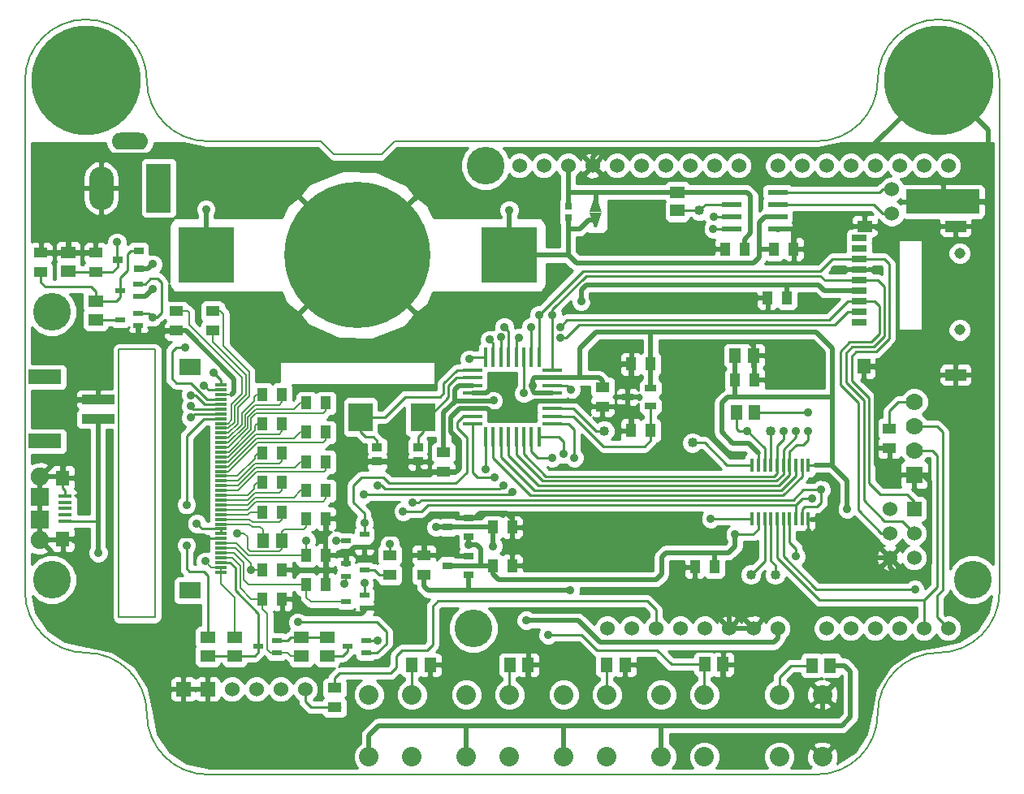
<source format=gbl>
G04 (created by PCBNEW (2013-03-15 BZR 4003)-stable) date 24-May-13 6:30:36 PM*
%MOIN*%
G04 Gerber Fmt 3.4, Leading zero omitted, Abs format*
%FSLAX34Y34*%
G01*
G70*
G90*
G04 APERTURE LIST*
%ADD10C,0.006*%
%ADD11C,0.005*%
%ADD12R,0.0394X0.0236*%
%ADD13R,0.0394X0.0315*%
%ADD14R,0.042X0.056*%
%ADD15R,0.056X0.042*%
%ADD16R,0.059X0.0512*%
%ADD17R,0.0512X0.059*%
%ADD18R,0.0472X0.0315*%
%ADD19C,0.04*%
%ADD20R,0.06X0.06*%
%ADD21C,0.06*%
%ADD22R,0.0787X0.0177*%
%ADD23R,0.0177X0.0787*%
%ADD24C,0.45*%
%ADD25C,0.07*%
%ADD26R,0.07X0.07*%
%ADD27C,0.155*%
%ADD28C,0.08*%
%ADD29R,0.054X0.016*%
%ADD30R,0.056X0.063*%
%ADD31R,0.075X0.075*%
%ADD32C,0.075*%
%ADD33R,0.03X0.03*%
%ADD34R,0.08X0.024*%
%ADD35R,0.0394X0.0354*%
%ADD36R,0.0984252X0.11811*%
%ADD37R,0.3X0.1*%
%ADD38R,0.1337X0.059*%
%ADD39R,0.1377X0.0392*%
%ADD40R,0.0866142X0.0708661*%
%ADD41R,0.0511811X0.011811*%
%ADD42O,0.1X0.18*%
%ADD43R,0.1X0.2*%
%ADD44O,0.15X0.07*%
%ADD45R,0.0165X0.0579*%
%ADD46R,0.0629921X0.0275591*%
%ADD47R,0.0629921X0.0472441*%
%ADD48R,0.0866142X0.0472441*%
%ADD49R,0.0551181X0.0629921*%
%ADD50C,0.045*%
%ADD51R,0.225X0.225*%
%ADD52C,0.6*%
%ADD53C,0.035*%
%ADD54C,0.01*%
%ADD55C,0.02*%
%ADD56C,0.008*%
G04 APERTURE END LIST*
G54D10*
G54D11*
X22125Y-19000D02*
X17500Y-19000D01*
X25175Y-19000D02*
X42500Y-19000D01*
X24625Y-19550D02*
X25175Y-19000D01*
X23625Y-19550D02*
X24625Y-19550D01*
X22675Y-19550D02*
X22125Y-19000D01*
X23675Y-19550D02*
X22675Y-19550D01*
X47500Y-40000D02*
G75*
G03X50000Y-37500I0J2500D01*
G74*
G01*
X42500Y-45000D02*
G75*
G03X45000Y-42500I0J2500D01*
G74*
G01*
X47500Y-40000D02*
G75*
G03X45000Y-42500I0J-2500D01*
G74*
G01*
X15000Y-42500D02*
G75*
G03X17500Y-45000I2500J0D01*
G74*
G01*
X10000Y-37500D02*
G75*
G03X12500Y-40000I2500J0D01*
G74*
G01*
X15000Y-42500D02*
G75*
G03X12500Y-40000I-2500J0D01*
G74*
G01*
X42500Y-19000D02*
G75*
G03X45000Y-16500I0J2500D01*
G74*
G01*
X50000Y-16500D02*
G75*
G03X47500Y-14000I-2500J0D01*
G74*
G01*
X47500Y-14000D02*
G75*
G03X45000Y-16500I0J-2500D01*
G74*
G01*
X15000Y-16500D02*
G75*
G03X17500Y-19000I2500J0D01*
G74*
G01*
X15000Y-16500D02*
G75*
G03X12500Y-14000I-2500J0D01*
G74*
G01*
X12500Y-14000D02*
G75*
G03X10000Y-16500I0J-2500D01*
G74*
G01*
X13850Y-38550D02*
X15350Y-38550D01*
X13850Y-27550D02*
X13850Y-38550D01*
X15350Y-27550D02*
X13850Y-27550D01*
X15350Y-38550D02*
X15350Y-27550D01*
X42500Y-45000D02*
X17500Y-45000D01*
X10000Y-37500D02*
X10000Y-16500D01*
X50000Y-16500D02*
X50000Y-37500D01*
G54D12*
X23924Y-38156D03*
X23924Y-37644D03*
X23176Y-37900D03*
X14649Y-26581D03*
X14649Y-26069D03*
X13901Y-26325D03*
X23924Y-35656D03*
X23924Y-35144D03*
X23176Y-35400D03*
X20324Y-40006D03*
X20324Y-39494D03*
X19576Y-39750D03*
X23176Y-36344D03*
X23176Y-36856D03*
X23924Y-36600D03*
X23999Y-40006D03*
X23999Y-39494D03*
X23251Y-39750D03*
X14649Y-25381D03*
X14649Y-24869D03*
X13901Y-25125D03*
G54D13*
X13792Y-23875D03*
X14658Y-24250D03*
X14658Y-23500D03*
G54D14*
X41275Y-25425D03*
X40475Y-25425D03*
X29200Y-34850D03*
X30000Y-34850D03*
X19750Y-34225D03*
X20550Y-34225D03*
X21550Y-30950D03*
X22350Y-30950D03*
X19750Y-33000D03*
X20550Y-33000D03*
X21550Y-32175D03*
X22350Y-32175D03*
G54D15*
X16220Y-26780D03*
X16220Y-25980D03*
G54D14*
X21550Y-29750D03*
X22350Y-29750D03*
X19750Y-30600D03*
X20550Y-30600D03*
G54D15*
X17700Y-26775D03*
X17700Y-25975D03*
G54D14*
X21550Y-33350D03*
X22350Y-33350D03*
X21550Y-37200D03*
X22350Y-37200D03*
X19750Y-31800D03*
X20550Y-31800D03*
X21550Y-36000D03*
X22350Y-36000D03*
X34875Y-28150D03*
X35675Y-28150D03*
X22350Y-34500D03*
X21550Y-34500D03*
X19750Y-36600D03*
X20550Y-36600D03*
X19750Y-37800D03*
X20550Y-37800D03*
X19750Y-29400D03*
X20550Y-29400D03*
G54D15*
X26375Y-36800D03*
X26375Y-36000D03*
G54D16*
X12900Y-26325D03*
X12900Y-25575D03*
X22400Y-39375D03*
X22400Y-40125D03*
X18600Y-40125D03*
X18600Y-39375D03*
G54D17*
X19775Y-35400D03*
X20525Y-35400D03*
G54D16*
X17500Y-39375D03*
X17500Y-40125D03*
X21350Y-39375D03*
X21350Y-40125D03*
G54D17*
X39900Y-27800D03*
X39150Y-27800D03*
G54D16*
X11775Y-24325D03*
X11775Y-23575D03*
G54D15*
X24975Y-36800D03*
X24975Y-36000D03*
G54D14*
X39150Y-28800D03*
X39950Y-28800D03*
X38300Y-36475D03*
X37500Y-36475D03*
G54D15*
X12900Y-23575D03*
X12900Y-24375D03*
G54D14*
X35675Y-30875D03*
X34875Y-30875D03*
G54D15*
X27175Y-31775D03*
X27175Y-32575D03*
X10650Y-23575D03*
X10650Y-24375D03*
X33700Y-29900D03*
X33700Y-29100D03*
G54D18*
X35675Y-29125D03*
X34725Y-29500D03*
X35675Y-29875D03*
G54D17*
X34625Y-40500D03*
X33875Y-40500D03*
X38650Y-40475D03*
X37900Y-40475D03*
X30650Y-40500D03*
X29900Y-40500D03*
X42300Y-40525D03*
X43050Y-40525D03*
G54D19*
X40610Y-30900D03*
X33775Y-30900D03*
G54D20*
X16500Y-41500D03*
X17500Y-41500D03*
G54D21*
X18500Y-41500D03*
X19500Y-41500D03*
X20500Y-41500D03*
X21500Y-41500D03*
G54D15*
X22700Y-41450D03*
X22700Y-42250D03*
G54D22*
X28366Y-28398D03*
X28366Y-28713D03*
X28366Y-29028D03*
X28366Y-29343D03*
X28366Y-29657D03*
X28366Y-29972D03*
X28366Y-30287D03*
X28366Y-30602D03*
X31634Y-30602D03*
X31634Y-28398D03*
X31634Y-28713D03*
X31634Y-29028D03*
X31634Y-29343D03*
X31634Y-29657D03*
X31634Y-29972D03*
X31634Y-30287D03*
G54D23*
X28898Y-31134D03*
X29213Y-31134D03*
X29528Y-31134D03*
X29843Y-31134D03*
X30157Y-31134D03*
X30472Y-31134D03*
X30787Y-31134D03*
X31102Y-31134D03*
X28898Y-27866D03*
X29213Y-27866D03*
X29528Y-27866D03*
X29843Y-27866D03*
X30157Y-27866D03*
X30472Y-27866D03*
X30787Y-27866D03*
X31102Y-27866D03*
G54D24*
X12500Y-16500D03*
G54D25*
X46500Y-29700D03*
X46500Y-30700D03*
X46500Y-31700D03*
G54D26*
X46500Y-32700D03*
G54D19*
X37400Y-31375D03*
X39800Y-36800D03*
X40800Y-36800D03*
G54D24*
X47500Y-16500D03*
G54D21*
X47900Y-39000D03*
X46900Y-39000D03*
X45900Y-39000D03*
X42900Y-39000D03*
X43900Y-39000D03*
X44900Y-39000D03*
X40900Y-39000D03*
X39900Y-39000D03*
X38900Y-39000D03*
X36900Y-39000D03*
X35900Y-39000D03*
X47900Y-20000D03*
X46900Y-20000D03*
X45900Y-20000D03*
X44900Y-20000D03*
X43900Y-20000D03*
X42900Y-20000D03*
X41900Y-20000D03*
X40900Y-20000D03*
X39300Y-20000D03*
X38300Y-20000D03*
X37300Y-20000D03*
X36300Y-20000D03*
X35300Y-20000D03*
X34300Y-20000D03*
X33300Y-20000D03*
X32300Y-20000D03*
X37900Y-39000D03*
G54D27*
X48900Y-37000D03*
X28900Y-20000D03*
X28400Y-39000D03*
G54D21*
X34900Y-39000D03*
X31300Y-20000D03*
X30300Y-20000D03*
X33900Y-39000D03*
G54D13*
X27342Y-36425D03*
X28208Y-36800D03*
X28208Y-36050D03*
G54D16*
X36775Y-21850D03*
X36775Y-21100D03*
G54D14*
X40750Y-23425D03*
X41550Y-23425D03*
G54D28*
X42735Y-44279D03*
X40964Y-41720D03*
X40964Y-44279D03*
X42735Y-41720D03*
X29885Y-44279D03*
X28114Y-41720D03*
X28114Y-44279D03*
X29885Y-41720D03*
X37885Y-44279D03*
X36114Y-41720D03*
X36114Y-44279D03*
X37885Y-41720D03*
X33885Y-44279D03*
X32114Y-41720D03*
X32114Y-44279D03*
X33885Y-41720D03*
G54D21*
X45500Y-36100D03*
X46500Y-36100D03*
X45500Y-35100D03*
X46500Y-35100D03*
X45500Y-34100D03*
G54D20*
X46500Y-34100D03*
G54D28*
X25885Y-44279D03*
X24114Y-41720D03*
X24114Y-44279D03*
X25885Y-41720D03*
G54D17*
X26625Y-40500D03*
X25875Y-40500D03*
G54D14*
X39525Y-23425D03*
X38725Y-23425D03*
G54D15*
X45475Y-30800D03*
X45475Y-31600D03*
G54D29*
X11650Y-34075D03*
X11650Y-33819D03*
X11650Y-33563D03*
X11650Y-34331D03*
X11650Y-34587D03*
G54D30*
X11550Y-35325D03*
X11550Y-32825D03*
G54D31*
X10600Y-34550D03*
X10600Y-33600D03*
G54D32*
X10600Y-35375D03*
X10600Y-32775D03*
G54D13*
X27342Y-34850D03*
X28208Y-35225D03*
X28208Y-34475D03*
G54D14*
X29200Y-36425D03*
X30000Y-36425D03*
G54D33*
X32300Y-21675D03*
X32300Y-22150D03*
G54D34*
X39000Y-21100D03*
X40900Y-21100D03*
X39000Y-21600D03*
X39000Y-22100D03*
X39000Y-22600D03*
X40900Y-21600D03*
X40900Y-22100D03*
X40900Y-22600D03*
G54D35*
X26125Y-32146D03*
X26125Y-31554D03*
X24450Y-32146D03*
X24450Y-31554D03*
G54D36*
X23775Y-30325D03*
X26325Y-30325D03*
G54D21*
X45575Y-20975D03*
X45575Y-21975D03*
G54D37*
X47675Y-21475D03*
G54D38*
X10819Y-31318D03*
G54D39*
X13004Y-30393D03*
X13004Y-29607D03*
G54D38*
X10819Y-28682D03*
G54D19*
X37675Y-21850D03*
G54D27*
X11100Y-26000D03*
X11100Y-37000D03*
G54D10*
G36*
X33475Y-22550D02*
X33375Y-22550D01*
X33175Y-21950D01*
X33675Y-21950D01*
X33475Y-22550D01*
X33475Y-22550D01*
G37*
G36*
X33675Y-21900D02*
X33175Y-21900D01*
X33375Y-21300D01*
X33475Y-21300D01*
X33675Y-21900D01*
X33675Y-21900D01*
G37*
G54D40*
X16768Y-28263D03*
X16768Y-37436D03*
G54D41*
X18050Y-29011D03*
X18050Y-29208D03*
X18050Y-29405D03*
X18050Y-29601D03*
X18050Y-29798D03*
X18050Y-29995D03*
X18050Y-30192D03*
X18050Y-30389D03*
X18050Y-30586D03*
X18050Y-30783D03*
X18050Y-30979D03*
X18050Y-31176D03*
X18050Y-31373D03*
X18050Y-31570D03*
X18050Y-31767D03*
X18050Y-31964D03*
X18050Y-32161D03*
X18050Y-32357D03*
X18050Y-32554D03*
X18050Y-32751D03*
X18050Y-32948D03*
X18050Y-33145D03*
X18050Y-33342D03*
X18050Y-33538D03*
X18050Y-33735D03*
X18050Y-33932D03*
X18050Y-34129D03*
X18050Y-34326D03*
X18050Y-34523D03*
X18050Y-34720D03*
X18050Y-34916D03*
X18050Y-35113D03*
X18050Y-35310D03*
X18050Y-35507D03*
X18050Y-35704D03*
X18050Y-35901D03*
X18050Y-36098D03*
X18050Y-36294D03*
X18050Y-36491D03*
X18050Y-36688D03*
G54D42*
X13125Y-20925D03*
G54D43*
X15487Y-20925D03*
G54D44*
X14306Y-18995D03*
G54D45*
X40872Y-32298D03*
X41128Y-32298D03*
X41384Y-32298D03*
X41640Y-32298D03*
X40104Y-34502D03*
X40104Y-32298D03*
X40360Y-32298D03*
X40616Y-32298D03*
X41896Y-34502D03*
X41640Y-34502D03*
X41384Y-34502D03*
X41128Y-34502D03*
X40872Y-34502D03*
X40616Y-34502D03*
X41896Y-32298D03*
X40360Y-34502D03*
X39848Y-32298D03*
X42152Y-32298D03*
X42152Y-34502D03*
X39848Y-34502D03*
G54D46*
X44230Y-24700D03*
X44230Y-24267D03*
X44230Y-23834D03*
X44230Y-23401D03*
X44230Y-22968D03*
X44230Y-25133D03*
X44230Y-25566D03*
X44230Y-25999D03*
X44230Y-26432D03*
G54D47*
X44466Y-22495D03*
G54D48*
X48206Y-22495D03*
X48206Y-28597D03*
G54D49*
X44426Y-28243D03*
G54D50*
X48363Y-23597D03*
X48363Y-26747D03*
G54D17*
X39200Y-30150D03*
X39950Y-30150D03*
G54D51*
X29875Y-23675D03*
X17425Y-23675D03*
G54D52*
X23650Y-23675D03*
G54D53*
X17740Y-28500D03*
X29675Y-26625D03*
X16800Y-30350D03*
X29075Y-27150D03*
X30825Y-29025D03*
X15250Y-25075D03*
X15250Y-24050D03*
X32375Y-37450D03*
X32825Y-25575D03*
X29225Y-29650D03*
X43750Y-34100D03*
X39650Y-30900D03*
X29875Y-21825D03*
X17425Y-21800D03*
X31625Y-32000D03*
X24475Y-39500D03*
X24475Y-33150D03*
X29625Y-33125D03*
X17350Y-29025D03*
X29525Y-27050D03*
X23925Y-34675D03*
X23925Y-37150D03*
X32550Y-32000D03*
X32400Y-29200D03*
X32100Y-31850D03*
X15225Y-26225D03*
X30000Y-33400D03*
X23900Y-33500D03*
X24975Y-35525D03*
X28225Y-27950D03*
X41650Y-36050D03*
X42150Y-30900D03*
X42310Y-33660D03*
X25520Y-34200D03*
X46525Y-37400D03*
X41650Y-30900D03*
X38275Y-22100D03*
X41150Y-30900D03*
X38250Y-22600D03*
X31975Y-27075D03*
X30275Y-27075D03*
X29275Y-32800D03*
X31475Y-39275D03*
X31650Y-26125D03*
X16560Y-27460D03*
X16800Y-29875D03*
X31100Y-26120D03*
X16800Y-29425D03*
X30780Y-26620D03*
X31975Y-26625D03*
X38150Y-34500D03*
X30475Y-29350D03*
X42690Y-33310D03*
X25900Y-33850D03*
X28900Y-32475D03*
X13000Y-35900D03*
X39150Y-35150D03*
X28200Y-35575D03*
X17050Y-34700D03*
X13775Y-23150D03*
X21200Y-38750D03*
X18700Y-35100D03*
X17400Y-36250D03*
X22775Y-35400D03*
X21550Y-35400D03*
X19275Y-36600D03*
X23100Y-37175D03*
X26875Y-34850D03*
X30575Y-38675D03*
X29200Y-35625D03*
X38275Y-27400D03*
X43225Y-24275D03*
X43225Y-22500D03*
X33300Y-23425D03*
X13125Y-26975D03*
X33300Y-25425D03*
X33300Y-27750D03*
X16625Y-35600D03*
X16625Y-33925D03*
X42150Y-30150D03*
G54D54*
X18050Y-29011D02*
X18050Y-28810D01*
X18050Y-28810D02*
X17740Y-28500D01*
X29675Y-26625D02*
X29843Y-26793D01*
X29843Y-26793D02*
X29843Y-27866D01*
X18050Y-30192D02*
X16957Y-30192D01*
X16957Y-30192D02*
X16800Y-30350D01*
X29213Y-27288D02*
X29213Y-27866D01*
X29075Y-27150D02*
X29213Y-27288D01*
G54D55*
X35675Y-28150D02*
X35675Y-26825D01*
X41275Y-24900D02*
X33025Y-24900D01*
X32825Y-25100D02*
X32825Y-25575D01*
X33025Y-24900D02*
X32825Y-25100D01*
X39150Y-29500D02*
X38850Y-29500D01*
X38850Y-29500D02*
X38600Y-29750D01*
X39150Y-28800D02*
X39150Y-29500D01*
X43150Y-29500D02*
X39150Y-29500D01*
X39695Y-31405D02*
X39055Y-31405D01*
G54D54*
X40104Y-31814D02*
X40104Y-32298D01*
G54D55*
X39695Y-31405D02*
X40104Y-31814D01*
X39055Y-31405D02*
X38600Y-30950D01*
X38600Y-30950D02*
X38600Y-29750D01*
X43150Y-29500D02*
X43150Y-27500D01*
X42475Y-26825D02*
X35675Y-26825D01*
X43150Y-27500D02*
X42475Y-26825D01*
X35675Y-26825D02*
X33450Y-26825D01*
X33450Y-26825D02*
X32775Y-27500D01*
X32775Y-27500D02*
X32775Y-28713D01*
X39150Y-27800D02*
X39150Y-28800D01*
X43750Y-34100D02*
X43750Y-32940D01*
X43750Y-32940D02*
X43108Y-32298D01*
X42430Y-32298D02*
X43108Y-32298D01*
G54D54*
X42152Y-32298D02*
X42430Y-32298D01*
G54D55*
X43108Y-32298D02*
X43150Y-32298D01*
X43150Y-32298D02*
X43150Y-29500D01*
X33425Y-21600D02*
X33425Y-21100D01*
X14658Y-24250D02*
X15050Y-24250D01*
X15050Y-24250D02*
X15250Y-24050D01*
X14649Y-25381D02*
X14944Y-25381D01*
X14944Y-25381D02*
X15250Y-25075D01*
X27175Y-31775D02*
X27175Y-30145D01*
X27175Y-30145D02*
X27663Y-29657D01*
X28208Y-37450D02*
X28200Y-37450D01*
X28208Y-36800D02*
X28208Y-37450D01*
X28200Y-37450D02*
X26550Y-37450D01*
X26375Y-37275D02*
X26375Y-36800D01*
X26550Y-37450D02*
X26375Y-37275D01*
X28200Y-37450D02*
X32375Y-37450D01*
X24114Y-44279D02*
X24114Y-43385D01*
X24114Y-43385D02*
X24500Y-43000D01*
X28114Y-44279D02*
X28114Y-43000D01*
X28114Y-43000D02*
X28125Y-43000D01*
X32114Y-44279D02*
X32114Y-43000D01*
X32114Y-43000D02*
X32100Y-43000D01*
X36114Y-44279D02*
X36114Y-43000D01*
X36114Y-43000D02*
X36125Y-43000D01*
X32300Y-21100D02*
X33425Y-21100D01*
X33425Y-21100D02*
X36775Y-21100D01*
X32300Y-21675D02*
X32300Y-21100D01*
X32300Y-21100D02*
X32300Y-20000D01*
X41275Y-25425D02*
X41275Y-24900D01*
X44230Y-25133D02*
X42808Y-25133D01*
X42575Y-24900D02*
X41275Y-24900D01*
X42808Y-25133D02*
X42575Y-24900D01*
X39000Y-21100D02*
X39625Y-21100D01*
X39625Y-21100D02*
X39775Y-21250D01*
X39775Y-21250D02*
X39775Y-22775D01*
X39775Y-22775D02*
X39525Y-23025D01*
X39525Y-23025D02*
X39525Y-23425D01*
X32100Y-43000D02*
X36125Y-43000D01*
X36125Y-43000D02*
X43525Y-43000D01*
X43525Y-43000D02*
X43875Y-42650D01*
X43875Y-42650D02*
X43875Y-40775D01*
X43875Y-40775D02*
X43625Y-40525D01*
X43625Y-40525D02*
X43050Y-40525D01*
X28125Y-43000D02*
X32100Y-43000D01*
X24500Y-43000D02*
X28125Y-43000D01*
X39000Y-21100D02*
X36775Y-21100D01*
X32775Y-28713D02*
X33563Y-28713D01*
X33700Y-28850D02*
X33700Y-29100D01*
X33563Y-28713D02*
X33700Y-28850D01*
X31634Y-29343D02*
X30918Y-29343D01*
X30918Y-29343D02*
X30825Y-29250D01*
X30825Y-29250D02*
X30825Y-29025D01*
X31634Y-28713D02*
X30912Y-28713D01*
X30912Y-28713D02*
X30825Y-28800D01*
X30825Y-28800D02*
X30825Y-29025D01*
X28366Y-29657D02*
X29218Y-29657D01*
X29218Y-29657D02*
X29225Y-29650D01*
X35675Y-28150D02*
X35675Y-29125D01*
X31634Y-28713D02*
X32775Y-28713D01*
X28366Y-29657D02*
X27663Y-29657D01*
X27663Y-29657D02*
X27650Y-29657D01*
X28366Y-29028D02*
X27822Y-29028D01*
X27650Y-29200D02*
X27650Y-29657D01*
X27822Y-29028D02*
X27650Y-29200D01*
G54D54*
X40360Y-34502D02*
X40360Y-36240D01*
X40360Y-36240D02*
X39800Y-36800D01*
X39200Y-30150D02*
X39200Y-30800D01*
X39300Y-30900D02*
X39650Y-30900D01*
X39200Y-30800D02*
X39300Y-30900D01*
X40360Y-32298D02*
X40360Y-31610D01*
X40360Y-31610D02*
X39650Y-30900D01*
X33775Y-30900D02*
X33450Y-30900D01*
X32522Y-29972D02*
X33450Y-30900D01*
X32522Y-29972D02*
X31634Y-29972D01*
G54D55*
X29875Y-23675D02*
X29875Y-21825D01*
X17425Y-21800D02*
X17425Y-23675D01*
X29875Y-23675D02*
X32300Y-23675D01*
X33425Y-22250D02*
X33125Y-22250D01*
X32775Y-22600D02*
X32300Y-22600D01*
X33125Y-22250D02*
X32775Y-22600D01*
X32625Y-24000D02*
X32300Y-23675D01*
X40125Y-23425D02*
X40125Y-23775D01*
X39900Y-24000D02*
X32625Y-24000D01*
X40125Y-23775D02*
X39900Y-24000D01*
X32300Y-22150D02*
X32300Y-22600D01*
X32300Y-22600D02*
X32300Y-23675D01*
X40900Y-22100D02*
X40375Y-22100D01*
X40375Y-22100D02*
X40125Y-22350D01*
X40125Y-22350D02*
X40125Y-23425D01*
X40125Y-23425D02*
X40750Y-23425D01*
G54D54*
X18050Y-36294D02*
X18419Y-36294D01*
X18419Y-36294D02*
X18625Y-36500D01*
X19576Y-39750D02*
X19576Y-38401D01*
X19576Y-38401D02*
X18625Y-37450D01*
X19576Y-39750D02*
X19576Y-39974D01*
X19576Y-39974D02*
X19425Y-40125D01*
X18625Y-36500D02*
X18625Y-37450D01*
X18600Y-40125D02*
X19425Y-40125D01*
X18600Y-40125D02*
X17500Y-40125D01*
X29475Y-33275D02*
X29625Y-33125D01*
X30787Y-31134D02*
X30787Y-31737D01*
X31050Y-32000D02*
X31625Y-32000D01*
X30787Y-31737D02*
X31050Y-32000D01*
X24475Y-39500D02*
X24469Y-39494D01*
X24469Y-39494D02*
X23999Y-39494D01*
X24650Y-33150D02*
X24775Y-33275D01*
X24475Y-33150D02*
X24650Y-33150D01*
X24775Y-33275D02*
X29475Y-33275D01*
X18050Y-29208D02*
X17533Y-29208D01*
X17533Y-29208D02*
X17350Y-29025D01*
X29528Y-27053D02*
X29528Y-27866D01*
X29525Y-27050D02*
X29528Y-27053D01*
G54D56*
X18050Y-34326D02*
X19148Y-34326D01*
X19250Y-34225D02*
X19750Y-34225D01*
X19148Y-34326D02*
X19250Y-34225D01*
X18050Y-34523D02*
X19223Y-34523D01*
X19223Y-34523D02*
X19350Y-34650D01*
X19350Y-34650D02*
X20450Y-34650D01*
X20450Y-34650D02*
X20550Y-34550D01*
X20550Y-34550D02*
X20550Y-34225D01*
X18050Y-33932D02*
X19142Y-33932D01*
X19450Y-33625D02*
X21025Y-33625D01*
X19142Y-33932D02*
X19450Y-33625D01*
X21025Y-33625D02*
X21300Y-33350D01*
X21300Y-33350D02*
X21550Y-33350D01*
X18050Y-34129D02*
X19145Y-34129D01*
X19475Y-33800D02*
X22225Y-33800D01*
X19145Y-34129D02*
X19475Y-33800D01*
X22350Y-33675D02*
X22350Y-33350D01*
X22225Y-33800D02*
X22350Y-33675D01*
X19750Y-33000D02*
X19525Y-33000D01*
X19400Y-33125D02*
X19400Y-33275D01*
X19525Y-33000D02*
X19400Y-33125D01*
X18050Y-33538D02*
X19136Y-33538D01*
X19136Y-33538D02*
X19400Y-33275D01*
X18050Y-33735D02*
X19139Y-33735D01*
X19450Y-33425D02*
X20450Y-33425D01*
X19139Y-33735D02*
X19450Y-33425D01*
X20550Y-33325D02*
X20550Y-33000D01*
X20450Y-33425D02*
X20550Y-33325D01*
X18050Y-33145D02*
X18729Y-33145D01*
X19475Y-32400D02*
X21075Y-32400D01*
X18729Y-33145D02*
X19475Y-32400D01*
X21550Y-32175D02*
X21300Y-32175D01*
X21075Y-32400D02*
X21300Y-32175D01*
X18050Y-33342D02*
X18732Y-33342D01*
X19500Y-32575D02*
X22275Y-32575D01*
X18732Y-33342D02*
X19500Y-32575D01*
X22275Y-32575D02*
X22350Y-32500D01*
X22350Y-32500D02*
X22350Y-32175D01*
X19750Y-31800D02*
X19575Y-31800D01*
X19575Y-31800D02*
X19450Y-31925D01*
X19450Y-31925D02*
X19450Y-32025D01*
X18050Y-32751D02*
X18723Y-32751D01*
X18723Y-32751D02*
X19450Y-32025D01*
X18050Y-32948D02*
X18725Y-32948D01*
X19448Y-32225D02*
X20450Y-32225D01*
X18725Y-32948D02*
X19448Y-32225D01*
X20550Y-32125D02*
X20550Y-31800D01*
X20450Y-32225D02*
X20550Y-32125D01*
X18050Y-32357D02*
X18342Y-32357D01*
X18342Y-32357D02*
X19500Y-31200D01*
X21300Y-30950D02*
X21550Y-30950D01*
X19500Y-31200D02*
X21050Y-31200D01*
X21050Y-31200D02*
X21300Y-30950D01*
X18050Y-32554D02*
X18350Y-32554D01*
X18350Y-32554D02*
X19529Y-31375D01*
X22350Y-31275D02*
X22350Y-30950D01*
X22250Y-31375D02*
X22350Y-31275D01*
X19529Y-31375D02*
X22250Y-31375D01*
X19750Y-30600D02*
X19525Y-30600D01*
X19450Y-30864D02*
X18350Y-31964D01*
X19450Y-30675D02*
X19450Y-30864D01*
X19525Y-30600D02*
X19450Y-30675D01*
X18050Y-31964D02*
X18350Y-31964D01*
X18050Y-32161D02*
X18350Y-32161D01*
X18350Y-32161D02*
X19486Y-31025D01*
X19486Y-31025D02*
X20425Y-31025D01*
X20425Y-31025D02*
X20550Y-30900D01*
X20550Y-30900D02*
X20550Y-30600D01*
X18050Y-31570D02*
X18354Y-31570D01*
X18354Y-31570D02*
X19150Y-30775D01*
X21300Y-29750D02*
X21550Y-29750D01*
X19150Y-30325D02*
X19470Y-30004D01*
X19150Y-30775D02*
X19150Y-30325D01*
X19470Y-30004D02*
X21045Y-30004D01*
X21045Y-30004D02*
X21300Y-29750D01*
X19275Y-30375D02*
X19275Y-30850D01*
X19275Y-30850D02*
X18357Y-31767D01*
X18050Y-31767D02*
X18357Y-31767D01*
X19275Y-30375D02*
X19475Y-30175D01*
X19475Y-30175D02*
X22250Y-30175D01*
X22250Y-30175D02*
X22350Y-30075D01*
X22350Y-30075D02*
X22350Y-29750D01*
X18050Y-31373D02*
X18351Y-31373D01*
X18351Y-31373D02*
X19025Y-30700D01*
X19450Y-29825D02*
X20425Y-29825D01*
X20550Y-29700D02*
X20550Y-29400D01*
X20425Y-29825D02*
X20550Y-29700D01*
X19025Y-30250D02*
X19450Y-29825D01*
X19025Y-30700D02*
X19025Y-30250D01*
X19750Y-29400D02*
X19500Y-29400D01*
X19400Y-29675D02*
X18900Y-30175D01*
X19400Y-29500D02*
X19400Y-29675D01*
X19500Y-29400D02*
X19400Y-29500D01*
X18050Y-31176D02*
X18348Y-31176D01*
X18900Y-30625D02*
X18900Y-30175D01*
X18348Y-31176D02*
X18900Y-30625D01*
X18050Y-30979D02*
X18345Y-30979D01*
X18725Y-30600D02*
X18725Y-29950D01*
X18345Y-30979D02*
X18725Y-30600D01*
X18135Y-26090D02*
X18135Y-27410D01*
X18135Y-27410D02*
X19200Y-28475D01*
X17700Y-25975D02*
X18022Y-25977D01*
X18725Y-29950D02*
X19200Y-29475D01*
X19200Y-29475D02*
X19200Y-28475D01*
X18135Y-26090D02*
X18022Y-25977D01*
X18050Y-30783D02*
X18341Y-30783D01*
X18600Y-30525D02*
X18600Y-29875D01*
X18341Y-30783D02*
X18600Y-30525D01*
X17700Y-26775D02*
X17700Y-27225D01*
X17700Y-27225D02*
X19060Y-28585D01*
X19060Y-29415D02*
X18600Y-29875D01*
X19060Y-28585D02*
X19060Y-29415D01*
G54D54*
X28130Y-31155D02*
X28130Y-32590D01*
X23800Y-32800D02*
X23475Y-33125D01*
X24700Y-32800D02*
X23800Y-32800D01*
X24950Y-33050D02*
X24700Y-32800D01*
X27670Y-33050D02*
X24950Y-33050D01*
X28130Y-32590D02*
X27670Y-33050D01*
X28130Y-31155D02*
X27750Y-30775D01*
X27750Y-30775D02*
X27750Y-30525D01*
X27750Y-30525D02*
X27988Y-30287D01*
X27988Y-30287D02*
X28366Y-30287D01*
X23475Y-33125D02*
X23475Y-33825D01*
X23475Y-33825D02*
X23925Y-34275D01*
X23925Y-34675D02*
X23925Y-34275D01*
X23924Y-37644D02*
X23924Y-37151D01*
X23924Y-34676D02*
X23924Y-35144D01*
X23925Y-34675D02*
X23924Y-34676D01*
X23924Y-37151D02*
X23925Y-37150D01*
X32550Y-32000D02*
X32550Y-30850D01*
X32550Y-30850D02*
X32302Y-30602D01*
X31634Y-30602D02*
X32302Y-30602D01*
X33885Y-41720D02*
X33885Y-40510D01*
X33885Y-40510D02*
X33875Y-40500D01*
X22925Y-42250D02*
X21750Y-42250D01*
X21500Y-42000D02*
X21500Y-41500D01*
X21750Y-42250D02*
X21500Y-42000D01*
X22925Y-42250D02*
X22700Y-42250D01*
X32228Y-29028D02*
X32400Y-29200D01*
X31634Y-29028D02*
X32228Y-29028D01*
X25885Y-41720D02*
X25885Y-40510D01*
X25885Y-40510D02*
X25875Y-40500D01*
X31102Y-31134D02*
X31909Y-31134D01*
X32100Y-31325D02*
X32100Y-31850D01*
X31909Y-31134D02*
X32100Y-31325D01*
X30000Y-33400D02*
X29900Y-33500D01*
X29900Y-33500D02*
X23900Y-33500D01*
X15600Y-24800D02*
X15600Y-26025D01*
X15400Y-26225D02*
X15225Y-26225D01*
X15600Y-26025D02*
X15400Y-26225D01*
X14649Y-26069D02*
X15069Y-26069D01*
X15069Y-26069D02*
X15225Y-26225D01*
X14649Y-24869D02*
X14931Y-24869D01*
X15150Y-24650D02*
X15450Y-24650D01*
X14931Y-24869D02*
X15150Y-24650D01*
X15450Y-24650D02*
X15600Y-24800D01*
X24975Y-35525D02*
X24975Y-36000D01*
X28898Y-27866D02*
X28309Y-27866D01*
X28309Y-27866D02*
X28225Y-27950D01*
X41650Y-36050D02*
X41650Y-35720D01*
X41384Y-35454D02*
X41384Y-34502D01*
X41650Y-35720D02*
X41384Y-35454D01*
X26950Y-37875D02*
X35525Y-37875D01*
X35900Y-38250D02*
X35900Y-39000D01*
X35525Y-37875D02*
X35900Y-38250D01*
X22900Y-40850D02*
X22700Y-41050D01*
X25000Y-40850D02*
X22900Y-40850D01*
X25250Y-40600D02*
X25000Y-40850D01*
X25250Y-40125D02*
X25250Y-40600D01*
X25475Y-39900D02*
X25250Y-40125D01*
X26500Y-39900D02*
X25475Y-39900D01*
X26725Y-39675D02*
X26500Y-39900D01*
X26725Y-38100D02*
X26725Y-39675D01*
X26950Y-37875D02*
X26725Y-38100D01*
X22700Y-41450D02*
X22700Y-41050D01*
X29843Y-31918D02*
X29843Y-31134D01*
X31065Y-33140D02*
X29843Y-31918D01*
X42150Y-30900D02*
X42150Y-31260D01*
X41940Y-31470D02*
X41660Y-31470D01*
X42150Y-31260D02*
X41940Y-31470D01*
X41660Y-31470D02*
X41384Y-31746D01*
X41384Y-32298D02*
X41384Y-32686D01*
X40930Y-33140D02*
X31065Y-33140D01*
X41384Y-32686D02*
X40930Y-33140D01*
X41384Y-32298D02*
X41384Y-31746D01*
X40964Y-41720D02*
X40964Y-41010D01*
X40964Y-41010D02*
X41450Y-40525D01*
X41450Y-40525D02*
X42300Y-40525D01*
X42310Y-33660D02*
X41910Y-33660D01*
X41910Y-33660D02*
X41640Y-33930D01*
X41640Y-34502D02*
X41640Y-33930D01*
X41640Y-33930D02*
X26530Y-33930D01*
X26530Y-33930D02*
X26260Y-34200D01*
X26260Y-34200D02*
X25520Y-34200D01*
X29528Y-31953D02*
X29528Y-31134D01*
X30905Y-33330D02*
X29528Y-31953D01*
X41640Y-32298D02*
X41640Y-32720D01*
X41030Y-33330D02*
X30905Y-33330D01*
X41640Y-32720D02*
X41030Y-33330D01*
X41128Y-34502D02*
X41128Y-36048D01*
X41128Y-36048D02*
X42480Y-37400D01*
X46525Y-37400D02*
X42480Y-37400D01*
X47675Y-30950D02*
X47675Y-37425D01*
X47450Y-38550D02*
X47900Y-39000D01*
X47450Y-37650D02*
X47450Y-38550D01*
X47675Y-37425D02*
X47450Y-37650D01*
X47425Y-30700D02*
X46500Y-30700D01*
X47675Y-30950D02*
X47425Y-30700D01*
X30157Y-31882D02*
X30157Y-31134D01*
X31225Y-32950D02*
X30157Y-31882D01*
X41650Y-30900D02*
X41650Y-31150D01*
X41650Y-31150D02*
X41128Y-31672D01*
X41128Y-32298D02*
X41128Y-32670D01*
X40848Y-32950D02*
X31225Y-32950D01*
X41128Y-32670D02*
X40848Y-32950D01*
X41128Y-32298D02*
X41128Y-31672D01*
X39000Y-22100D02*
X38275Y-22100D01*
X40872Y-34502D02*
X40872Y-36112D01*
X40872Y-36112D02*
X42610Y-37850D01*
X42610Y-37850D02*
X46900Y-37850D01*
X47450Y-37300D02*
X47450Y-31900D01*
X47450Y-31900D02*
X47250Y-31700D01*
X46500Y-31700D02*
X47250Y-31700D01*
X47450Y-37300D02*
X46900Y-37850D01*
X46900Y-39000D02*
X46900Y-37850D01*
X30472Y-31847D02*
X30472Y-31134D01*
X31390Y-32765D02*
X30472Y-31847D01*
X41150Y-30900D02*
X41150Y-31230D01*
X41150Y-31230D02*
X40870Y-31510D01*
X40872Y-32298D02*
X40872Y-32627D01*
X40734Y-32765D02*
X31390Y-32765D01*
X40872Y-32627D02*
X40734Y-32765D01*
X40870Y-31510D02*
X40870Y-32296D01*
X40870Y-32296D02*
X40872Y-32298D01*
X39000Y-22600D02*
X38250Y-22600D01*
X32725Y-26550D02*
X43225Y-26550D01*
X32725Y-26550D02*
X32200Y-27075D01*
X32200Y-27075D02*
X31975Y-27075D01*
X30275Y-27075D02*
X30157Y-27193D01*
X30157Y-27866D02*
X30157Y-27193D01*
X43776Y-25999D02*
X43225Y-26550D01*
X43776Y-25999D02*
X44230Y-25999D01*
X31475Y-39275D02*
X32850Y-39275D01*
X32850Y-39275D02*
X33475Y-39900D01*
X29275Y-32800D02*
X28575Y-32800D01*
X28575Y-32800D02*
X28366Y-32591D01*
X28366Y-30602D02*
X28366Y-32591D01*
X36525Y-40475D02*
X35950Y-39900D01*
X35950Y-39900D02*
X33475Y-39900D01*
X37900Y-40475D02*
X36525Y-40475D01*
X37885Y-41720D02*
X37885Y-40514D01*
X37885Y-40514D02*
X37900Y-40500D01*
X42650Y-24525D02*
X33025Y-24525D01*
X31650Y-25900D02*
X31650Y-26125D01*
X33025Y-24525D02*
X31650Y-25900D01*
X43700Y-28900D02*
X43700Y-27700D01*
X46500Y-35100D02*
X46000Y-34600D01*
X45275Y-34600D02*
X44425Y-33750D01*
X45275Y-34600D02*
X46000Y-34600D01*
X44425Y-29625D02*
X43700Y-28900D01*
X44425Y-33750D02*
X44425Y-29625D01*
X45000Y-24700D02*
X44230Y-24700D01*
X45275Y-24975D02*
X45000Y-24700D01*
X45275Y-27000D02*
X45275Y-24975D01*
X44825Y-27450D02*
X45275Y-27000D01*
X43950Y-27450D02*
X44825Y-27450D01*
X43700Y-27700D02*
X43950Y-27450D01*
X18050Y-29601D02*
X17461Y-29601D01*
X16800Y-28940D02*
X16220Y-28940D01*
X16220Y-28940D02*
X16025Y-28745D01*
X16025Y-28745D02*
X16025Y-27635D01*
X16560Y-27460D02*
X16200Y-27460D01*
X16200Y-27460D02*
X16025Y-27635D01*
X17461Y-29601D02*
X16800Y-28940D01*
X31650Y-26125D02*
X31650Y-28382D01*
X31650Y-28382D02*
X31634Y-28398D01*
X42825Y-24700D02*
X42650Y-24525D01*
X44230Y-24700D02*
X42825Y-24700D01*
X32895Y-24325D02*
X31100Y-26120D01*
X45475Y-27100D02*
X45475Y-24050D01*
X43925Y-27825D02*
X44100Y-27650D01*
X44100Y-27650D02*
X44925Y-27650D01*
X44925Y-27650D02*
X45475Y-27100D01*
X44625Y-33025D02*
X44625Y-29525D01*
X44625Y-29525D02*
X43925Y-28825D01*
X46500Y-34100D02*
X46500Y-33800D01*
X46200Y-33500D02*
X45100Y-33500D01*
X45100Y-33500D02*
X44625Y-33025D01*
X46500Y-33800D02*
X46200Y-33500D01*
X43925Y-28825D02*
X43925Y-27825D01*
X45259Y-23834D02*
X44230Y-23834D01*
X45475Y-24050D02*
X45259Y-23834D01*
X18050Y-29995D02*
X16920Y-29995D01*
X16920Y-29995D02*
X16800Y-29875D01*
X42650Y-24325D02*
X32895Y-24325D01*
X43141Y-23834D02*
X42650Y-24325D01*
X44230Y-23834D02*
X43141Y-23834D01*
X31100Y-26120D02*
X31102Y-26120D01*
X31102Y-27866D02*
X31102Y-26120D01*
X43475Y-29000D02*
X43475Y-27625D01*
X44200Y-34150D02*
X45150Y-35100D01*
X45500Y-35100D02*
X45150Y-35100D01*
X44200Y-29725D02*
X43475Y-29000D01*
X44200Y-34150D02*
X44200Y-29725D01*
X44866Y-25566D02*
X44230Y-25566D01*
X45075Y-25775D02*
X44866Y-25566D01*
X45075Y-26900D02*
X45075Y-25775D01*
X44725Y-27250D02*
X45075Y-26900D01*
X43850Y-27250D02*
X44725Y-27250D01*
X43475Y-27625D02*
X43850Y-27250D01*
X18050Y-29798D02*
X17373Y-29798D01*
X17373Y-29798D02*
X17000Y-29425D01*
X16800Y-29425D02*
X17000Y-29425D01*
X44230Y-25566D02*
X43784Y-25566D01*
X43000Y-26350D02*
X32250Y-26350D01*
X43784Y-25566D02*
X43000Y-26350D01*
X30787Y-27866D02*
X30787Y-26627D01*
X30787Y-26627D02*
X30780Y-26620D01*
X32250Y-26350D02*
X31975Y-26625D01*
X39848Y-34502D02*
X38152Y-34502D01*
X38152Y-34502D02*
X38150Y-34500D01*
X37400Y-31375D02*
X37895Y-31375D01*
X37895Y-31375D02*
X38818Y-32298D01*
X39848Y-32298D02*
X38818Y-32298D01*
X30475Y-29350D02*
X30472Y-29347D01*
X30472Y-29347D02*
X30472Y-27866D01*
X37675Y-21850D02*
X36775Y-21850D01*
X39000Y-21600D02*
X37925Y-21600D01*
X37925Y-21600D02*
X37675Y-21850D01*
X31634Y-30287D02*
X32512Y-30287D01*
X33750Y-31525D02*
X35425Y-31525D01*
X32512Y-30287D02*
X33750Y-31525D01*
X35675Y-31275D02*
X35425Y-31525D01*
X35675Y-30875D02*
X35675Y-31275D01*
X35675Y-30875D02*
X35675Y-29875D01*
X42000Y-34010D02*
X41896Y-34114D01*
X42500Y-34010D02*
X42000Y-34010D01*
X42690Y-33820D02*
X42500Y-34010D01*
X42690Y-33310D02*
X42690Y-33820D01*
X41950Y-33310D02*
X42690Y-33310D01*
X41530Y-33730D02*
X41950Y-33310D01*
X41530Y-33730D02*
X26270Y-33730D01*
X26270Y-33730D02*
X26150Y-33850D01*
X25900Y-33850D02*
X26150Y-33850D01*
X41896Y-34502D02*
X41896Y-34114D01*
X29213Y-32013D02*
X29213Y-31134D01*
X30730Y-33530D02*
X29213Y-32013D01*
X41896Y-32298D02*
X41896Y-32754D01*
X41120Y-33530D02*
X30730Y-33530D01*
X41896Y-32754D02*
X41120Y-33530D01*
X28898Y-31134D02*
X28898Y-32473D01*
X28898Y-32473D02*
X28900Y-32475D01*
X29885Y-41720D02*
X29885Y-40514D01*
X29885Y-40514D02*
X29900Y-40500D01*
X40104Y-34502D02*
X40104Y-34936D01*
X39890Y-35150D02*
X39150Y-35150D01*
X40104Y-34936D02*
X39890Y-35150D01*
G54D55*
X13004Y-34587D02*
X13004Y-35896D01*
X13004Y-35896D02*
X13000Y-35900D01*
G54D54*
X11650Y-34587D02*
X13004Y-34587D01*
G54D55*
X27342Y-36425D02*
X29200Y-36425D01*
X28200Y-35575D02*
X28550Y-35575D01*
X28550Y-35575D02*
X28700Y-35725D01*
X28700Y-35725D02*
X28700Y-36350D01*
X28700Y-36350D02*
X28775Y-36425D01*
X28775Y-36425D02*
X29200Y-36425D01*
X29200Y-36425D02*
X29200Y-36775D01*
X29200Y-36775D02*
X29425Y-37000D01*
X38300Y-35900D02*
X36300Y-35900D01*
X36125Y-36775D02*
X35900Y-37000D01*
X36125Y-36075D02*
X36125Y-36775D01*
X36300Y-35900D02*
X36125Y-36075D01*
X29425Y-37000D02*
X35900Y-37000D01*
X39150Y-35625D02*
X39150Y-35150D01*
X38300Y-36475D02*
X38300Y-35900D01*
X38875Y-35900D02*
X38300Y-35900D01*
X38875Y-35900D02*
X39150Y-35625D01*
G54D54*
X46500Y-29700D02*
X45850Y-29700D01*
X45475Y-30075D02*
X45475Y-30800D01*
X45850Y-29700D02*
X45475Y-30075D01*
G54D55*
X13004Y-30393D02*
X13004Y-34587D01*
X28208Y-35225D02*
X28208Y-35567D01*
X28208Y-35567D02*
X28200Y-35575D01*
G54D54*
X18050Y-34916D02*
X17266Y-34916D01*
X17266Y-34916D02*
X17050Y-34700D01*
X18050Y-35113D02*
X18050Y-34916D01*
X13775Y-23150D02*
X13775Y-23858D01*
X13775Y-23858D02*
X13792Y-23875D01*
X12900Y-24375D02*
X13575Y-24375D01*
X13575Y-24375D02*
X13792Y-24158D01*
X13792Y-24158D02*
X13792Y-23875D01*
X12900Y-24375D02*
X11825Y-24375D01*
X11825Y-24375D02*
X11775Y-24325D01*
X23999Y-40006D02*
X24444Y-40006D01*
X24825Y-39150D02*
X24425Y-38750D01*
X24825Y-39625D02*
X24825Y-39150D01*
X24444Y-40006D02*
X24825Y-39625D01*
X24425Y-38750D02*
X21200Y-38750D01*
G54D56*
X18050Y-30586D02*
X18338Y-30586D01*
X18910Y-29365D02*
X18910Y-28710D01*
X18475Y-29800D02*
X18910Y-29365D01*
X18475Y-30450D02*
X18475Y-29800D01*
X18338Y-30586D02*
X18475Y-30450D01*
X18910Y-28710D02*
X16730Y-26530D01*
X16730Y-26530D02*
X16730Y-26050D01*
X16730Y-26050D02*
X16660Y-25980D01*
X16660Y-25980D02*
X16220Y-25980D01*
X18050Y-36688D02*
X18050Y-37175D01*
X18050Y-37175D02*
X18600Y-37725D01*
X20425Y-35850D02*
X19250Y-35850D01*
X19125Y-35250D02*
X18975Y-35100D01*
X19125Y-35725D02*
X19125Y-35250D01*
X19250Y-35850D02*
X19125Y-35725D01*
X18700Y-35100D02*
X18975Y-35100D01*
X17641Y-36491D02*
X17400Y-36250D01*
X18050Y-36491D02*
X17641Y-36491D01*
X20525Y-35750D02*
X20425Y-35850D01*
X20525Y-35750D02*
X20525Y-35400D01*
X18050Y-36688D02*
X18050Y-36491D01*
X18600Y-37725D02*
X18600Y-39375D01*
X20525Y-35400D02*
X20525Y-35050D01*
X21450Y-34925D02*
X21550Y-34825D01*
X21550Y-34825D02*
X21550Y-34500D01*
X20650Y-34925D02*
X21450Y-34925D01*
X20525Y-35050D02*
X20650Y-34925D01*
X18050Y-34720D02*
X19220Y-34720D01*
X19220Y-34720D02*
X19325Y-34825D01*
X19775Y-34950D02*
X19775Y-35400D01*
X19650Y-34825D02*
X19775Y-34950D01*
X19325Y-34825D02*
X19650Y-34825D01*
X18050Y-35901D02*
X18576Y-35901D01*
X18576Y-35901D02*
X18975Y-36300D01*
X18975Y-37000D02*
X19175Y-37200D01*
X18975Y-36300D02*
X18975Y-37000D01*
X21550Y-37200D02*
X21550Y-37725D01*
X21550Y-37725D02*
X21725Y-37900D01*
X23176Y-37900D02*
X21725Y-37900D01*
X21550Y-37200D02*
X19175Y-37200D01*
X18050Y-36098D02*
X18498Y-36098D01*
X18498Y-36098D02*
X18825Y-36425D01*
X20324Y-40006D02*
X20781Y-40006D01*
X20900Y-40125D02*
X21350Y-40125D01*
X20781Y-40006D02*
X20900Y-40125D01*
X20324Y-40006D02*
X20081Y-40006D01*
X19950Y-39875D02*
X19950Y-38400D01*
X20081Y-40006D02*
X19950Y-39875D01*
X18825Y-37350D02*
X19275Y-37800D01*
X18825Y-36425D02*
X18825Y-37350D01*
X19750Y-37800D02*
X19750Y-38200D01*
X19750Y-38200D02*
X19950Y-38400D01*
X19275Y-37800D02*
X19750Y-37800D01*
X18050Y-35507D02*
X18682Y-35507D01*
X18682Y-35507D02*
X19175Y-36000D01*
X21550Y-36000D02*
X19175Y-36000D01*
X21550Y-36000D02*
X21550Y-35400D01*
X22775Y-35400D02*
X23176Y-35400D01*
X18050Y-35704D02*
X18654Y-35704D01*
X18654Y-35704D02*
X19275Y-36325D01*
X19275Y-36325D02*
X19275Y-36600D01*
X23176Y-37099D02*
X23100Y-37175D01*
X23176Y-36856D02*
X23176Y-37099D01*
X19750Y-36600D02*
X19275Y-36600D01*
G54D55*
X27342Y-34850D02*
X26875Y-34850D01*
X30575Y-38675D02*
X32700Y-38675D01*
X40900Y-39000D02*
X40900Y-39400D01*
X33600Y-39575D02*
X32700Y-38675D01*
X40725Y-39575D02*
X33600Y-39575D01*
X40900Y-39400D02*
X40725Y-39575D01*
X29200Y-35625D02*
X29200Y-34850D01*
X27342Y-34850D02*
X29200Y-34850D01*
X39900Y-27800D02*
X39900Y-27400D01*
X39900Y-27400D02*
X39725Y-27225D01*
X38450Y-27225D02*
X38275Y-27400D01*
X39725Y-27225D02*
X38450Y-27225D01*
X39950Y-28800D02*
X39950Y-27850D01*
X39950Y-27850D02*
X39900Y-27800D01*
X48206Y-22495D02*
X49525Y-22495D01*
X49525Y-22495D02*
X49525Y-22500D01*
X47675Y-21475D02*
X49525Y-21475D01*
X48206Y-28597D02*
X49227Y-28597D01*
X49227Y-28597D02*
X49525Y-28300D01*
X49525Y-28300D02*
X49525Y-22500D01*
X49525Y-18525D02*
X47500Y-16500D01*
X49525Y-22500D02*
X49525Y-21475D01*
X49525Y-21475D02*
X49525Y-18525D01*
X44466Y-22495D02*
X44920Y-22495D01*
X46950Y-22875D02*
X47329Y-22495D01*
X45300Y-22875D02*
X46950Y-22875D01*
X44920Y-22495D02*
X45300Y-22875D01*
X41550Y-22600D02*
X43125Y-22600D01*
X43125Y-22600D02*
X43225Y-22500D01*
X44230Y-24267D02*
X43233Y-24267D01*
X43233Y-24267D02*
X43225Y-24275D01*
X43225Y-22500D02*
X43225Y-22495D01*
X33300Y-20000D02*
X33300Y-19650D01*
X33300Y-19650D02*
X33600Y-19350D01*
X33600Y-19350D02*
X44650Y-19350D01*
X44650Y-19350D02*
X47500Y-16500D01*
X48206Y-28597D02*
X45772Y-28597D01*
X45418Y-28243D02*
X44426Y-28243D01*
X45772Y-28597D02*
X45418Y-28243D01*
X44426Y-28243D02*
X44426Y-28851D01*
X44426Y-28851D02*
X44925Y-29350D01*
X45500Y-36100D02*
X42570Y-36100D01*
X42152Y-35682D02*
X42152Y-34962D01*
X42570Y-36100D02*
X42152Y-35682D01*
G54D54*
X42152Y-34502D02*
X42152Y-34962D01*
G54D55*
X24450Y-32146D02*
X23279Y-32146D01*
X23279Y-32146D02*
X22950Y-32475D01*
X13125Y-20925D02*
X13125Y-19875D01*
X19550Y-19575D02*
X23650Y-23675D01*
X13425Y-19575D02*
X19550Y-19575D01*
X13125Y-19875D02*
X13425Y-19575D01*
X16214Y-35210D02*
X17335Y-35210D01*
X15975Y-35450D02*
X16214Y-35210D01*
X15975Y-39200D02*
X15975Y-35450D01*
G54D54*
X17435Y-35310D02*
X18050Y-35310D01*
G54D55*
X17335Y-35210D02*
X17435Y-35310D01*
G54D56*
X18050Y-29405D02*
X18469Y-29405D01*
G54D55*
X18575Y-29300D02*
X18575Y-28755D01*
X16600Y-26780D02*
X18575Y-28755D01*
X16600Y-26780D02*
X16220Y-26780D01*
X18469Y-29405D02*
X18575Y-29300D01*
X44925Y-31600D02*
X44925Y-29350D01*
X44466Y-22495D02*
X43225Y-22495D01*
X47329Y-22495D02*
X48206Y-22495D01*
X14649Y-26581D02*
X14649Y-26975D01*
X14649Y-26975D02*
X14625Y-26975D01*
X13125Y-26975D02*
X14625Y-26975D01*
X14625Y-26975D02*
X15275Y-26975D01*
X15275Y-26975D02*
X15475Y-26775D01*
X13004Y-29607D02*
X13004Y-27746D01*
X13004Y-27746D02*
X13125Y-27625D01*
X13125Y-27625D02*
X13125Y-26975D01*
X11775Y-23575D02*
X11775Y-21250D01*
X12100Y-20925D02*
X13125Y-20925D01*
X11775Y-21250D02*
X12100Y-20925D01*
X11775Y-23575D02*
X12900Y-23575D01*
X10650Y-23575D02*
X11775Y-23575D01*
G54D54*
X11650Y-33563D02*
X11650Y-33350D01*
X11550Y-33250D02*
X11550Y-32825D01*
X11650Y-33350D02*
X11550Y-33250D01*
G54D55*
X11900Y-29875D02*
X11900Y-31825D01*
X13004Y-29607D02*
X12168Y-29607D01*
X11900Y-29875D02*
X12168Y-29607D01*
X11550Y-32175D02*
X11550Y-32825D01*
X11900Y-31825D02*
X11550Y-32175D01*
X11550Y-35325D02*
X11950Y-35325D01*
X12300Y-38625D02*
X12875Y-39200D01*
X12300Y-35675D02*
X12300Y-38625D01*
X11950Y-35325D02*
X12300Y-35675D01*
X15975Y-39200D02*
X12875Y-39200D01*
X38725Y-23425D02*
X33300Y-23425D01*
X47125Y-36350D02*
X47125Y-32975D01*
X46850Y-32700D02*
X46500Y-32700D01*
X47125Y-32975D02*
X46850Y-32700D01*
X22950Y-34275D02*
X22725Y-34500D01*
X22725Y-34500D02*
X22350Y-34500D01*
X22950Y-32475D02*
X22950Y-34275D01*
X28366Y-29972D02*
X27853Y-29972D01*
X27700Y-32575D02*
X27850Y-32425D01*
X27850Y-32425D02*
X27850Y-31300D01*
X27850Y-31300D02*
X27475Y-30925D01*
X27475Y-30925D02*
X27475Y-30350D01*
X27700Y-32575D02*
X27175Y-32575D01*
X27853Y-29972D02*
X27475Y-30350D01*
X28366Y-29972D02*
X28972Y-29972D01*
X29672Y-30100D02*
X29800Y-29972D01*
X29100Y-30100D02*
X29672Y-30100D01*
X28972Y-29972D02*
X29100Y-30100D01*
X26125Y-32146D02*
X26125Y-32425D01*
X26125Y-32425D02*
X26275Y-32575D01*
X26275Y-32575D02*
X27175Y-32575D01*
X30000Y-34850D02*
X30000Y-34490D01*
X29780Y-34270D02*
X28680Y-34270D01*
X30000Y-34490D02*
X29780Y-34270D01*
X28208Y-34475D02*
X28475Y-34475D01*
X28475Y-34475D02*
X28680Y-34270D01*
X28208Y-34475D02*
X27775Y-34475D01*
X26725Y-34375D02*
X25950Y-35150D01*
X27675Y-34375D02*
X26725Y-34375D01*
X27775Y-34475D02*
X27675Y-34375D01*
X15475Y-26775D02*
X16215Y-26775D01*
X16215Y-26775D02*
X16220Y-26780D01*
X24450Y-32146D02*
X26125Y-32146D01*
X26375Y-36000D02*
X25675Y-36000D01*
X25675Y-36000D02*
X25675Y-35150D01*
X26375Y-35600D02*
X26375Y-36000D01*
X26550Y-35425D02*
X26375Y-35600D01*
X27150Y-35425D02*
X26550Y-35425D01*
X27775Y-36050D02*
X27150Y-35425D01*
X28208Y-36050D02*
X27775Y-36050D01*
X25675Y-38000D02*
X25675Y-36000D01*
X25519Y-38156D02*
X23924Y-38156D01*
X25519Y-38156D02*
X25675Y-38000D01*
X24725Y-35150D02*
X25675Y-35150D01*
X24219Y-35656D02*
X24725Y-35150D01*
X25675Y-35150D02*
X25950Y-35150D01*
X16500Y-41500D02*
X16500Y-40975D01*
X16500Y-40975D02*
X15975Y-40450D01*
X31634Y-29657D02*
X33032Y-29657D01*
X33275Y-29900D02*
X33700Y-29900D01*
X33032Y-29657D02*
X33275Y-29900D01*
X23924Y-35656D02*
X24219Y-35656D01*
X28366Y-29343D02*
X28932Y-29343D01*
X29475Y-29150D02*
X29800Y-29475D01*
X29125Y-29150D02*
X29475Y-29150D01*
X28932Y-29343D02*
X29125Y-29150D01*
X37500Y-36475D02*
X37500Y-37450D01*
X38900Y-37800D02*
X38900Y-39000D01*
X38750Y-37650D02*
X38900Y-37800D01*
X37700Y-37650D02*
X38750Y-37650D01*
X37500Y-37450D02*
X37700Y-37650D01*
X40475Y-25425D02*
X33300Y-25425D01*
X30000Y-34850D02*
X30000Y-36425D01*
X10600Y-35375D02*
X10600Y-34550D01*
X10600Y-32775D02*
X10600Y-33600D01*
X10600Y-32775D02*
X11500Y-32775D01*
X11500Y-32775D02*
X11550Y-32825D01*
X10600Y-35375D02*
X11500Y-35375D01*
X11500Y-35375D02*
X11550Y-35325D01*
X10600Y-33600D02*
X10600Y-34550D01*
X38650Y-40500D02*
X38650Y-41325D01*
X38750Y-41425D02*
X38750Y-42500D01*
X38650Y-41325D02*
X38750Y-41425D01*
X34625Y-40500D02*
X34625Y-41225D01*
X34750Y-41350D02*
X34750Y-42500D01*
X34625Y-41225D02*
X34750Y-41350D01*
X26625Y-40500D02*
X26625Y-41275D01*
X26750Y-41400D02*
X26750Y-42500D01*
X26625Y-41275D02*
X26750Y-41400D01*
X30650Y-40500D02*
X30650Y-41275D01*
X30750Y-41375D02*
X30750Y-42500D01*
X30650Y-41275D02*
X30750Y-41375D01*
X23175Y-42825D02*
X17700Y-42825D01*
X17500Y-42625D02*
X17500Y-41500D01*
X17700Y-42825D02*
X17500Y-42625D01*
X45475Y-31600D02*
X44925Y-31600D01*
X46500Y-32700D02*
X45350Y-32700D01*
X45350Y-32700D02*
X44925Y-32275D01*
X44925Y-32275D02*
X44925Y-31600D01*
X34750Y-42500D02*
X30750Y-42500D01*
X30750Y-42500D02*
X26750Y-42500D01*
X26750Y-42500D02*
X23500Y-42500D01*
X23500Y-42500D02*
X23175Y-42825D01*
X34750Y-42500D02*
X38750Y-42500D01*
X38750Y-42500D02*
X42575Y-42500D01*
X42735Y-42339D02*
X42735Y-41720D01*
X42575Y-42500D02*
X42735Y-42339D01*
X45500Y-36500D02*
X45500Y-36100D01*
X47125Y-36350D02*
X46750Y-36725D01*
X46750Y-36725D02*
X45725Y-36725D01*
X45725Y-36725D02*
X45500Y-36500D01*
X41550Y-23425D02*
X41550Y-22600D01*
X40900Y-22600D02*
X41550Y-22600D01*
X34875Y-30875D02*
X34875Y-30050D01*
X34875Y-30050D02*
X34725Y-29900D01*
X33700Y-29900D02*
X34725Y-29900D01*
X20550Y-37800D02*
X21075Y-37800D01*
X23800Y-38400D02*
X23924Y-38276D01*
X23924Y-38276D02*
X23924Y-38156D01*
X21675Y-38400D02*
X23800Y-38400D01*
X21075Y-37800D02*
X21675Y-38400D01*
X22350Y-36600D02*
X20550Y-36600D01*
X22350Y-36000D02*
X22350Y-36600D01*
X22350Y-36600D02*
X22350Y-37200D01*
X15975Y-40450D02*
X15975Y-39200D01*
X22350Y-36000D02*
X23175Y-36000D01*
X23175Y-36000D02*
X23176Y-36001D01*
X23176Y-36344D02*
X23176Y-36001D01*
X23521Y-35656D02*
X23924Y-35656D01*
X23176Y-36001D02*
X23521Y-35656D01*
X34875Y-28150D02*
X33700Y-28150D01*
X33700Y-28150D02*
X33300Y-27750D01*
X34875Y-28150D02*
X34875Y-28950D01*
X34725Y-29100D02*
X34725Y-29500D01*
X34875Y-28950D02*
X34725Y-29100D01*
X34725Y-29500D02*
X34725Y-29900D01*
X31634Y-29657D02*
X30893Y-29657D01*
X39900Y-39000D02*
X38900Y-39000D01*
X17500Y-41500D02*
X16500Y-41500D01*
X22350Y-34500D02*
X22350Y-36000D01*
X29800Y-29475D02*
X29800Y-29972D01*
X29800Y-29972D02*
X30578Y-29972D01*
X30578Y-29972D02*
X30893Y-29657D01*
G54D54*
X40616Y-32298D02*
X40616Y-30906D01*
X40616Y-30906D02*
X40610Y-30900D01*
X22400Y-40125D02*
X23050Y-40125D01*
X23251Y-39924D02*
X23251Y-39750D01*
X23050Y-40125D02*
X23251Y-39924D01*
X23924Y-36600D02*
X24350Y-36600D01*
X24550Y-36800D02*
X24975Y-36800D01*
X24350Y-36600D02*
X24550Y-36800D01*
X18050Y-30389D02*
X17335Y-30389D01*
X17335Y-30389D02*
X16625Y-31100D01*
X17500Y-36850D02*
X17500Y-39375D01*
X16625Y-35600D02*
X16625Y-36550D01*
X17325Y-36675D02*
X17500Y-36850D01*
X16750Y-36675D02*
X17325Y-36675D01*
X16625Y-36550D02*
X16750Y-36675D01*
X16625Y-31100D02*
X16625Y-33925D01*
X21350Y-39375D02*
X20900Y-39375D01*
X20781Y-39494D02*
X20324Y-39494D01*
X20900Y-39375D02*
X20781Y-39494D01*
X22400Y-39375D02*
X21350Y-39375D01*
X12900Y-26325D02*
X13901Y-26325D01*
X12975Y-26475D02*
X12900Y-26325D01*
X13125Y-26325D02*
X12975Y-26475D01*
X39950Y-30150D02*
X42150Y-30150D01*
X10825Y-24975D02*
X12700Y-24975D01*
X12900Y-25175D02*
X12900Y-25575D01*
X12700Y-24975D02*
X12900Y-25175D01*
X14658Y-23500D02*
X14350Y-23500D01*
X14350Y-23500D02*
X14200Y-23650D01*
X14200Y-23650D02*
X14200Y-24300D01*
X13901Y-25125D02*
X13901Y-24599D01*
X14200Y-24300D02*
X13901Y-24599D01*
X10650Y-24800D02*
X10650Y-24375D01*
X10825Y-24975D02*
X10650Y-24800D01*
X12900Y-25575D02*
X13725Y-25575D01*
X13901Y-25399D02*
X13901Y-25125D01*
X13725Y-25575D02*
X13901Y-25399D01*
X40900Y-21600D02*
X44825Y-21600D01*
X45200Y-21975D02*
X45575Y-21975D01*
X44825Y-21600D02*
X45200Y-21975D01*
X40900Y-21100D02*
X45075Y-21100D01*
X45200Y-20975D02*
X45575Y-20975D01*
X45075Y-21100D02*
X45200Y-20975D01*
X40800Y-36800D02*
X40800Y-36410D01*
X40800Y-36410D02*
X40616Y-36226D01*
X40616Y-34502D02*
X40616Y-36226D01*
X28366Y-28398D02*
X27727Y-28398D01*
X27037Y-29487D02*
X27175Y-29350D01*
X27175Y-29350D02*
X27175Y-28950D01*
X27175Y-28950D02*
X27727Y-28398D01*
X27037Y-29487D02*
X25612Y-29487D01*
X24450Y-31554D02*
X24450Y-31300D01*
X23975Y-31150D02*
X23775Y-30950D01*
X24300Y-31150D02*
X23975Y-31150D01*
X24450Y-31300D02*
X24300Y-31150D01*
X23775Y-30325D02*
X23775Y-30950D01*
X23775Y-30325D02*
X24775Y-30325D01*
X24775Y-30325D02*
X25612Y-29487D01*
X26325Y-30325D02*
X26575Y-30325D01*
X27387Y-29037D02*
X27712Y-28713D01*
X27387Y-29512D02*
X27387Y-29037D01*
X26575Y-30325D02*
X27387Y-29512D01*
X26325Y-30325D02*
X26325Y-30950D01*
X26125Y-31150D02*
X26125Y-31554D01*
X26325Y-30950D02*
X26125Y-31150D01*
X28366Y-28713D02*
X27712Y-28713D01*
G54D10*
G36*
X10657Y-34600D02*
X10650Y-34600D01*
X10650Y-34607D01*
X10550Y-34607D01*
X10550Y-34600D01*
X10542Y-34600D01*
X10542Y-34500D01*
X10550Y-34500D01*
X10550Y-34162D01*
X10550Y-33987D01*
X10550Y-33650D01*
X10542Y-33650D01*
X10542Y-33550D01*
X10550Y-33550D01*
X10550Y-33542D01*
X10650Y-33542D01*
X10650Y-33550D01*
X10657Y-33550D01*
X10657Y-33650D01*
X10650Y-33650D01*
X10650Y-33987D01*
X10650Y-34162D01*
X10650Y-34500D01*
X10657Y-34500D01*
X10657Y-34600D01*
X10657Y-34600D01*
G37*
G54D54*
X10657Y-34600D02*
X10650Y-34600D01*
X10650Y-34607D01*
X10550Y-34607D01*
X10550Y-34600D01*
X10542Y-34600D01*
X10542Y-34500D01*
X10550Y-34500D01*
X10550Y-34162D01*
X10550Y-33987D01*
X10550Y-33650D01*
X10542Y-33650D01*
X10542Y-33550D01*
X10550Y-33550D01*
X10550Y-33542D01*
X10650Y-33542D01*
X10650Y-33550D01*
X10657Y-33550D01*
X10657Y-33650D01*
X10650Y-33650D01*
X10650Y-33987D01*
X10650Y-34162D01*
X10650Y-34500D01*
X10657Y-34500D01*
X10657Y-34600D01*
G54D10*
G36*
X23549Y-38450D02*
X21501Y-38450D01*
X21441Y-38389D01*
X21284Y-38325D01*
X21115Y-38324D01*
X21010Y-38368D01*
X21010Y-38030D01*
X21010Y-37912D01*
X20947Y-37850D01*
X20600Y-37850D01*
X20600Y-38267D01*
X20662Y-38330D01*
X20809Y-38330D01*
X20901Y-38292D01*
X20971Y-38221D01*
X21009Y-38129D01*
X21010Y-38030D01*
X21010Y-38368D01*
X20959Y-38389D01*
X20839Y-38508D01*
X20775Y-38665D01*
X20774Y-38834D01*
X20838Y-38988D01*
X20805Y-39069D01*
X20805Y-39093D01*
X20785Y-39097D01*
X20687Y-39162D01*
X20674Y-39176D01*
X20662Y-39164D01*
X20570Y-39126D01*
X20471Y-39125D01*
X20240Y-39125D01*
X20240Y-38400D01*
X20220Y-38301D01*
X20290Y-38330D01*
X20437Y-38330D01*
X20500Y-38267D01*
X20500Y-37850D01*
X20492Y-37850D01*
X20492Y-37750D01*
X20500Y-37750D01*
X20500Y-37742D01*
X20600Y-37742D01*
X20600Y-37750D01*
X20947Y-37750D01*
X21010Y-37687D01*
X21010Y-37569D01*
X21009Y-37490D01*
X21089Y-37490D01*
X21089Y-37529D01*
X21127Y-37621D01*
X21198Y-37691D01*
X21260Y-37717D01*
X21260Y-37725D01*
X21282Y-37835D01*
X21344Y-37930D01*
X21519Y-38105D01*
X21519Y-38105D01*
X21614Y-38167D01*
X21724Y-38190D01*
X21724Y-38189D01*
X21725Y-38190D01*
X22797Y-38190D01*
X22837Y-38229D01*
X22929Y-38267D01*
X23028Y-38268D01*
X23422Y-38268D01*
X23514Y-38230D01*
X23538Y-38206D01*
X23539Y-38206D01*
X23477Y-38268D01*
X23476Y-38323D01*
X23514Y-38415D01*
X23549Y-38450D01*
X23549Y-38450D01*
G37*
G54D54*
X23549Y-38450D02*
X21501Y-38450D01*
X21441Y-38389D01*
X21284Y-38325D01*
X21115Y-38324D01*
X21010Y-38368D01*
X21010Y-38030D01*
X21010Y-37912D01*
X20947Y-37850D01*
X20600Y-37850D01*
X20600Y-38267D01*
X20662Y-38330D01*
X20809Y-38330D01*
X20901Y-38292D01*
X20971Y-38221D01*
X21009Y-38129D01*
X21010Y-38030D01*
X21010Y-38368D01*
X20959Y-38389D01*
X20839Y-38508D01*
X20775Y-38665D01*
X20774Y-38834D01*
X20838Y-38988D01*
X20805Y-39069D01*
X20805Y-39093D01*
X20785Y-39097D01*
X20687Y-39162D01*
X20674Y-39176D01*
X20662Y-39164D01*
X20570Y-39126D01*
X20471Y-39125D01*
X20240Y-39125D01*
X20240Y-38400D01*
X20220Y-38301D01*
X20290Y-38330D01*
X20437Y-38330D01*
X20500Y-38267D01*
X20500Y-37850D01*
X20492Y-37850D01*
X20492Y-37750D01*
X20500Y-37750D01*
X20500Y-37742D01*
X20600Y-37742D01*
X20600Y-37750D01*
X20947Y-37750D01*
X21010Y-37687D01*
X21010Y-37569D01*
X21009Y-37490D01*
X21089Y-37490D01*
X21089Y-37529D01*
X21127Y-37621D01*
X21198Y-37691D01*
X21260Y-37717D01*
X21260Y-37725D01*
X21282Y-37835D01*
X21344Y-37930D01*
X21519Y-38105D01*
X21519Y-38105D01*
X21614Y-38167D01*
X21724Y-38190D01*
X21724Y-38189D01*
X21725Y-38190D01*
X22797Y-38190D01*
X22837Y-38229D01*
X22929Y-38267D01*
X23028Y-38268D01*
X23422Y-38268D01*
X23514Y-38230D01*
X23538Y-38206D01*
X23539Y-38206D01*
X23477Y-38268D01*
X23476Y-38323D01*
X23514Y-38415D01*
X23549Y-38450D01*
G54D10*
G36*
X31047Y-29707D02*
X30990Y-29763D01*
X30990Y-29795D01*
X30998Y-29814D01*
X30990Y-29833D01*
X30990Y-29933D01*
X30990Y-30110D01*
X30998Y-30129D01*
X30990Y-30148D01*
X30990Y-30248D01*
X30990Y-30425D01*
X30998Y-30444D01*
X30990Y-30463D01*
X30990Y-30490D01*
X30963Y-30490D01*
X30944Y-30498D01*
X30925Y-30490D01*
X30825Y-30490D01*
X30648Y-30490D01*
X30629Y-30498D01*
X30610Y-30490D01*
X30510Y-30490D01*
X30333Y-30490D01*
X30314Y-30498D01*
X30295Y-30490D01*
X30195Y-30490D01*
X30018Y-30490D01*
X30000Y-30498D01*
X29981Y-30490D01*
X29881Y-30490D01*
X29704Y-30490D01*
X29685Y-30498D01*
X29666Y-30490D01*
X29566Y-30490D01*
X29389Y-30490D01*
X29370Y-30498D01*
X29351Y-30490D01*
X29251Y-30490D01*
X29074Y-30490D01*
X29055Y-30498D01*
X29036Y-30490D01*
X29009Y-30490D01*
X29009Y-30463D01*
X29001Y-30444D01*
X29009Y-30425D01*
X29009Y-30325D01*
X29009Y-30148D01*
X29001Y-30129D01*
X29009Y-30110D01*
X29009Y-30078D01*
X28952Y-30022D01*
X29009Y-30022D01*
X29009Y-30020D01*
X29009Y-30020D01*
X29009Y-30010D01*
X29009Y-30020D01*
X29140Y-30074D01*
X29309Y-30075D01*
X29465Y-30010D01*
X29585Y-29891D01*
X29649Y-29734D01*
X29650Y-29565D01*
X29585Y-29409D01*
X29466Y-29289D01*
X29309Y-29225D01*
X29140Y-29224D01*
X29009Y-29279D01*
X29009Y-29304D01*
X29009Y-29279D01*
X28984Y-29289D01*
X28981Y-29292D01*
X28952Y-29292D01*
X29009Y-29236D01*
X29009Y-29204D01*
X29001Y-29185D01*
X29009Y-29166D01*
X29009Y-29066D01*
X29009Y-28889D01*
X29001Y-28870D01*
X29009Y-28851D01*
X29009Y-28751D01*
X29009Y-28574D01*
X29001Y-28555D01*
X29009Y-28536D01*
X29009Y-28509D01*
X29036Y-28509D01*
X29055Y-28501D01*
X29074Y-28509D01*
X29174Y-28509D01*
X29351Y-28509D01*
X29370Y-28501D01*
X29389Y-28509D01*
X29489Y-28509D01*
X29666Y-28509D01*
X29685Y-28501D01*
X29704Y-28509D01*
X29804Y-28509D01*
X29981Y-28509D01*
X29999Y-28501D01*
X30018Y-28509D01*
X30118Y-28509D01*
X30172Y-28509D01*
X30172Y-29051D01*
X30114Y-29108D01*
X30050Y-29265D01*
X30049Y-29434D01*
X30114Y-29590D01*
X30233Y-29710D01*
X30390Y-29774D01*
X30559Y-29775D01*
X30715Y-29710D01*
X30769Y-29656D01*
X30784Y-29666D01*
X30918Y-29693D01*
X30990Y-29693D01*
X30990Y-29707D01*
X31047Y-29707D01*
X31047Y-29707D01*
G37*
G54D54*
X31047Y-29707D02*
X30990Y-29763D01*
X30990Y-29795D01*
X30998Y-29814D01*
X30990Y-29833D01*
X30990Y-29933D01*
X30990Y-30110D01*
X30998Y-30129D01*
X30990Y-30148D01*
X30990Y-30248D01*
X30990Y-30425D01*
X30998Y-30444D01*
X30990Y-30463D01*
X30990Y-30490D01*
X30963Y-30490D01*
X30944Y-30498D01*
X30925Y-30490D01*
X30825Y-30490D01*
X30648Y-30490D01*
X30629Y-30498D01*
X30610Y-30490D01*
X30510Y-30490D01*
X30333Y-30490D01*
X30314Y-30498D01*
X30295Y-30490D01*
X30195Y-30490D01*
X30018Y-30490D01*
X30000Y-30498D01*
X29981Y-30490D01*
X29881Y-30490D01*
X29704Y-30490D01*
X29685Y-30498D01*
X29666Y-30490D01*
X29566Y-30490D01*
X29389Y-30490D01*
X29370Y-30498D01*
X29351Y-30490D01*
X29251Y-30490D01*
X29074Y-30490D01*
X29055Y-30498D01*
X29036Y-30490D01*
X29009Y-30490D01*
X29009Y-30463D01*
X29001Y-30444D01*
X29009Y-30425D01*
X29009Y-30325D01*
X29009Y-30148D01*
X29001Y-30129D01*
X29009Y-30110D01*
X29009Y-30078D01*
X28952Y-30022D01*
X29009Y-30022D01*
X29009Y-30020D01*
X29009Y-30020D01*
X29009Y-30010D01*
X29009Y-30020D01*
X29140Y-30074D01*
X29309Y-30075D01*
X29465Y-30010D01*
X29585Y-29891D01*
X29649Y-29734D01*
X29650Y-29565D01*
X29585Y-29409D01*
X29466Y-29289D01*
X29309Y-29225D01*
X29140Y-29224D01*
X29009Y-29279D01*
X29009Y-29304D01*
X29009Y-29279D01*
X28984Y-29289D01*
X28981Y-29292D01*
X28952Y-29292D01*
X29009Y-29236D01*
X29009Y-29204D01*
X29001Y-29185D01*
X29009Y-29166D01*
X29009Y-29066D01*
X29009Y-28889D01*
X29001Y-28870D01*
X29009Y-28851D01*
X29009Y-28751D01*
X29009Y-28574D01*
X29001Y-28555D01*
X29009Y-28536D01*
X29009Y-28509D01*
X29036Y-28509D01*
X29055Y-28501D01*
X29074Y-28509D01*
X29174Y-28509D01*
X29351Y-28509D01*
X29370Y-28501D01*
X29389Y-28509D01*
X29489Y-28509D01*
X29666Y-28509D01*
X29685Y-28501D01*
X29704Y-28509D01*
X29804Y-28509D01*
X29981Y-28509D01*
X29999Y-28501D01*
X30018Y-28509D01*
X30118Y-28509D01*
X30172Y-28509D01*
X30172Y-29051D01*
X30114Y-29108D01*
X30050Y-29265D01*
X30049Y-29434D01*
X30114Y-29590D01*
X30233Y-29710D01*
X30390Y-29774D01*
X30559Y-29775D01*
X30715Y-29710D01*
X30769Y-29656D01*
X30784Y-29666D01*
X30918Y-29693D01*
X30990Y-29693D01*
X30990Y-29707D01*
X31047Y-29707D01*
G54D10*
G36*
X31950Y-23325D02*
X31400Y-23325D01*
X31400Y-22470D01*
X31339Y-22323D01*
X31226Y-22211D01*
X31225Y-22210D01*
X31225Y-22150D01*
X30999Y-22150D01*
X30920Y-22149D01*
X30225Y-22149D01*
X30225Y-22076D01*
X30235Y-22066D01*
X30299Y-21909D01*
X30300Y-21740D01*
X30235Y-21584D01*
X30116Y-21464D01*
X29959Y-21400D01*
X29790Y-21399D01*
X29634Y-21464D01*
X29514Y-21583D01*
X29450Y-21740D01*
X29449Y-21909D01*
X29514Y-22065D01*
X29525Y-22075D01*
X29525Y-22149D01*
X28670Y-22149D01*
X28670Y-22150D01*
X26759Y-22150D01*
X26622Y-21794D01*
X26524Y-21648D01*
X26092Y-21302D01*
X25245Y-22150D01*
X25104Y-22150D01*
X26022Y-21232D01*
X25676Y-20800D01*
X24422Y-20243D01*
X23050Y-20208D01*
X21769Y-20702D01*
X21623Y-20800D01*
X21277Y-21232D01*
X22195Y-22150D01*
X22054Y-22150D01*
X21207Y-21302D01*
X20775Y-21648D01*
X20552Y-22150D01*
X18549Y-22150D01*
X18470Y-22149D01*
X17775Y-22149D01*
X17775Y-22051D01*
X17785Y-22041D01*
X17849Y-21884D01*
X17850Y-21715D01*
X17785Y-21559D01*
X17666Y-21439D01*
X17509Y-21375D01*
X17340Y-21374D01*
X17184Y-21439D01*
X17064Y-21558D01*
X17000Y-21715D01*
X16999Y-21884D01*
X17064Y-22040D01*
X17075Y-22050D01*
X17075Y-22149D01*
X16220Y-22149D01*
X16220Y-22150D01*
X16097Y-22150D01*
X16128Y-22137D01*
X16199Y-22066D01*
X16237Y-21974D01*
X16237Y-21875D01*
X16237Y-19875D01*
X16199Y-19783D01*
X16129Y-19713D01*
X16037Y-19675D01*
X15937Y-19674D01*
X14937Y-19674D01*
X14845Y-19712D01*
X14775Y-19783D01*
X14737Y-19875D01*
X14737Y-19974D01*
X14737Y-21974D01*
X14775Y-22066D01*
X14845Y-22136D01*
X14937Y-22174D01*
X15036Y-22175D01*
X16036Y-22175D01*
X16075Y-22159D01*
X16075Y-22210D01*
X16073Y-22210D01*
X15961Y-22323D01*
X15900Y-22470D01*
X15899Y-22629D01*
X15899Y-24799D01*
X15877Y-24685D01*
X15812Y-24587D01*
X15812Y-24587D01*
X15662Y-24437D01*
X15564Y-24372D01*
X15534Y-24366D01*
X15610Y-24291D01*
X15674Y-24134D01*
X15675Y-23965D01*
X15610Y-23809D01*
X15491Y-23689D01*
X15334Y-23625D01*
X15165Y-23624D01*
X15105Y-23650D01*
X15105Y-23607D01*
X15105Y-23292D01*
X15067Y-23201D01*
X14996Y-23130D01*
X14904Y-23092D01*
X14805Y-23092D01*
X14411Y-23092D01*
X14319Y-23130D01*
X14249Y-23200D01*
X14240Y-23221D01*
X14235Y-23222D01*
X14193Y-23250D01*
X14199Y-23234D01*
X14200Y-23065D01*
X14135Y-22909D01*
X14016Y-22789D01*
X13875Y-22731D01*
X13875Y-21375D01*
X13875Y-20975D01*
X13875Y-20875D01*
X13875Y-20475D01*
X13798Y-20191D01*
X13619Y-19959D01*
X13365Y-19812D01*
X13291Y-19793D01*
X13175Y-19839D01*
X13175Y-20875D01*
X13875Y-20875D01*
X13875Y-20975D01*
X13175Y-20975D01*
X13175Y-22010D01*
X13291Y-22056D01*
X13365Y-22037D01*
X13619Y-21890D01*
X13798Y-21658D01*
X13875Y-21375D01*
X13875Y-22731D01*
X13859Y-22725D01*
X13690Y-22724D01*
X13534Y-22789D01*
X13414Y-22908D01*
X13350Y-23065D01*
X13349Y-23181D01*
X13321Y-23153D01*
X13229Y-23115D01*
X13130Y-23114D01*
X13075Y-23114D01*
X13075Y-22010D01*
X13075Y-20975D01*
X13075Y-20875D01*
X13075Y-19839D01*
X12958Y-19793D01*
X12884Y-19812D01*
X12630Y-19959D01*
X12451Y-20191D01*
X12375Y-20475D01*
X12375Y-20875D01*
X13075Y-20875D01*
X13075Y-20975D01*
X12375Y-20975D01*
X12375Y-21375D01*
X12451Y-21658D01*
X12630Y-21890D01*
X12884Y-22037D01*
X12958Y-22056D01*
X13075Y-22010D01*
X13075Y-23114D01*
X13012Y-23115D01*
X12950Y-23177D01*
X12950Y-23525D01*
X12957Y-23525D01*
X12957Y-23625D01*
X12950Y-23625D01*
X12950Y-23632D01*
X12850Y-23632D01*
X12850Y-23625D01*
X12850Y-23525D01*
X12850Y-23177D01*
X12787Y-23115D01*
X12669Y-23114D01*
X12570Y-23115D01*
X12478Y-23153D01*
X12407Y-23223D01*
X12369Y-23315D01*
X12370Y-23462D01*
X12432Y-23525D01*
X12850Y-23525D01*
X12850Y-23625D01*
X12432Y-23625D01*
X12370Y-23687D01*
X12369Y-23834D01*
X12407Y-23926D01*
X12456Y-23975D01*
X12408Y-24023D01*
X12386Y-24075D01*
X12320Y-24075D01*
X12320Y-24019D01*
X12291Y-23950D01*
X12320Y-23880D01*
X12320Y-23269D01*
X12282Y-23177D01*
X12211Y-23107D01*
X12119Y-23069D01*
X12020Y-23068D01*
X11887Y-23069D01*
X11825Y-23131D01*
X11825Y-23525D01*
X12257Y-23525D01*
X12320Y-23462D01*
X12320Y-23269D01*
X12320Y-23880D01*
X12320Y-23687D01*
X12257Y-23625D01*
X11825Y-23625D01*
X11825Y-23632D01*
X11725Y-23632D01*
X11725Y-23625D01*
X11725Y-23525D01*
X11725Y-23131D01*
X11662Y-23069D01*
X11529Y-23068D01*
X11430Y-23069D01*
X11338Y-23107D01*
X11267Y-23177D01*
X11229Y-23269D01*
X11230Y-23462D01*
X11292Y-23525D01*
X11725Y-23525D01*
X11725Y-23625D01*
X11292Y-23625D01*
X11230Y-23687D01*
X11229Y-23880D01*
X11258Y-23950D01*
X11230Y-24019D01*
X11229Y-24118D01*
X11229Y-24630D01*
X11248Y-24675D01*
X11163Y-24675D01*
X11179Y-24634D01*
X11180Y-24535D01*
X11180Y-24115D01*
X11142Y-24023D01*
X11093Y-23975D01*
X11142Y-23926D01*
X11180Y-23834D01*
X11180Y-23315D01*
X11142Y-23223D01*
X11071Y-23153D01*
X10979Y-23115D01*
X10880Y-23114D01*
X10762Y-23115D01*
X10700Y-23177D01*
X10700Y-23525D01*
X11117Y-23525D01*
X11180Y-23462D01*
X11180Y-23315D01*
X11180Y-23834D01*
X11180Y-23687D01*
X11117Y-23625D01*
X10700Y-23625D01*
X10700Y-23632D01*
X10600Y-23632D01*
X10600Y-23625D01*
X10592Y-23625D01*
X10592Y-23525D01*
X10600Y-23525D01*
X10600Y-23177D01*
X10537Y-23115D01*
X10419Y-23114D01*
X10320Y-23115D01*
X10275Y-23133D01*
X10275Y-19075D01*
X13302Y-19075D01*
X13332Y-19225D01*
X13462Y-19420D01*
X13656Y-19550D01*
X13886Y-19595D01*
X14725Y-19595D01*
X14955Y-19550D01*
X15149Y-19420D01*
X15280Y-19225D01*
X15309Y-19075D01*
X16476Y-19075D01*
X16488Y-19080D01*
X16492Y-19080D01*
X17446Y-19268D01*
X17469Y-19268D01*
X17500Y-19275D01*
X22011Y-19275D01*
X22480Y-19744D01*
X22569Y-19804D01*
X22569Y-19804D01*
X22675Y-19825D01*
X23625Y-19825D01*
X23675Y-19825D01*
X24625Y-19825D01*
X24730Y-19804D01*
X24730Y-19804D01*
X24819Y-19744D01*
X25288Y-19275D01*
X28175Y-19275D01*
X28031Y-19418D01*
X27875Y-19795D01*
X27874Y-20202D01*
X28030Y-20579D01*
X28318Y-20868D01*
X28695Y-21024D01*
X29102Y-21025D01*
X29479Y-20869D01*
X29768Y-20581D01*
X29866Y-20344D01*
X29988Y-20465D01*
X30190Y-20549D01*
X30408Y-20550D01*
X30611Y-20466D01*
X30765Y-20311D01*
X30799Y-20230D01*
X30833Y-20311D01*
X30988Y-20465D01*
X31190Y-20549D01*
X31408Y-20550D01*
X31611Y-20466D01*
X31765Y-20311D01*
X31799Y-20230D01*
X31833Y-20311D01*
X31950Y-20427D01*
X31950Y-21100D01*
X31950Y-21371D01*
X31938Y-21383D01*
X31900Y-21475D01*
X31899Y-21574D01*
X31899Y-21874D01*
X31915Y-21912D01*
X31900Y-21950D01*
X31899Y-22049D01*
X31899Y-22349D01*
X31937Y-22441D01*
X31950Y-22453D01*
X31950Y-22600D01*
X31950Y-23325D01*
X31950Y-23325D01*
G37*
G54D54*
X31950Y-23325D02*
X31400Y-23325D01*
X31400Y-22470D01*
X31339Y-22323D01*
X31226Y-22211D01*
X31225Y-22210D01*
X31225Y-22150D01*
X30999Y-22150D01*
X30920Y-22149D01*
X30225Y-22149D01*
X30225Y-22076D01*
X30235Y-22066D01*
X30299Y-21909D01*
X30300Y-21740D01*
X30235Y-21584D01*
X30116Y-21464D01*
X29959Y-21400D01*
X29790Y-21399D01*
X29634Y-21464D01*
X29514Y-21583D01*
X29450Y-21740D01*
X29449Y-21909D01*
X29514Y-22065D01*
X29525Y-22075D01*
X29525Y-22149D01*
X28670Y-22149D01*
X28670Y-22150D01*
X26759Y-22150D01*
X26622Y-21794D01*
X26524Y-21648D01*
X26092Y-21302D01*
X25245Y-22150D01*
X25104Y-22150D01*
X26022Y-21232D01*
X25676Y-20800D01*
X24422Y-20243D01*
X23050Y-20208D01*
X21769Y-20702D01*
X21623Y-20800D01*
X21277Y-21232D01*
X22195Y-22150D01*
X22054Y-22150D01*
X21207Y-21302D01*
X20775Y-21648D01*
X20552Y-22150D01*
X18549Y-22150D01*
X18470Y-22149D01*
X17775Y-22149D01*
X17775Y-22051D01*
X17785Y-22041D01*
X17849Y-21884D01*
X17850Y-21715D01*
X17785Y-21559D01*
X17666Y-21439D01*
X17509Y-21375D01*
X17340Y-21374D01*
X17184Y-21439D01*
X17064Y-21558D01*
X17000Y-21715D01*
X16999Y-21884D01*
X17064Y-22040D01*
X17075Y-22050D01*
X17075Y-22149D01*
X16220Y-22149D01*
X16220Y-22150D01*
X16097Y-22150D01*
X16128Y-22137D01*
X16199Y-22066D01*
X16237Y-21974D01*
X16237Y-21875D01*
X16237Y-19875D01*
X16199Y-19783D01*
X16129Y-19713D01*
X16037Y-19675D01*
X15937Y-19674D01*
X14937Y-19674D01*
X14845Y-19712D01*
X14775Y-19783D01*
X14737Y-19875D01*
X14737Y-19974D01*
X14737Y-21974D01*
X14775Y-22066D01*
X14845Y-22136D01*
X14937Y-22174D01*
X15036Y-22175D01*
X16036Y-22175D01*
X16075Y-22159D01*
X16075Y-22210D01*
X16073Y-22210D01*
X15961Y-22323D01*
X15900Y-22470D01*
X15899Y-22629D01*
X15899Y-24799D01*
X15877Y-24685D01*
X15812Y-24587D01*
X15812Y-24587D01*
X15662Y-24437D01*
X15564Y-24372D01*
X15534Y-24366D01*
X15610Y-24291D01*
X15674Y-24134D01*
X15675Y-23965D01*
X15610Y-23809D01*
X15491Y-23689D01*
X15334Y-23625D01*
X15165Y-23624D01*
X15105Y-23650D01*
X15105Y-23607D01*
X15105Y-23292D01*
X15067Y-23201D01*
X14996Y-23130D01*
X14904Y-23092D01*
X14805Y-23092D01*
X14411Y-23092D01*
X14319Y-23130D01*
X14249Y-23200D01*
X14240Y-23221D01*
X14235Y-23222D01*
X14193Y-23250D01*
X14199Y-23234D01*
X14200Y-23065D01*
X14135Y-22909D01*
X14016Y-22789D01*
X13875Y-22731D01*
X13875Y-21375D01*
X13875Y-20975D01*
X13875Y-20875D01*
X13875Y-20475D01*
X13798Y-20191D01*
X13619Y-19959D01*
X13365Y-19812D01*
X13291Y-19793D01*
X13175Y-19839D01*
X13175Y-20875D01*
X13875Y-20875D01*
X13875Y-20975D01*
X13175Y-20975D01*
X13175Y-22010D01*
X13291Y-22056D01*
X13365Y-22037D01*
X13619Y-21890D01*
X13798Y-21658D01*
X13875Y-21375D01*
X13875Y-22731D01*
X13859Y-22725D01*
X13690Y-22724D01*
X13534Y-22789D01*
X13414Y-22908D01*
X13350Y-23065D01*
X13349Y-23181D01*
X13321Y-23153D01*
X13229Y-23115D01*
X13130Y-23114D01*
X13075Y-23114D01*
X13075Y-22010D01*
X13075Y-20975D01*
X13075Y-20875D01*
X13075Y-19839D01*
X12958Y-19793D01*
X12884Y-19812D01*
X12630Y-19959D01*
X12451Y-20191D01*
X12375Y-20475D01*
X12375Y-20875D01*
X13075Y-20875D01*
X13075Y-20975D01*
X12375Y-20975D01*
X12375Y-21375D01*
X12451Y-21658D01*
X12630Y-21890D01*
X12884Y-22037D01*
X12958Y-22056D01*
X13075Y-22010D01*
X13075Y-23114D01*
X13012Y-23115D01*
X12950Y-23177D01*
X12950Y-23525D01*
X12957Y-23525D01*
X12957Y-23625D01*
X12950Y-23625D01*
X12950Y-23632D01*
X12850Y-23632D01*
X12850Y-23625D01*
X12850Y-23525D01*
X12850Y-23177D01*
X12787Y-23115D01*
X12669Y-23114D01*
X12570Y-23115D01*
X12478Y-23153D01*
X12407Y-23223D01*
X12369Y-23315D01*
X12370Y-23462D01*
X12432Y-23525D01*
X12850Y-23525D01*
X12850Y-23625D01*
X12432Y-23625D01*
X12370Y-23687D01*
X12369Y-23834D01*
X12407Y-23926D01*
X12456Y-23975D01*
X12408Y-24023D01*
X12386Y-24075D01*
X12320Y-24075D01*
X12320Y-24019D01*
X12291Y-23950D01*
X12320Y-23880D01*
X12320Y-23269D01*
X12282Y-23177D01*
X12211Y-23107D01*
X12119Y-23069D01*
X12020Y-23068D01*
X11887Y-23069D01*
X11825Y-23131D01*
X11825Y-23525D01*
X12257Y-23525D01*
X12320Y-23462D01*
X12320Y-23269D01*
X12320Y-23880D01*
X12320Y-23687D01*
X12257Y-23625D01*
X11825Y-23625D01*
X11825Y-23632D01*
X11725Y-23632D01*
X11725Y-23625D01*
X11725Y-23525D01*
X11725Y-23131D01*
X11662Y-23069D01*
X11529Y-23068D01*
X11430Y-23069D01*
X11338Y-23107D01*
X11267Y-23177D01*
X11229Y-23269D01*
X11230Y-23462D01*
X11292Y-23525D01*
X11725Y-23525D01*
X11725Y-23625D01*
X11292Y-23625D01*
X11230Y-23687D01*
X11229Y-23880D01*
X11258Y-23950D01*
X11230Y-24019D01*
X11229Y-24118D01*
X11229Y-24630D01*
X11248Y-24675D01*
X11163Y-24675D01*
X11179Y-24634D01*
X11180Y-24535D01*
X11180Y-24115D01*
X11142Y-24023D01*
X11093Y-23975D01*
X11142Y-23926D01*
X11180Y-23834D01*
X11180Y-23315D01*
X11142Y-23223D01*
X11071Y-23153D01*
X10979Y-23115D01*
X10880Y-23114D01*
X10762Y-23115D01*
X10700Y-23177D01*
X10700Y-23525D01*
X11117Y-23525D01*
X11180Y-23462D01*
X11180Y-23315D01*
X11180Y-23834D01*
X11180Y-23687D01*
X11117Y-23625D01*
X10700Y-23625D01*
X10700Y-23632D01*
X10600Y-23632D01*
X10600Y-23625D01*
X10592Y-23625D01*
X10592Y-23525D01*
X10600Y-23525D01*
X10600Y-23177D01*
X10537Y-23115D01*
X10419Y-23114D01*
X10320Y-23115D01*
X10275Y-23133D01*
X10275Y-19075D01*
X13302Y-19075D01*
X13332Y-19225D01*
X13462Y-19420D01*
X13656Y-19550D01*
X13886Y-19595D01*
X14725Y-19595D01*
X14955Y-19550D01*
X15149Y-19420D01*
X15280Y-19225D01*
X15309Y-19075D01*
X16476Y-19075D01*
X16488Y-19080D01*
X16492Y-19080D01*
X17446Y-19268D01*
X17469Y-19268D01*
X17500Y-19275D01*
X22011Y-19275D01*
X22480Y-19744D01*
X22569Y-19804D01*
X22569Y-19804D01*
X22675Y-19825D01*
X23625Y-19825D01*
X23675Y-19825D01*
X24625Y-19825D01*
X24730Y-19804D01*
X24730Y-19804D01*
X24819Y-19744D01*
X25288Y-19275D01*
X28175Y-19275D01*
X28031Y-19418D01*
X27875Y-19795D01*
X27874Y-20202D01*
X28030Y-20579D01*
X28318Y-20868D01*
X28695Y-21024D01*
X29102Y-21025D01*
X29479Y-20869D01*
X29768Y-20581D01*
X29866Y-20344D01*
X29988Y-20465D01*
X30190Y-20549D01*
X30408Y-20550D01*
X30611Y-20466D01*
X30765Y-20311D01*
X30799Y-20230D01*
X30833Y-20311D01*
X30988Y-20465D01*
X31190Y-20549D01*
X31408Y-20550D01*
X31611Y-20466D01*
X31765Y-20311D01*
X31799Y-20230D01*
X31833Y-20311D01*
X31950Y-20427D01*
X31950Y-21100D01*
X31950Y-21371D01*
X31938Y-21383D01*
X31900Y-21475D01*
X31899Y-21574D01*
X31899Y-21874D01*
X31915Y-21912D01*
X31900Y-21950D01*
X31899Y-22049D01*
X31899Y-22349D01*
X31937Y-22441D01*
X31950Y-22453D01*
X31950Y-22600D01*
X31950Y-23325D01*
G54D10*
G36*
X32479Y-24315D02*
X31225Y-25570D01*
X31100Y-25695D01*
X31015Y-25694D01*
X30859Y-25759D01*
X30739Y-25878D01*
X30675Y-26035D01*
X30674Y-26203D01*
X30539Y-26259D01*
X30419Y-26378D01*
X30355Y-26535D01*
X30354Y-26650D01*
X30190Y-26649D01*
X30120Y-26679D01*
X30120Y-26678D01*
X30099Y-26647D01*
X30100Y-26540D01*
X30035Y-26384D01*
X29916Y-26264D01*
X29759Y-26200D01*
X29590Y-26199D01*
X29434Y-26264D01*
X29314Y-26383D01*
X29250Y-26540D01*
X29249Y-26709D01*
X29254Y-26719D01*
X29222Y-26751D01*
X29159Y-26725D01*
X28990Y-26724D01*
X28834Y-26789D01*
X28714Y-26908D01*
X28650Y-27065D01*
X28649Y-27234D01*
X28662Y-27265D01*
X28597Y-27330D01*
X28559Y-27422D01*
X28559Y-27522D01*
X28559Y-27566D01*
X28408Y-27566D01*
X28309Y-27525D01*
X28140Y-27524D01*
X27984Y-27589D01*
X27864Y-27708D01*
X27800Y-27865D01*
X27799Y-28034D01*
X27826Y-28098D01*
X27727Y-28098D01*
X27612Y-28120D01*
X27514Y-28185D01*
X26962Y-28737D01*
X26897Y-28835D01*
X26875Y-28950D01*
X26875Y-29187D01*
X26850Y-29187D01*
X25612Y-29187D01*
X25497Y-29210D01*
X25400Y-29275D01*
X24650Y-30025D01*
X24517Y-30025D01*
X24517Y-29684D01*
X24479Y-29593D01*
X24408Y-29522D01*
X24317Y-29484D01*
X24217Y-29484D01*
X23233Y-29484D01*
X23141Y-29522D01*
X23071Y-29592D01*
X23032Y-29684D01*
X23032Y-29783D01*
X23032Y-30965D01*
X23070Y-31056D01*
X23141Y-31127D01*
X23232Y-31165D01*
X23332Y-31165D01*
X23566Y-31165D01*
X23762Y-31362D01*
X23762Y-31362D01*
X23860Y-31427D01*
X23975Y-31450D01*
X24002Y-31450D01*
X24002Y-31780D01*
X24031Y-31849D01*
X24002Y-31919D01*
X24003Y-32033D01*
X24065Y-32096D01*
X24400Y-32096D01*
X24400Y-32088D01*
X24500Y-32088D01*
X24500Y-32096D01*
X24834Y-32096D01*
X24897Y-32033D01*
X24897Y-31919D01*
X24868Y-31849D01*
X24896Y-31780D01*
X24897Y-31681D01*
X24897Y-31327D01*
X24859Y-31235D01*
X24788Y-31165D01*
X24696Y-31127D01*
X24688Y-31127D01*
X24662Y-31087D01*
X24662Y-31087D01*
X24517Y-30942D01*
X24517Y-30866D01*
X24517Y-30625D01*
X24775Y-30625D01*
X24775Y-30624D01*
X24889Y-30602D01*
X24889Y-30602D01*
X24987Y-30537D01*
X25582Y-29941D01*
X25582Y-30965D01*
X25620Y-31056D01*
X25691Y-31127D01*
X25782Y-31165D01*
X25785Y-31165D01*
X25716Y-31235D01*
X25678Y-31327D01*
X25677Y-31426D01*
X25677Y-31780D01*
X25706Y-31850D01*
X25677Y-31919D01*
X25678Y-32033D01*
X25740Y-32096D01*
X26075Y-32096D01*
X26075Y-32088D01*
X26175Y-32088D01*
X26175Y-32096D01*
X26509Y-32096D01*
X26572Y-32033D01*
X26572Y-31919D01*
X26543Y-31849D01*
X26571Y-31780D01*
X26572Y-31681D01*
X26572Y-31327D01*
X26534Y-31235D01*
X26498Y-31200D01*
X26533Y-31165D01*
X26825Y-31165D01*
X26825Y-31323D01*
X26753Y-31352D01*
X26683Y-31423D01*
X26645Y-31515D01*
X26644Y-31614D01*
X26644Y-32034D01*
X26682Y-32126D01*
X26731Y-32175D01*
X26682Y-32223D01*
X26644Y-32315D01*
X26645Y-32462D01*
X26707Y-32525D01*
X26850Y-32525D01*
X27125Y-32525D01*
X27125Y-32517D01*
X27225Y-32517D01*
X27225Y-32525D01*
X27642Y-32525D01*
X27705Y-32462D01*
X27705Y-32315D01*
X27667Y-32223D01*
X27618Y-32174D01*
X27666Y-32126D01*
X27704Y-32034D01*
X27705Y-31935D01*
X27705Y-31515D01*
X27667Y-31423D01*
X27596Y-31353D01*
X27525Y-31323D01*
X27525Y-30967D01*
X27537Y-30987D01*
X27830Y-31279D01*
X27830Y-32465D01*
X27656Y-32639D01*
X27642Y-32625D01*
X27225Y-32625D01*
X27225Y-32632D01*
X27125Y-32632D01*
X27125Y-32625D01*
X26850Y-32625D01*
X26707Y-32625D01*
X26645Y-32687D01*
X26644Y-32750D01*
X26572Y-32750D01*
X26572Y-32372D01*
X26572Y-32258D01*
X26509Y-32196D01*
X26175Y-32196D01*
X26175Y-32510D01*
X26237Y-32573D01*
X26272Y-32573D01*
X26371Y-32572D01*
X26463Y-32534D01*
X26534Y-32464D01*
X26572Y-32372D01*
X26572Y-32750D01*
X26075Y-32750D01*
X26075Y-32510D01*
X26075Y-32196D01*
X25740Y-32196D01*
X25678Y-32258D01*
X25677Y-32372D01*
X25715Y-32464D01*
X25786Y-32534D01*
X25878Y-32572D01*
X25977Y-32573D01*
X26012Y-32573D01*
X26075Y-32510D01*
X26075Y-32750D01*
X25074Y-32750D01*
X24912Y-32587D01*
X24814Y-32522D01*
X24803Y-32520D01*
X24859Y-32464D01*
X24897Y-32372D01*
X24897Y-32258D01*
X24834Y-32196D01*
X24500Y-32196D01*
X24500Y-32203D01*
X24400Y-32203D01*
X24400Y-32196D01*
X24065Y-32196D01*
X24003Y-32258D01*
X24002Y-32372D01*
X24040Y-32464D01*
X24076Y-32500D01*
X23800Y-32500D01*
X23685Y-32522D01*
X23587Y-32587D01*
X23262Y-32912D01*
X23197Y-33010D01*
X23175Y-33125D01*
X23175Y-33825D01*
X23197Y-33939D01*
X23262Y-34037D01*
X23612Y-34386D01*
X23564Y-34433D01*
X23500Y-34590D01*
X23499Y-34759D01*
X23540Y-34858D01*
X23515Y-34884D01*
X23477Y-34976D01*
X23476Y-35054D01*
X23422Y-35032D01*
X23323Y-35031D01*
X22996Y-35031D01*
X22859Y-34975D01*
X22718Y-34974D01*
X22771Y-34921D01*
X22809Y-34829D01*
X22810Y-34730D01*
X22810Y-34612D01*
X22747Y-34550D01*
X22400Y-34550D01*
X22400Y-34967D01*
X22462Y-35030D01*
X22557Y-35030D01*
X22534Y-35039D01*
X22414Y-35158D01*
X22350Y-35315D01*
X22349Y-35470D01*
X22299Y-35470D01*
X22299Y-35532D01*
X22237Y-35470D01*
X22090Y-35469D01*
X21998Y-35507D01*
X21949Y-35556D01*
X21946Y-35553D01*
X21974Y-35484D01*
X21975Y-35315D01*
X21910Y-35159D01*
X21791Y-35039D01*
X21767Y-35030D01*
X21809Y-35030D01*
X21901Y-34992D01*
X21950Y-34943D01*
X21998Y-34992D01*
X22090Y-35030D01*
X22237Y-35030D01*
X22300Y-34967D01*
X22300Y-34550D01*
X22292Y-34550D01*
X22292Y-34450D01*
X22300Y-34450D01*
X22300Y-34442D01*
X22400Y-34442D01*
X22400Y-34450D01*
X22747Y-34450D01*
X22810Y-34387D01*
X22810Y-34269D01*
X22809Y-34170D01*
X22771Y-34078D01*
X22701Y-34007D01*
X22609Y-33969D01*
X22465Y-33969D01*
X22555Y-33880D01*
X22555Y-33880D01*
X22555Y-33880D01*
X22555Y-33880D01*
X22555Y-33880D01*
X22609Y-33880D01*
X22701Y-33842D01*
X22771Y-33771D01*
X22809Y-33679D01*
X22810Y-33580D01*
X22810Y-33020D01*
X22772Y-32928D01*
X22701Y-32858D01*
X22609Y-32820D01*
X22510Y-32819D01*
X22420Y-32819D01*
X22480Y-32780D01*
X22555Y-32705D01*
X22555Y-32705D01*
X22555Y-32705D01*
X22555Y-32705D01*
X22555Y-32705D01*
X22609Y-32705D01*
X22701Y-32667D01*
X22771Y-32596D01*
X22809Y-32504D01*
X22810Y-32405D01*
X22810Y-31845D01*
X22772Y-31753D01*
X22701Y-31683D01*
X22609Y-31645D01*
X22510Y-31644D01*
X22350Y-31644D01*
X22360Y-31642D01*
X22455Y-31580D01*
X22555Y-31480D01*
X22555Y-31480D01*
X22609Y-31480D01*
X22701Y-31442D01*
X22771Y-31371D01*
X22809Y-31279D01*
X22810Y-31180D01*
X22810Y-30620D01*
X22772Y-30528D01*
X22701Y-30458D01*
X22609Y-30420D01*
X22510Y-30419D01*
X22395Y-30419D01*
X22455Y-30380D01*
X22555Y-30280D01*
X22555Y-30280D01*
X22609Y-30280D01*
X22701Y-30242D01*
X22771Y-30171D01*
X22809Y-30079D01*
X22810Y-29980D01*
X22810Y-29420D01*
X22772Y-29328D01*
X22701Y-29258D01*
X22609Y-29220D01*
X22510Y-29219D01*
X22090Y-29219D01*
X21998Y-29257D01*
X21949Y-29306D01*
X21901Y-29258D01*
X21809Y-29220D01*
X21710Y-29219D01*
X21290Y-29219D01*
X21198Y-29257D01*
X21128Y-29328D01*
X21090Y-29420D01*
X21089Y-29519D01*
X21089Y-29549D01*
X21010Y-29629D01*
X21010Y-29070D01*
X20980Y-29000D01*
X23650Y-29000D01*
X26850Y-29000D01*
X26850Y-28050D01*
X23650Y-28050D01*
X23625Y-28050D01*
X20450Y-28050D01*
X20450Y-28869D01*
X20290Y-28869D01*
X20198Y-28907D01*
X20149Y-28956D01*
X20101Y-28908D01*
X20009Y-28870D01*
X19910Y-28869D01*
X19490Y-28869D01*
X19490Y-28870D01*
X19490Y-28475D01*
X19467Y-28364D01*
X19405Y-28269D01*
X18425Y-27289D01*
X18425Y-26090D01*
X18402Y-25979D01*
X18340Y-25884D01*
X18230Y-25774D01*
X18230Y-25715D01*
X18192Y-25623D01*
X18121Y-25553D01*
X18029Y-25515D01*
X17930Y-25514D01*
X17370Y-25514D01*
X17278Y-25552D01*
X17208Y-25623D01*
X17170Y-25715D01*
X17169Y-25814D01*
X17169Y-26234D01*
X17207Y-26326D01*
X17256Y-26375D01*
X17208Y-26423D01*
X17170Y-26515D01*
X17170Y-26559D01*
X17020Y-26409D01*
X17020Y-26050D01*
X16997Y-25939D01*
X16935Y-25844D01*
X16865Y-25774D01*
X16770Y-25712D01*
X16744Y-25706D01*
X16712Y-25628D01*
X16641Y-25558D01*
X16549Y-25520D01*
X16450Y-25519D01*
X15900Y-25519D01*
X15900Y-24879D01*
X15960Y-25026D01*
X16073Y-25138D01*
X16075Y-25139D01*
X16075Y-25200D01*
X16300Y-25200D01*
X16379Y-25200D01*
X18629Y-25200D01*
X18629Y-25200D01*
X20540Y-25200D01*
X20677Y-25555D01*
X20775Y-25701D01*
X21207Y-26047D01*
X22054Y-25200D01*
X22195Y-25200D01*
X21277Y-26117D01*
X21623Y-26549D01*
X22877Y-27106D01*
X24249Y-27141D01*
X25530Y-26647D01*
X25676Y-26549D01*
X26022Y-26117D01*
X25104Y-25200D01*
X25245Y-25200D01*
X26092Y-26047D01*
X26524Y-25701D01*
X26747Y-25200D01*
X28750Y-25200D01*
X28829Y-25200D01*
X31079Y-25200D01*
X31079Y-25200D01*
X31225Y-25200D01*
X31225Y-25139D01*
X31226Y-25139D01*
X31338Y-25026D01*
X31399Y-24879D01*
X31400Y-24720D01*
X31400Y-24025D01*
X32155Y-24025D01*
X32377Y-24247D01*
X32479Y-24315D01*
X32479Y-24315D01*
G37*
G54D54*
X32479Y-24315D02*
X31225Y-25570D01*
X31100Y-25695D01*
X31015Y-25694D01*
X30859Y-25759D01*
X30739Y-25878D01*
X30675Y-26035D01*
X30674Y-26203D01*
X30539Y-26259D01*
X30419Y-26378D01*
X30355Y-26535D01*
X30354Y-26650D01*
X30190Y-26649D01*
X30120Y-26679D01*
X30120Y-26678D01*
X30099Y-26647D01*
X30100Y-26540D01*
X30035Y-26384D01*
X29916Y-26264D01*
X29759Y-26200D01*
X29590Y-26199D01*
X29434Y-26264D01*
X29314Y-26383D01*
X29250Y-26540D01*
X29249Y-26709D01*
X29254Y-26719D01*
X29222Y-26751D01*
X29159Y-26725D01*
X28990Y-26724D01*
X28834Y-26789D01*
X28714Y-26908D01*
X28650Y-27065D01*
X28649Y-27234D01*
X28662Y-27265D01*
X28597Y-27330D01*
X28559Y-27422D01*
X28559Y-27522D01*
X28559Y-27566D01*
X28408Y-27566D01*
X28309Y-27525D01*
X28140Y-27524D01*
X27984Y-27589D01*
X27864Y-27708D01*
X27800Y-27865D01*
X27799Y-28034D01*
X27826Y-28098D01*
X27727Y-28098D01*
X27612Y-28120D01*
X27514Y-28185D01*
X26962Y-28737D01*
X26897Y-28835D01*
X26875Y-28950D01*
X26875Y-29187D01*
X26850Y-29187D01*
X25612Y-29187D01*
X25497Y-29210D01*
X25400Y-29275D01*
X24650Y-30025D01*
X24517Y-30025D01*
X24517Y-29684D01*
X24479Y-29593D01*
X24408Y-29522D01*
X24317Y-29484D01*
X24217Y-29484D01*
X23233Y-29484D01*
X23141Y-29522D01*
X23071Y-29592D01*
X23032Y-29684D01*
X23032Y-29783D01*
X23032Y-30965D01*
X23070Y-31056D01*
X23141Y-31127D01*
X23232Y-31165D01*
X23332Y-31165D01*
X23566Y-31165D01*
X23762Y-31362D01*
X23762Y-31362D01*
X23860Y-31427D01*
X23975Y-31450D01*
X24002Y-31450D01*
X24002Y-31780D01*
X24031Y-31849D01*
X24002Y-31919D01*
X24003Y-32033D01*
X24065Y-32096D01*
X24400Y-32096D01*
X24400Y-32088D01*
X24500Y-32088D01*
X24500Y-32096D01*
X24834Y-32096D01*
X24897Y-32033D01*
X24897Y-31919D01*
X24868Y-31849D01*
X24896Y-31780D01*
X24897Y-31681D01*
X24897Y-31327D01*
X24859Y-31235D01*
X24788Y-31165D01*
X24696Y-31127D01*
X24688Y-31127D01*
X24662Y-31087D01*
X24662Y-31087D01*
X24517Y-30942D01*
X24517Y-30866D01*
X24517Y-30625D01*
X24775Y-30625D01*
X24775Y-30624D01*
X24889Y-30602D01*
X24889Y-30602D01*
X24987Y-30537D01*
X25582Y-29941D01*
X25582Y-30965D01*
X25620Y-31056D01*
X25691Y-31127D01*
X25782Y-31165D01*
X25785Y-31165D01*
X25716Y-31235D01*
X25678Y-31327D01*
X25677Y-31426D01*
X25677Y-31780D01*
X25706Y-31850D01*
X25677Y-31919D01*
X25678Y-32033D01*
X25740Y-32096D01*
X26075Y-32096D01*
X26075Y-32088D01*
X26175Y-32088D01*
X26175Y-32096D01*
X26509Y-32096D01*
X26572Y-32033D01*
X26572Y-31919D01*
X26543Y-31849D01*
X26571Y-31780D01*
X26572Y-31681D01*
X26572Y-31327D01*
X26534Y-31235D01*
X26498Y-31200D01*
X26533Y-31165D01*
X26825Y-31165D01*
X26825Y-31323D01*
X26753Y-31352D01*
X26683Y-31423D01*
X26645Y-31515D01*
X26644Y-31614D01*
X26644Y-32034D01*
X26682Y-32126D01*
X26731Y-32175D01*
X26682Y-32223D01*
X26644Y-32315D01*
X26645Y-32462D01*
X26707Y-32525D01*
X26850Y-32525D01*
X27125Y-32525D01*
X27125Y-32517D01*
X27225Y-32517D01*
X27225Y-32525D01*
X27642Y-32525D01*
X27705Y-32462D01*
X27705Y-32315D01*
X27667Y-32223D01*
X27618Y-32174D01*
X27666Y-32126D01*
X27704Y-32034D01*
X27705Y-31935D01*
X27705Y-31515D01*
X27667Y-31423D01*
X27596Y-31353D01*
X27525Y-31323D01*
X27525Y-30967D01*
X27537Y-30987D01*
X27830Y-31279D01*
X27830Y-32465D01*
X27656Y-32639D01*
X27642Y-32625D01*
X27225Y-32625D01*
X27225Y-32632D01*
X27125Y-32632D01*
X27125Y-32625D01*
X26850Y-32625D01*
X26707Y-32625D01*
X26645Y-32687D01*
X26644Y-32750D01*
X26572Y-32750D01*
X26572Y-32372D01*
X26572Y-32258D01*
X26509Y-32196D01*
X26175Y-32196D01*
X26175Y-32510D01*
X26237Y-32573D01*
X26272Y-32573D01*
X26371Y-32572D01*
X26463Y-32534D01*
X26534Y-32464D01*
X26572Y-32372D01*
X26572Y-32750D01*
X26075Y-32750D01*
X26075Y-32510D01*
X26075Y-32196D01*
X25740Y-32196D01*
X25678Y-32258D01*
X25677Y-32372D01*
X25715Y-32464D01*
X25786Y-32534D01*
X25878Y-32572D01*
X25977Y-32573D01*
X26012Y-32573D01*
X26075Y-32510D01*
X26075Y-32750D01*
X25074Y-32750D01*
X24912Y-32587D01*
X24814Y-32522D01*
X24803Y-32520D01*
X24859Y-32464D01*
X24897Y-32372D01*
X24897Y-32258D01*
X24834Y-32196D01*
X24500Y-32196D01*
X24500Y-32203D01*
X24400Y-32203D01*
X24400Y-32196D01*
X24065Y-32196D01*
X24003Y-32258D01*
X24002Y-32372D01*
X24040Y-32464D01*
X24076Y-32500D01*
X23800Y-32500D01*
X23685Y-32522D01*
X23587Y-32587D01*
X23262Y-32912D01*
X23197Y-33010D01*
X23175Y-33125D01*
X23175Y-33825D01*
X23197Y-33939D01*
X23262Y-34037D01*
X23612Y-34386D01*
X23564Y-34433D01*
X23500Y-34590D01*
X23499Y-34759D01*
X23540Y-34858D01*
X23515Y-34884D01*
X23477Y-34976D01*
X23476Y-35054D01*
X23422Y-35032D01*
X23323Y-35031D01*
X22996Y-35031D01*
X22859Y-34975D01*
X22718Y-34974D01*
X22771Y-34921D01*
X22809Y-34829D01*
X22810Y-34730D01*
X22810Y-34612D01*
X22747Y-34550D01*
X22400Y-34550D01*
X22400Y-34967D01*
X22462Y-35030D01*
X22557Y-35030D01*
X22534Y-35039D01*
X22414Y-35158D01*
X22350Y-35315D01*
X22349Y-35470D01*
X22299Y-35470D01*
X22299Y-35532D01*
X22237Y-35470D01*
X22090Y-35469D01*
X21998Y-35507D01*
X21949Y-35556D01*
X21946Y-35553D01*
X21974Y-35484D01*
X21975Y-35315D01*
X21910Y-35159D01*
X21791Y-35039D01*
X21767Y-35030D01*
X21809Y-35030D01*
X21901Y-34992D01*
X21950Y-34943D01*
X21998Y-34992D01*
X22090Y-35030D01*
X22237Y-35030D01*
X22300Y-34967D01*
X22300Y-34550D01*
X22292Y-34550D01*
X22292Y-34450D01*
X22300Y-34450D01*
X22300Y-34442D01*
X22400Y-34442D01*
X22400Y-34450D01*
X22747Y-34450D01*
X22810Y-34387D01*
X22810Y-34269D01*
X22809Y-34170D01*
X22771Y-34078D01*
X22701Y-34007D01*
X22609Y-33969D01*
X22465Y-33969D01*
X22555Y-33880D01*
X22555Y-33880D01*
X22555Y-33880D01*
X22555Y-33880D01*
X22555Y-33880D01*
X22609Y-33880D01*
X22701Y-33842D01*
X22771Y-33771D01*
X22809Y-33679D01*
X22810Y-33580D01*
X22810Y-33020D01*
X22772Y-32928D01*
X22701Y-32858D01*
X22609Y-32820D01*
X22510Y-32819D01*
X22420Y-32819D01*
X22480Y-32780D01*
X22555Y-32705D01*
X22555Y-32705D01*
X22555Y-32705D01*
X22555Y-32705D01*
X22555Y-32705D01*
X22609Y-32705D01*
X22701Y-32667D01*
X22771Y-32596D01*
X22809Y-32504D01*
X22810Y-32405D01*
X22810Y-31845D01*
X22772Y-31753D01*
X22701Y-31683D01*
X22609Y-31645D01*
X22510Y-31644D01*
X22350Y-31644D01*
X22360Y-31642D01*
X22455Y-31580D01*
X22555Y-31480D01*
X22555Y-31480D01*
X22609Y-31480D01*
X22701Y-31442D01*
X22771Y-31371D01*
X22809Y-31279D01*
X22810Y-31180D01*
X22810Y-30620D01*
X22772Y-30528D01*
X22701Y-30458D01*
X22609Y-30420D01*
X22510Y-30419D01*
X22395Y-30419D01*
X22455Y-30380D01*
X22555Y-30280D01*
X22555Y-30280D01*
X22609Y-30280D01*
X22701Y-30242D01*
X22771Y-30171D01*
X22809Y-30079D01*
X22810Y-29980D01*
X22810Y-29420D01*
X22772Y-29328D01*
X22701Y-29258D01*
X22609Y-29220D01*
X22510Y-29219D01*
X22090Y-29219D01*
X21998Y-29257D01*
X21949Y-29306D01*
X21901Y-29258D01*
X21809Y-29220D01*
X21710Y-29219D01*
X21290Y-29219D01*
X21198Y-29257D01*
X21128Y-29328D01*
X21090Y-29420D01*
X21089Y-29519D01*
X21089Y-29549D01*
X21010Y-29629D01*
X21010Y-29070D01*
X20980Y-29000D01*
X23650Y-29000D01*
X26850Y-29000D01*
X26850Y-28050D01*
X23650Y-28050D01*
X23625Y-28050D01*
X20450Y-28050D01*
X20450Y-28869D01*
X20290Y-28869D01*
X20198Y-28907D01*
X20149Y-28956D01*
X20101Y-28908D01*
X20009Y-28870D01*
X19910Y-28869D01*
X19490Y-28869D01*
X19490Y-28870D01*
X19490Y-28475D01*
X19467Y-28364D01*
X19405Y-28269D01*
X18425Y-27289D01*
X18425Y-26090D01*
X18402Y-25979D01*
X18340Y-25884D01*
X18230Y-25774D01*
X18230Y-25715D01*
X18192Y-25623D01*
X18121Y-25553D01*
X18029Y-25515D01*
X17930Y-25514D01*
X17370Y-25514D01*
X17278Y-25552D01*
X17208Y-25623D01*
X17170Y-25715D01*
X17169Y-25814D01*
X17169Y-26234D01*
X17207Y-26326D01*
X17256Y-26375D01*
X17208Y-26423D01*
X17170Y-26515D01*
X17170Y-26559D01*
X17020Y-26409D01*
X17020Y-26050D01*
X16997Y-25939D01*
X16935Y-25844D01*
X16865Y-25774D01*
X16770Y-25712D01*
X16744Y-25706D01*
X16712Y-25628D01*
X16641Y-25558D01*
X16549Y-25520D01*
X16450Y-25519D01*
X15900Y-25519D01*
X15900Y-24879D01*
X15960Y-25026D01*
X16073Y-25138D01*
X16075Y-25139D01*
X16075Y-25200D01*
X16300Y-25200D01*
X16379Y-25200D01*
X18629Y-25200D01*
X18629Y-25200D01*
X20540Y-25200D01*
X20677Y-25555D01*
X20775Y-25701D01*
X21207Y-26047D01*
X22054Y-25200D01*
X22195Y-25200D01*
X21277Y-26117D01*
X21623Y-26549D01*
X22877Y-27106D01*
X24249Y-27141D01*
X25530Y-26647D01*
X25676Y-26549D01*
X26022Y-26117D01*
X25104Y-25200D01*
X25245Y-25200D01*
X26092Y-26047D01*
X26524Y-25701D01*
X26747Y-25200D01*
X28750Y-25200D01*
X28829Y-25200D01*
X31079Y-25200D01*
X31079Y-25200D01*
X31225Y-25200D01*
X31225Y-25139D01*
X31226Y-25139D01*
X31338Y-25026D01*
X31399Y-24879D01*
X31400Y-24720D01*
X31400Y-24025D01*
X32155Y-24025D01*
X32377Y-24247D01*
X32479Y-24315D01*
G54D10*
G36*
X35375Y-30361D02*
X35323Y-30382D01*
X35275Y-30431D01*
X35226Y-30382D01*
X35134Y-30344D01*
X34987Y-30345D01*
X34925Y-30407D01*
X34925Y-30825D01*
X34932Y-30825D01*
X34932Y-30925D01*
X34925Y-30925D01*
X34925Y-30932D01*
X34825Y-30932D01*
X34825Y-30925D01*
X34825Y-30825D01*
X34825Y-30407D01*
X34762Y-30345D01*
X34675Y-30344D01*
X34675Y-29845D01*
X34675Y-29550D01*
X34675Y-29450D01*
X34675Y-29155D01*
X34612Y-29092D01*
X34538Y-29092D01*
X34439Y-29092D01*
X34347Y-29130D01*
X34276Y-29201D01*
X34238Y-29292D01*
X34239Y-29387D01*
X34301Y-29450D01*
X34675Y-29450D01*
X34675Y-29550D01*
X34301Y-29550D01*
X34239Y-29612D01*
X34238Y-29707D01*
X34276Y-29798D01*
X34347Y-29869D01*
X34439Y-29907D01*
X34538Y-29907D01*
X34612Y-29907D01*
X34675Y-29845D01*
X34675Y-30344D01*
X34615Y-30344D01*
X34523Y-30382D01*
X34453Y-30453D01*
X34415Y-30545D01*
X34414Y-30644D01*
X34415Y-30762D01*
X34477Y-30825D01*
X34825Y-30825D01*
X34825Y-30925D01*
X34477Y-30925D01*
X34415Y-30987D01*
X34414Y-31105D01*
X34415Y-31204D01*
X34423Y-31225D01*
X34230Y-31225D01*
X34230Y-30159D01*
X34230Y-30012D01*
X34167Y-29950D01*
X33750Y-29950D01*
X33750Y-30297D01*
X33812Y-30360D01*
X33930Y-30360D01*
X34029Y-30359D01*
X34121Y-30321D01*
X34192Y-30251D01*
X34230Y-30159D01*
X34230Y-31225D01*
X34086Y-31225D01*
X34156Y-31155D01*
X34224Y-30989D01*
X34225Y-30810D01*
X34156Y-30645D01*
X34030Y-30518D01*
X33864Y-30450D01*
X33685Y-30449D01*
X33520Y-30518D01*
X33506Y-30532D01*
X33308Y-30334D01*
X33370Y-30359D01*
X33469Y-30360D01*
X33587Y-30360D01*
X33650Y-30297D01*
X33650Y-29950D01*
X33232Y-29950D01*
X33170Y-30012D01*
X33169Y-30159D01*
X33195Y-30221D01*
X32734Y-29759D01*
X32636Y-29694D01*
X32522Y-29672D01*
X32169Y-29672D01*
X32169Y-29671D01*
X32135Y-29657D01*
X32168Y-29643D01*
X32199Y-29612D01*
X32215Y-29612D01*
X32235Y-29591D01*
X32277Y-29609D01*
X32277Y-29550D01*
X32277Y-29550D01*
X32277Y-29609D01*
X32315Y-29624D01*
X32484Y-29625D01*
X32640Y-29560D01*
X32760Y-29441D01*
X32824Y-29284D01*
X32825Y-29115D01*
X32803Y-29063D01*
X33169Y-29063D01*
X33169Y-29359D01*
X33207Y-29451D01*
X33256Y-29500D01*
X33207Y-29548D01*
X33169Y-29640D01*
X33170Y-29787D01*
X33232Y-29850D01*
X33650Y-29850D01*
X33650Y-29842D01*
X33750Y-29842D01*
X33750Y-29850D01*
X34167Y-29850D01*
X34230Y-29787D01*
X34230Y-29640D01*
X34192Y-29548D01*
X34143Y-29499D01*
X34191Y-29451D01*
X34229Y-29359D01*
X34230Y-29260D01*
X34230Y-28840D01*
X34192Y-28748D01*
X34121Y-28678D01*
X34029Y-28640D01*
X33972Y-28639D01*
X33947Y-28602D01*
X33810Y-28465D01*
X33696Y-28389D01*
X33563Y-28363D01*
X33125Y-28363D01*
X33125Y-27644D01*
X33594Y-27175D01*
X35325Y-27175D01*
X35325Y-27657D01*
X35323Y-27657D01*
X35275Y-27706D01*
X35226Y-27657D01*
X35134Y-27619D01*
X34987Y-27620D01*
X34925Y-27682D01*
X34925Y-28100D01*
X34932Y-28100D01*
X34932Y-28200D01*
X34925Y-28200D01*
X34925Y-28617D01*
X34987Y-28680D01*
X35134Y-28680D01*
X35226Y-28642D01*
X35275Y-28593D01*
X35323Y-28641D01*
X35325Y-28642D01*
X35325Y-28744D01*
X35297Y-28755D01*
X35227Y-28825D01*
X35189Y-28917D01*
X35188Y-29017D01*
X35188Y-29239D01*
X35173Y-29201D01*
X35102Y-29130D01*
X35010Y-29092D01*
X34911Y-29092D01*
X34837Y-29092D01*
X34825Y-29105D01*
X34825Y-28617D01*
X34825Y-28200D01*
X34825Y-28100D01*
X34825Y-27682D01*
X34762Y-27620D01*
X34615Y-27619D01*
X34523Y-27657D01*
X34453Y-27728D01*
X34415Y-27820D01*
X34414Y-27919D01*
X34415Y-28037D01*
X34477Y-28100D01*
X34825Y-28100D01*
X34825Y-28200D01*
X34477Y-28200D01*
X34415Y-28262D01*
X34414Y-28380D01*
X34415Y-28479D01*
X34453Y-28571D01*
X34523Y-28642D01*
X34615Y-28680D01*
X34762Y-28680D01*
X34825Y-28617D01*
X34825Y-29105D01*
X34775Y-29155D01*
X34775Y-29450D01*
X35148Y-29450D01*
X35211Y-29387D01*
X35211Y-29385D01*
X35226Y-29423D01*
X35297Y-29494D01*
X35310Y-29499D01*
X35297Y-29505D01*
X35227Y-29575D01*
X35211Y-29614D01*
X35211Y-29612D01*
X35148Y-29550D01*
X34775Y-29550D01*
X34775Y-29845D01*
X34837Y-29907D01*
X34911Y-29907D01*
X35010Y-29907D01*
X35102Y-29869D01*
X35173Y-29798D01*
X35188Y-29760D01*
X35188Y-29767D01*
X35188Y-30082D01*
X35226Y-30173D01*
X35297Y-30244D01*
X35375Y-30276D01*
X35375Y-30361D01*
X35375Y-30361D01*
G37*
G54D54*
X35375Y-30361D02*
X35323Y-30382D01*
X35275Y-30431D01*
X35226Y-30382D01*
X35134Y-30344D01*
X34987Y-30345D01*
X34925Y-30407D01*
X34925Y-30825D01*
X34932Y-30825D01*
X34932Y-30925D01*
X34925Y-30925D01*
X34925Y-30932D01*
X34825Y-30932D01*
X34825Y-30925D01*
X34825Y-30825D01*
X34825Y-30407D01*
X34762Y-30345D01*
X34675Y-30344D01*
X34675Y-29845D01*
X34675Y-29550D01*
X34675Y-29450D01*
X34675Y-29155D01*
X34612Y-29092D01*
X34538Y-29092D01*
X34439Y-29092D01*
X34347Y-29130D01*
X34276Y-29201D01*
X34238Y-29292D01*
X34239Y-29387D01*
X34301Y-29450D01*
X34675Y-29450D01*
X34675Y-29550D01*
X34301Y-29550D01*
X34239Y-29612D01*
X34238Y-29707D01*
X34276Y-29798D01*
X34347Y-29869D01*
X34439Y-29907D01*
X34538Y-29907D01*
X34612Y-29907D01*
X34675Y-29845D01*
X34675Y-30344D01*
X34615Y-30344D01*
X34523Y-30382D01*
X34453Y-30453D01*
X34415Y-30545D01*
X34414Y-30644D01*
X34415Y-30762D01*
X34477Y-30825D01*
X34825Y-30825D01*
X34825Y-30925D01*
X34477Y-30925D01*
X34415Y-30987D01*
X34414Y-31105D01*
X34415Y-31204D01*
X34423Y-31225D01*
X34230Y-31225D01*
X34230Y-30159D01*
X34230Y-30012D01*
X34167Y-29950D01*
X33750Y-29950D01*
X33750Y-30297D01*
X33812Y-30360D01*
X33930Y-30360D01*
X34029Y-30359D01*
X34121Y-30321D01*
X34192Y-30251D01*
X34230Y-30159D01*
X34230Y-31225D01*
X34086Y-31225D01*
X34156Y-31155D01*
X34224Y-30989D01*
X34225Y-30810D01*
X34156Y-30645D01*
X34030Y-30518D01*
X33864Y-30450D01*
X33685Y-30449D01*
X33520Y-30518D01*
X33506Y-30532D01*
X33308Y-30334D01*
X33370Y-30359D01*
X33469Y-30360D01*
X33587Y-30360D01*
X33650Y-30297D01*
X33650Y-29950D01*
X33232Y-29950D01*
X33170Y-30012D01*
X33169Y-30159D01*
X33195Y-30221D01*
X32734Y-29759D01*
X32636Y-29694D01*
X32522Y-29672D01*
X32169Y-29672D01*
X32169Y-29671D01*
X32135Y-29657D01*
X32168Y-29643D01*
X32199Y-29612D01*
X32215Y-29612D01*
X32235Y-29591D01*
X32277Y-29609D01*
X32277Y-29550D01*
X32277Y-29550D01*
X32277Y-29609D01*
X32315Y-29624D01*
X32484Y-29625D01*
X32640Y-29560D01*
X32760Y-29441D01*
X32824Y-29284D01*
X32825Y-29115D01*
X32803Y-29063D01*
X33169Y-29063D01*
X33169Y-29359D01*
X33207Y-29451D01*
X33256Y-29500D01*
X33207Y-29548D01*
X33169Y-29640D01*
X33170Y-29787D01*
X33232Y-29850D01*
X33650Y-29850D01*
X33650Y-29842D01*
X33750Y-29842D01*
X33750Y-29850D01*
X34167Y-29850D01*
X34230Y-29787D01*
X34230Y-29640D01*
X34192Y-29548D01*
X34143Y-29499D01*
X34191Y-29451D01*
X34229Y-29359D01*
X34230Y-29260D01*
X34230Y-28840D01*
X34192Y-28748D01*
X34121Y-28678D01*
X34029Y-28640D01*
X33972Y-28639D01*
X33947Y-28602D01*
X33810Y-28465D01*
X33696Y-28389D01*
X33563Y-28363D01*
X33125Y-28363D01*
X33125Y-27644D01*
X33594Y-27175D01*
X35325Y-27175D01*
X35325Y-27657D01*
X35323Y-27657D01*
X35275Y-27706D01*
X35226Y-27657D01*
X35134Y-27619D01*
X34987Y-27620D01*
X34925Y-27682D01*
X34925Y-28100D01*
X34932Y-28100D01*
X34932Y-28200D01*
X34925Y-28200D01*
X34925Y-28617D01*
X34987Y-28680D01*
X35134Y-28680D01*
X35226Y-28642D01*
X35275Y-28593D01*
X35323Y-28641D01*
X35325Y-28642D01*
X35325Y-28744D01*
X35297Y-28755D01*
X35227Y-28825D01*
X35189Y-28917D01*
X35188Y-29017D01*
X35188Y-29239D01*
X35173Y-29201D01*
X35102Y-29130D01*
X35010Y-29092D01*
X34911Y-29092D01*
X34837Y-29092D01*
X34825Y-29105D01*
X34825Y-28617D01*
X34825Y-28200D01*
X34825Y-28100D01*
X34825Y-27682D01*
X34762Y-27620D01*
X34615Y-27619D01*
X34523Y-27657D01*
X34453Y-27728D01*
X34415Y-27820D01*
X34414Y-27919D01*
X34415Y-28037D01*
X34477Y-28100D01*
X34825Y-28100D01*
X34825Y-28200D01*
X34477Y-28200D01*
X34415Y-28262D01*
X34414Y-28380D01*
X34415Y-28479D01*
X34453Y-28571D01*
X34523Y-28642D01*
X34615Y-28680D01*
X34762Y-28680D01*
X34825Y-28617D01*
X34825Y-29105D01*
X34775Y-29155D01*
X34775Y-29450D01*
X35148Y-29450D01*
X35211Y-29387D01*
X35211Y-29385D01*
X35226Y-29423D01*
X35297Y-29494D01*
X35310Y-29499D01*
X35297Y-29505D01*
X35227Y-29575D01*
X35211Y-29614D01*
X35211Y-29612D01*
X35148Y-29550D01*
X34775Y-29550D01*
X34775Y-29845D01*
X34837Y-29907D01*
X34911Y-29907D01*
X35010Y-29907D01*
X35102Y-29869D01*
X35173Y-29798D01*
X35188Y-29760D01*
X35188Y-29767D01*
X35188Y-30082D01*
X35226Y-30173D01*
X35297Y-30244D01*
X35375Y-30276D01*
X35375Y-30361D01*
G54D10*
G36*
X38782Y-23475D02*
X38775Y-23475D01*
X38775Y-23482D01*
X38675Y-23482D01*
X38675Y-23475D01*
X38327Y-23475D01*
X38265Y-23537D01*
X38264Y-23650D01*
X32769Y-23650D01*
X32650Y-23530D01*
X32650Y-22950D01*
X32775Y-22950D01*
X32908Y-22923D01*
X32908Y-22923D01*
X33022Y-22847D01*
X33086Y-22783D01*
X33125Y-22799D01*
X33224Y-22800D01*
X33724Y-22800D01*
X33816Y-22762D01*
X33886Y-22691D01*
X33924Y-22599D01*
X33925Y-22500D01*
X33925Y-21900D01*
X33924Y-21900D01*
X33925Y-21850D01*
X33925Y-21450D01*
X36248Y-21450D01*
X36258Y-21475D01*
X36230Y-21544D01*
X36229Y-21643D01*
X36229Y-22155D01*
X36267Y-22247D01*
X36338Y-22317D01*
X36430Y-22355D01*
X36529Y-22356D01*
X37119Y-22356D01*
X37211Y-22318D01*
X37281Y-22247D01*
X37319Y-22155D01*
X37319Y-22150D01*
X37338Y-22150D01*
X37419Y-22231D01*
X37585Y-22299D01*
X37764Y-22300D01*
X37878Y-22252D01*
X37912Y-22336D01*
X37889Y-22358D01*
X37825Y-22515D01*
X37824Y-22684D01*
X37889Y-22840D01*
X38008Y-22960D01*
X38165Y-23024D01*
X38294Y-23025D01*
X38265Y-23095D01*
X38264Y-23194D01*
X38265Y-23312D01*
X38327Y-23375D01*
X38675Y-23375D01*
X38675Y-23367D01*
X38775Y-23367D01*
X38775Y-23375D01*
X38782Y-23375D01*
X38782Y-23475D01*
X38782Y-23475D01*
G37*
G54D54*
X38782Y-23475D02*
X38775Y-23475D01*
X38775Y-23482D01*
X38675Y-23482D01*
X38675Y-23475D01*
X38327Y-23475D01*
X38265Y-23537D01*
X38264Y-23650D01*
X32769Y-23650D01*
X32650Y-23530D01*
X32650Y-22950D01*
X32775Y-22950D01*
X32908Y-22923D01*
X32908Y-22923D01*
X33022Y-22847D01*
X33086Y-22783D01*
X33125Y-22799D01*
X33224Y-22800D01*
X33724Y-22800D01*
X33816Y-22762D01*
X33886Y-22691D01*
X33924Y-22599D01*
X33925Y-22500D01*
X33925Y-21900D01*
X33924Y-21900D01*
X33925Y-21850D01*
X33925Y-21450D01*
X36248Y-21450D01*
X36258Y-21475D01*
X36230Y-21544D01*
X36229Y-21643D01*
X36229Y-22155D01*
X36267Y-22247D01*
X36338Y-22317D01*
X36430Y-22355D01*
X36529Y-22356D01*
X37119Y-22356D01*
X37211Y-22318D01*
X37281Y-22247D01*
X37319Y-22155D01*
X37319Y-22150D01*
X37338Y-22150D01*
X37419Y-22231D01*
X37585Y-22299D01*
X37764Y-22300D01*
X37878Y-22252D01*
X37912Y-22336D01*
X37889Y-22358D01*
X37825Y-22515D01*
X37824Y-22684D01*
X37889Y-22840D01*
X38008Y-22960D01*
X38165Y-23024D01*
X38294Y-23025D01*
X38265Y-23095D01*
X38264Y-23194D01*
X38265Y-23312D01*
X38327Y-23375D01*
X38675Y-23375D01*
X38675Y-23367D01*
X38775Y-23367D01*
X38775Y-23375D01*
X38782Y-23375D01*
X38782Y-23475D01*
G54D10*
G36*
X38897Y-34802D02*
X38789Y-34908D01*
X38725Y-35065D01*
X38724Y-35234D01*
X38789Y-35390D01*
X38800Y-35400D01*
X38800Y-35480D01*
X38730Y-35550D01*
X38300Y-35550D01*
X36300Y-35550D01*
X36166Y-35576D01*
X36052Y-35652D01*
X36052Y-35652D01*
X36052Y-35652D01*
X35877Y-35827D01*
X35801Y-35941D01*
X35775Y-36075D01*
X35775Y-36630D01*
X35755Y-36650D01*
X31225Y-36650D01*
X30460Y-36650D01*
X30460Y-36194D01*
X30460Y-35080D01*
X30460Y-34619D01*
X30459Y-34520D01*
X30421Y-34428D01*
X30351Y-34357D01*
X30259Y-34319D01*
X30112Y-34320D01*
X30050Y-34382D01*
X30050Y-34800D01*
X30397Y-34800D01*
X30460Y-34737D01*
X30460Y-34619D01*
X30460Y-35080D01*
X30460Y-34962D01*
X30397Y-34900D01*
X30050Y-34900D01*
X30050Y-35317D01*
X30112Y-35380D01*
X30259Y-35380D01*
X30351Y-35342D01*
X30421Y-35271D01*
X30459Y-35179D01*
X30460Y-35080D01*
X30460Y-36194D01*
X30459Y-36095D01*
X30421Y-36003D01*
X30351Y-35932D01*
X30259Y-35894D01*
X30112Y-35895D01*
X30050Y-35957D01*
X30050Y-36375D01*
X30397Y-36375D01*
X30460Y-36312D01*
X30460Y-36194D01*
X30460Y-36650D01*
X30460Y-36650D01*
X30460Y-36537D01*
X30397Y-36475D01*
X30050Y-36475D01*
X30050Y-36482D01*
X29950Y-36482D01*
X29950Y-36475D01*
X29942Y-36475D01*
X29942Y-36375D01*
X29950Y-36375D01*
X29950Y-35957D01*
X29887Y-35895D01*
X29740Y-35894D01*
X29648Y-35932D01*
X29599Y-35981D01*
X29551Y-35933D01*
X29510Y-35915D01*
X29560Y-35866D01*
X29624Y-35709D01*
X29625Y-35540D01*
X29560Y-35384D01*
X29550Y-35374D01*
X29550Y-35342D01*
X29551Y-35342D01*
X29600Y-35293D01*
X29648Y-35342D01*
X29740Y-35380D01*
X29887Y-35380D01*
X29950Y-35317D01*
X29950Y-34900D01*
X29942Y-34900D01*
X29942Y-34800D01*
X29950Y-34800D01*
X29950Y-34382D01*
X29887Y-34320D01*
X29740Y-34319D01*
X29648Y-34357D01*
X29599Y-34406D01*
X29551Y-34358D01*
X29459Y-34320D01*
X29360Y-34319D01*
X28940Y-34319D01*
X28848Y-34357D01*
X28778Y-34428D01*
X28748Y-34500D01*
X27700Y-34500D01*
X27680Y-34480D01*
X27588Y-34442D01*
X27489Y-34442D01*
X27095Y-34442D01*
X27048Y-34461D01*
X26959Y-34425D01*
X26850Y-34424D01*
X26790Y-34424D01*
X26634Y-34489D01*
X26514Y-34608D01*
X26450Y-34765D01*
X26449Y-34934D01*
X26514Y-35090D01*
X26633Y-35210D01*
X26790Y-35274D01*
X26850Y-35274D01*
X26959Y-35275D01*
X27048Y-35238D01*
X27095Y-35257D01*
X27194Y-35257D01*
X27588Y-35257D01*
X27680Y-35219D01*
X27700Y-35200D01*
X27760Y-35200D01*
X27760Y-35432D01*
X27780Y-35478D01*
X27775Y-35490D01*
X27774Y-35659D01*
X27808Y-35741D01*
X27798Y-35751D01*
X27760Y-35842D01*
X27761Y-35937D01*
X27823Y-36000D01*
X28158Y-36000D01*
X28158Y-35999D01*
X28265Y-36000D01*
X28265Y-36075D01*
X27700Y-36075D01*
X27680Y-36055D01*
X27588Y-36017D01*
X27489Y-36017D01*
X27095Y-36017D01*
X27003Y-36055D01*
X26933Y-36125D01*
X26905Y-36193D01*
X26905Y-35740D01*
X26867Y-35648D01*
X26850Y-35631D01*
X26796Y-35578D01*
X26704Y-35540D01*
X26605Y-35539D01*
X26487Y-35540D01*
X26425Y-35602D01*
X26425Y-35950D01*
X26842Y-35950D01*
X26850Y-35942D01*
X26905Y-35887D01*
X26905Y-35740D01*
X26905Y-36193D01*
X26905Y-36193D01*
X26905Y-36112D01*
X26850Y-36057D01*
X26842Y-36050D01*
X26425Y-36050D01*
X26425Y-36057D01*
X26325Y-36057D01*
X26325Y-36050D01*
X26325Y-35950D01*
X26325Y-35602D01*
X26262Y-35540D01*
X26144Y-35539D01*
X26045Y-35540D01*
X25953Y-35578D01*
X25882Y-35648D01*
X25844Y-35740D01*
X25845Y-35887D01*
X25907Y-35950D01*
X26325Y-35950D01*
X26325Y-36050D01*
X25907Y-36050D01*
X25845Y-36112D01*
X25844Y-36259D01*
X25882Y-36351D01*
X25931Y-36400D01*
X25883Y-36448D01*
X25845Y-36540D01*
X25844Y-36639D01*
X25844Y-37059D01*
X25882Y-37151D01*
X25953Y-37221D01*
X26025Y-37251D01*
X26025Y-37275D01*
X26051Y-37408D01*
X26127Y-37522D01*
X26302Y-37697D01*
X26302Y-37697D01*
X26416Y-37773D01*
X26549Y-37799D01*
X26550Y-37800D01*
X26600Y-37800D01*
X26512Y-37887D01*
X26447Y-37985D01*
X26425Y-38100D01*
X26425Y-39550D01*
X26375Y-39600D01*
X25475Y-39600D01*
X25360Y-39622D01*
X25262Y-39687D01*
X25037Y-39912D01*
X24972Y-40010D01*
X24950Y-40125D01*
X24950Y-40475D01*
X24875Y-40550D01*
X22900Y-40550D01*
X22874Y-40555D01*
X22906Y-40522D01*
X22944Y-40430D01*
X22944Y-40425D01*
X23050Y-40425D01*
X23050Y-40424D01*
X23164Y-40402D01*
X23164Y-40402D01*
X23262Y-40337D01*
X23463Y-40136D01*
X23463Y-40136D01*
X23475Y-40118D01*
X23475Y-40118D01*
X23497Y-40118D01*
X23551Y-40095D01*
X23551Y-40173D01*
X23589Y-40265D01*
X23660Y-40335D01*
X23752Y-40373D01*
X23851Y-40374D01*
X24245Y-40374D01*
X24337Y-40336D01*
X24367Y-40306D01*
X24444Y-40306D01*
X24444Y-40305D01*
X24558Y-40283D01*
X24558Y-40283D01*
X24656Y-40218D01*
X25037Y-39837D01*
X25102Y-39739D01*
X25102Y-39739D01*
X25124Y-39625D01*
X25125Y-39625D01*
X25125Y-39150D01*
X25124Y-39149D01*
X25102Y-39035D01*
X25037Y-38937D01*
X25037Y-38937D01*
X24637Y-38537D01*
X24539Y-38472D01*
X24425Y-38450D01*
X24298Y-38450D01*
X24333Y-38415D01*
X24371Y-38323D01*
X24371Y-38268D01*
X24308Y-38206D01*
X23974Y-38206D01*
X23974Y-38213D01*
X23874Y-38213D01*
X23874Y-38206D01*
X23866Y-38206D01*
X23866Y-38106D01*
X23874Y-38106D01*
X23874Y-38098D01*
X23974Y-38098D01*
X23974Y-38106D01*
X24308Y-38106D01*
X24371Y-38043D01*
X24371Y-37988D01*
X24334Y-37899D01*
X24370Y-37811D01*
X24371Y-37712D01*
X24371Y-37476D01*
X24333Y-37384D01*
X24301Y-37352D01*
X24349Y-37234D01*
X24350Y-37065D01*
X24320Y-36995D01*
X24337Y-37012D01*
X24337Y-37012D01*
X24435Y-37077D01*
X24453Y-37080D01*
X24482Y-37151D01*
X24553Y-37221D01*
X24645Y-37259D01*
X24744Y-37260D01*
X25304Y-37260D01*
X25396Y-37222D01*
X25466Y-37151D01*
X25504Y-37059D01*
X25505Y-36960D01*
X25505Y-36540D01*
X25467Y-36448D01*
X25418Y-36399D01*
X25466Y-36351D01*
X25504Y-36259D01*
X25505Y-36160D01*
X25505Y-35740D01*
X25467Y-35648D01*
X25399Y-35581D01*
X25400Y-35440D01*
X25335Y-35284D01*
X25216Y-35164D01*
X25059Y-35100D01*
X24890Y-35099D01*
X24734Y-35164D01*
X24614Y-35283D01*
X24550Y-35440D01*
X24549Y-35581D01*
X24483Y-35648D01*
X24445Y-35740D01*
X24444Y-35839D01*
X24444Y-36259D01*
X24473Y-36328D01*
X24464Y-36322D01*
X24371Y-36304D01*
X24371Y-35823D01*
X24371Y-35768D01*
X24308Y-35706D01*
X23974Y-35706D01*
X23974Y-35961D01*
X24036Y-36024D01*
X24071Y-36024D01*
X24170Y-36023D01*
X24262Y-35985D01*
X24333Y-35915D01*
X24371Y-35823D01*
X24371Y-36304D01*
X24350Y-36300D01*
X24292Y-36300D01*
X24262Y-36270D01*
X24170Y-36232D01*
X24071Y-36231D01*
X23874Y-36231D01*
X23677Y-36231D01*
X23623Y-36254D01*
X23585Y-36269D01*
X23561Y-36293D01*
X23560Y-36293D01*
X23623Y-36231D01*
X23623Y-36176D01*
X23585Y-36084D01*
X23514Y-36014D01*
X23422Y-35976D01*
X23323Y-35975D01*
X23288Y-35976D01*
X23226Y-36038D01*
X23226Y-36294D01*
X23233Y-36294D01*
X23233Y-36394D01*
X23226Y-36394D01*
X23226Y-36401D01*
X23126Y-36401D01*
X23126Y-36394D01*
X23118Y-36394D01*
X23118Y-36294D01*
X23126Y-36294D01*
X23126Y-36038D01*
X23063Y-35976D01*
X23028Y-35975D01*
X22929Y-35976D01*
X22837Y-36014D01*
X22774Y-36076D01*
X22747Y-36050D01*
X22400Y-36050D01*
X22400Y-36467D01*
X22462Y-36530D01*
X22609Y-36530D01*
X22701Y-36492D01*
X22728Y-36464D01*
X22728Y-36511D01*
X22765Y-36600D01*
X22729Y-36688D01*
X22729Y-36735D01*
X22701Y-36707D01*
X22609Y-36669D01*
X22462Y-36670D01*
X22400Y-36732D01*
X22400Y-37150D01*
X22407Y-37150D01*
X22407Y-37250D01*
X22400Y-37250D01*
X22400Y-37257D01*
X22300Y-37257D01*
X22300Y-37250D01*
X22292Y-37250D01*
X22292Y-37150D01*
X22300Y-37150D01*
X22300Y-36732D01*
X22237Y-36670D01*
X22090Y-36669D01*
X21998Y-36707D01*
X21949Y-36756D01*
X21901Y-36708D01*
X21809Y-36670D01*
X21710Y-36669D01*
X21290Y-36669D01*
X21198Y-36707D01*
X21128Y-36778D01*
X21090Y-36870D01*
X21090Y-36910D01*
X21009Y-36910D01*
X21010Y-36830D01*
X21010Y-36712D01*
X20947Y-36650D01*
X20600Y-36650D01*
X20600Y-36657D01*
X20500Y-36657D01*
X20500Y-36650D01*
X20492Y-36650D01*
X20492Y-36550D01*
X20500Y-36550D01*
X20500Y-36542D01*
X20600Y-36542D01*
X20600Y-36550D01*
X20947Y-36550D01*
X21010Y-36487D01*
X21010Y-36369D01*
X21009Y-36290D01*
X21089Y-36290D01*
X21089Y-36329D01*
X21127Y-36421D01*
X21198Y-36491D01*
X21290Y-36529D01*
X21389Y-36530D01*
X21809Y-36530D01*
X21901Y-36492D01*
X21950Y-36443D01*
X21998Y-36492D01*
X22090Y-36530D01*
X22237Y-36530D01*
X22300Y-36467D01*
X22300Y-36050D01*
X22292Y-36050D01*
X22292Y-35950D01*
X22300Y-35950D01*
X22300Y-35942D01*
X22400Y-35942D01*
X22400Y-35950D01*
X22747Y-35950D01*
X22810Y-35887D01*
X22810Y-35825D01*
X22859Y-35825D01*
X22997Y-35768D01*
X23028Y-35768D01*
X23422Y-35768D01*
X23514Y-35730D01*
X23538Y-35706D01*
X23539Y-35706D01*
X23477Y-35768D01*
X23476Y-35823D01*
X23514Y-35915D01*
X23585Y-35985D01*
X23677Y-36023D01*
X23776Y-36024D01*
X23811Y-36024D01*
X23874Y-35961D01*
X23874Y-35706D01*
X23866Y-35706D01*
X23866Y-35606D01*
X23874Y-35606D01*
X23874Y-35598D01*
X23974Y-35598D01*
X23974Y-35606D01*
X24308Y-35606D01*
X24371Y-35543D01*
X24371Y-35488D01*
X24334Y-35399D01*
X24370Y-35311D01*
X24371Y-35212D01*
X24371Y-34976D01*
X24333Y-34884D01*
X24308Y-34859D01*
X24349Y-34759D01*
X24350Y-34590D01*
X24285Y-34434D01*
X24225Y-34373D01*
X24225Y-34275D01*
X24202Y-34160D01*
X24137Y-34062D01*
X23994Y-33920D01*
X24140Y-33860D01*
X24201Y-33800D01*
X25375Y-33800D01*
X25279Y-33839D01*
X25159Y-33958D01*
X25095Y-34115D01*
X25094Y-34284D01*
X25159Y-34440D01*
X25278Y-34560D01*
X25435Y-34624D01*
X25604Y-34625D01*
X25760Y-34560D01*
X25821Y-34500D01*
X26260Y-34500D01*
X26260Y-34499D01*
X26374Y-34477D01*
X26374Y-34477D01*
X26472Y-34412D01*
X26654Y-34230D01*
X26850Y-34230D01*
X27776Y-34230D01*
X27760Y-34267D01*
X27761Y-34362D01*
X27823Y-34425D01*
X28158Y-34425D01*
X28158Y-34417D01*
X28258Y-34417D01*
X28258Y-34425D01*
X28592Y-34425D01*
X28655Y-34362D01*
X28655Y-34267D01*
X28639Y-34230D01*
X31225Y-34230D01*
X37818Y-34230D01*
X37789Y-34258D01*
X37725Y-34415D01*
X37724Y-34584D01*
X37789Y-34740D01*
X37908Y-34860D01*
X38065Y-34924D01*
X38234Y-34925D01*
X38390Y-34860D01*
X38449Y-34802D01*
X38897Y-34802D01*
X38897Y-34802D01*
G37*
G54D54*
X38897Y-34802D02*
X38789Y-34908D01*
X38725Y-35065D01*
X38724Y-35234D01*
X38789Y-35390D01*
X38800Y-35400D01*
X38800Y-35480D01*
X38730Y-35550D01*
X38300Y-35550D01*
X36300Y-35550D01*
X36166Y-35576D01*
X36052Y-35652D01*
X36052Y-35652D01*
X36052Y-35652D01*
X35877Y-35827D01*
X35801Y-35941D01*
X35775Y-36075D01*
X35775Y-36630D01*
X35755Y-36650D01*
X31225Y-36650D01*
X30460Y-36650D01*
X30460Y-36194D01*
X30460Y-35080D01*
X30460Y-34619D01*
X30459Y-34520D01*
X30421Y-34428D01*
X30351Y-34357D01*
X30259Y-34319D01*
X30112Y-34320D01*
X30050Y-34382D01*
X30050Y-34800D01*
X30397Y-34800D01*
X30460Y-34737D01*
X30460Y-34619D01*
X30460Y-35080D01*
X30460Y-34962D01*
X30397Y-34900D01*
X30050Y-34900D01*
X30050Y-35317D01*
X30112Y-35380D01*
X30259Y-35380D01*
X30351Y-35342D01*
X30421Y-35271D01*
X30459Y-35179D01*
X30460Y-35080D01*
X30460Y-36194D01*
X30459Y-36095D01*
X30421Y-36003D01*
X30351Y-35932D01*
X30259Y-35894D01*
X30112Y-35895D01*
X30050Y-35957D01*
X30050Y-36375D01*
X30397Y-36375D01*
X30460Y-36312D01*
X30460Y-36194D01*
X30460Y-36650D01*
X30460Y-36650D01*
X30460Y-36537D01*
X30397Y-36475D01*
X30050Y-36475D01*
X30050Y-36482D01*
X29950Y-36482D01*
X29950Y-36475D01*
X29942Y-36475D01*
X29942Y-36375D01*
X29950Y-36375D01*
X29950Y-35957D01*
X29887Y-35895D01*
X29740Y-35894D01*
X29648Y-35932D01*
X29599Y-35981D01*
X29551Y-35933D01*
X29510Y-35915D01*
X29560Y-35866D01*
X29624Y-35709D01*
X29625Y-35540D01*
X29560Y-35384D01*
X29550Y-35374D01*
X29550Y-35342D01*
X29551Y-35342D01*
X29600Y-35293D01*
X29648Y-35342D01*
X29740Y-35380D01*
X29887Y-35380D01*
X29950Y-35317D01*
X29950Y-34900D01*
X29942Y-34900D01*
X29942Y-34800D01*
X29950Y-34800D01*
X29950Y-34382D01*
X29887Y-34320D01*
X29740Y-34319D01*
X29648Y-34357D01*
X29599Y-34406D01*
X29551Y-34358D01*
X29459Y-34320D01*
X29360Y-34319D01*
X28940Y-34319D01*
X28848Y-34357D01*
X28778Y-34428D01*
X28748Y-34500D01*
X27700Y-34500D01*
X27680Y-34480D01*
X27588Y-34442D01*
X27489Y-34442D01*
X27095Y-34442D01*
X27048Y-34461D01*
X26959Y-34425D01*
X26850Y-34424D01*
X26790Y-34424D01*
X26634Y-34489D01*
X26514Y-34608D01*
X26450Y-34765D01*
X26449Y-34934D01*
X26514Y-35090D01*
X26633Y-35210D01*
X26790Y-35274D01*
X26850Y-35274D01*
X26959Y-35275D01*
X27048Y-35238D01*
X27095Y-35257D01*
X27194Y-35257D01*
X27588Y-35257D01*
X27680Y-35219D01*
X27700Y-35200D01*
X27760Y-35200D01*
X27760Y-35432D01*
X27780Y-35478D01*
X27775Y-35490D01*
X27774Y-35659D01*
X27808Y-35741D01*
X27798Y-35751D01*
X27760Y-35842D01*
X27761Y-35937D01*
X27823Y-36000D01*
X28158Y-36000D01*
X28158Y-35999D01*
X28265Y-36000D01*
X28265Y-36075D01*
X27700Y-36075D01*
X27680Y-36055D01*
X27588Y-36017D01*
X27489Y-36017D01*
X27095Y-36017D01*
X27003Y-36055D01*
X26933Y-36125D01*
X26905Y-36193D01*
X26905Y-35740D01*
X26867Y-35648D01*
X26850Y-35631D01*
X26796Y-35578D01*
X26704Y-35540D01*
X26605Y-35539D01*
X26487Y-35540D01*
X26425Y-35602D01*
X26425Y-35950D01*
X26842Y-35950D01*
X26850Y-35942D01*
X26905Y-35887D01*
X26905Y-35740D01*
X26905Y-36193D01*
X26905Y-36193D01*
X26905Y-36112D01*
X26850Y-36057D01*
X26842Y-36050D01*
X26425Y-36050D01*
X26425Y-36057D01*
X26325Y-36057D01*
X26325Y-36050D01*
X26325Y-35950D01*
X26325Y-35602D01*
X26262Y-35540D01*
X26144Y-35539D01*
X26045Y-35540D01*
X25953Y-35578D01*
X25882Y-35648D01*
X25844Y-35740D01*
X25845Y-35887D01*
X25907Y-35950D01*
X26325Y-35950D01*
X26325Y-36050D01*
X25907Y-36050D01*
X25845Y-36112D01*
X25844Y-36259D01*
X25882Y-36351D01*
X25931Y-36400D01*
X25883Y-36448D01*
X25845Y-36540D01*
X25844Y-36639D01*
X25844Y-37059D01*
X25882Y-37151D01*
X25953Y-37221D01*
X26025Y-37251D01*
X26025Y-37275D01*
X26051Y-37408D01*
X26127Y-37522D01*
X26302Y-37697D01*
X26302Y-37697D01*
X26416Y-37773D01*
X26549Y-37799D01*
X26550Y-37800D01*
X26600Y-37800D01*
X26512Y-37887D01*
X26447Y-37985D01*
X26425Y-38100D01*
X26425Y-39550D01*
X26375Y-39600D01*
X25475Y-39600D01*
X25360Y-39622D01*
X25262Y-39687D01*
X25037Y-39912D01*
X24972Y-40010D01*
X24950Y-40125D01*
X24950Y-40475D01*
X24875Y-40550D01*
X22900Y-40550D01*
X22874Y-40555D01*
X22906Y-40522D01*
X22944Y-40430D01*
X22944Y-40425D01*
X23050Y-40425D01*
X23050Y-40424D01*
X23164Y-40402D01*
X23164Y-40402D01*
X23262Y-40337D01*
X23463Y-40136D01*
X23463Y-40136D01*
X23475Y-40118D01*
X23475Y-40118D01*
X23497Y-40118D01*
X23551Y-40095D01*
X23551Y-40173D01*
X23589Y-40265D01*
X23660Y-40335D01*
X23752Y-40373D01*
X23851Y-40374D01*
X24245Y-40374D01*
X24337Y-40336D01*
X24367Y-40306D01*
X24444Y-40306D01*
X24444Y-40305D01*
X24558Y-40283D01*
X24558Y-40283D01*
X24656Y-40218D01*
X25037Y-39837D01*
X25102Y-39739D01*
X25102Y-39739D01*
X25124Y-39625D01*
X25125Y-39625D01*
X25125Y-39150D01*
X25124Y-39149D01*
X25102Y-39035D01*
X25037Y-38937D01*
X25037Y-38937D01*
X24637Y-38537D01*
X24539Y-38472D01*
X24425Y-38450D01*
X24298Y-38450D01*
X24333Y-38415D01*
X24371Y-38323D01*
X24371Y-38268D01*
X24308Y-38206D01*
X23974Y-38206D01*
X23974Y-38213D01*
X23874Y-38213D01*
X23874Y-38206D01*
X23866Y-38206D01*
X23866Y-38106D01*
X23874Y-38106D01*
X23874Y-38098D01*
X23974Y-38098D01*
X23974Y-38106D01*
X24308Y-38106D01*
X24371Y-38043D01*
X24371Y-37988D01*
X24334Y-37899D01*
X24370Y-37811D01*
X24371Y-37712D01*
X24371Y-37476D01*
X24333Y-37384D01*
X24301Y-37352D01*
X24349Y-37234D01*
X24350Y-37065D01*
X24320Y-36995D01*
X24337Y-37012D01*
X24337Y-37012D01*
X24435Y-37077D01*
X24453Y-37080D01*
X24482Y-37151D01*
X24553Y-37221D01*
X24645Y-37259D01*
X24744Y-37260D01*
X25304Y-37260D01*
X25396Y-37222D01*
X25466Y-37151D01*
X25504Y-37059D01*
X25505Y-36960D01*
X25505Y-36540D01*
X25467Y-36448D01*
X25418Y-36399D01*
X25466Y-36351D01*
X25504Y-36259D01*
X25505Y-36160D01*
X25505Y-35740D01*
X25467Y-35648D01*
X25399Y-35581D01*
X25400Y-35440D01*
X25335Y-35284D01*
X25216Y-35164D01*
X25059Y-35100D01*
X24890Y-35099D01*
X24734Y-35164D01*
X24614Y-35283D01*
X24550Y-35440D01*
X24549Y-35581D01*
X24483Y-35648D01*
X24445Y-35740D01*
X24444Y-35839D01*
X24444Y-36259D01*
X24473Y-36328D01*
X24464Y-36322D01*
X24371Y-36304D01*
X24371Y-35823D01*
X24371Y-35768D01*
X24308Y-35706D01*
X23974Y-35706D01*
X23974Y-35961D01*
X24036Y-36024D01*
X24071Y-36024D01*
X24170Y-36023D01*
X24262Y-35985D01*
X24333Y-35915D01*
X24371Y-35823D01*
X24371Y-36304D01*
X24350Y-36300D01*
X24292Y-36300D01*
X24262Y-36270D01*
X24170Y-36232D01*
X24071Y-36231D01*
X23874Y-36231D01*
X23677Y-36231D01*
X23623Y-36254D01*
X23585Y-36269D01*
X23561Y-36293D01*
X23560Y-36293D01*
X23623Y-36231D01*
X23623Y-36176D01*
X23585Y-36084D01*
X23514Y-36014D01*
X23422Y-35976D01*
X23323Y-35975D01*
X23288Y-35976D01*
X23226Y-36038D01*
X23226Y-36294D01*
X23233Y-36294D01*
X23233Y-36394D01*
X23226Y-36394D01*
X23226Y-36401D01*
X23126Y-36401D01*
X23126Y-36394D01*
X23118Y-36394D01*
X23118Y-36294D01*
X23126Y-36294D01*
X23126Y-36038D01*
X23063Y-35976D01*
X23028Y-35975D01*
X22929Y-35976D01*
X22837Y-36014D01*
X22774Y-36076D01*
X22747Y-36050D01*
X22400Y-36050D01*
X22400Y-36467D01*
X22462Y-36530D01*
X22609Y-36530D01*
X22701Y-36492D01*
X22728Y-36464D01*
X22728Y-36511D01*
X22765Y-36600D01*
X22729Y-36688D01*
X22729Y-36735D01*
X22701Y-36707D01*
X22609Y-36669D01*
X22462Y-36670D01*
X22400Y-36732D01*
X22400Y-37150D01*
X22407Y-37150D01*
X22407Y-37250D01*
X22400Y-37250D01*
X22400Y-37257D01*
X22300Y-37257D01*
X22300Y-37250D01*
X22292Y-37250D01*
X22292Y-37150D01*
X22300Y-37150D01*
X22300Y-36732D01*
X22237Y-36670D01*
X22090Y-36669D01*
X21998Y-36707D01*
X21949Y-36756D01*
X21901Y-36708D01*
X21809Y-36670D01*
X21710Y-36669D01*
X21290Y-36669D01*
X21198Y-36707D01*
X21128Y-36778D01*
X21090Y-36870D01*
X21090Y-36910D01*
X21009Y-36910D01*
X21010Y-36830D01*
X21010Y-36712D01*
X20947Y-36650D01*
X20600Y-36650D01*
X20600Y-36657D01*
X20500Y-36657D01*
X20500Y-36650D01*
X20492Y-36650D01*
X20492Y-36550D01*
X20500Y-36550D01*
X20500Y-36542D01*
X20600Y-36542D01*
X20600Y-36550D01*
X20947Y-36550D01*
X21010Y-36487D01*
X21010Y-36369D01*
X21009Y-36290D01*
X21089Y-36290D01*
X21089Y-36329D01*
X21127Y-36421D01*
X21198Y-36491D01*
X21290Y-36529D01*
X21389Y-36530D01*
X21809Y-36530D01*
X21901Y-36492D01*
X21950Y-36443D01*
X21998Y-36492D01*
X22090Y-36530D01*
X22237Y-36530D01*
X22300Y-36467D01*
X22300Y-36050D01*
X22292Y-36050D01*
X22292Y-35950D01*
X22300Y-35950D01*
X22300Y-35942D01*
X22400Y-35942D01*
X22400Y-35950D01*
X22747Y-35950D01*
X22810Y-35887D01*
X22810Y-35825D01*
X22859Y-35825D01*
X22997Y-35768D01*
X23028Y-35768D01*
X23422Y-35768D01*
X23514Y-35730D01*
X23538Y-35706D01*
X23539Y-35706D01*
X23477Y-35768D01*
X23476Y-35823D01*
X23514Y-35915D01*
X23585Y-35985D01*
X23677Y-36023D01*
X23776Y-36024D01*
X23811Y-36024D01*
X23874Y-35961D01*
X23874Y-35706D01*
X23866Y-35706D01*
X23866Y-35606D01*
X23874Y-35606D01*
X23874Y-35598D01*
X23974Y-35598D01*
X23974Y-35606D01*
X24308Y-35606D01*
X24371Y-35543D01*
X24371Y-35488D01*
X24334Y-35399D01*
X24370Y-35311D01*
X24371Y-35212D01*
X24371Y-34976D01*
X24333Y-34884D01*
X24308Y-34859D01*
X24349Y-34759D01*
X24350Y-34590D01*
X24285Y-34434D01*
X24225Y-34373D01*
X24225Y-34275D01*
X24202Y-34160D01*
X24137Y-34062D01*
X23994Y-33920D01*
X24140Y-33860D01*
X24201Y-33800D01*
X25375Y-33800D01*
X25279Y-33839D01*
X25159Y-33958D01*
X25095Y-34115D01*
X25094Y-34284D01*
X25159Y-34440D01*
X25278Y-34560D01*
X25435Y-34624D01*
X25604Y-34625D01*
X25760Y-34560D01*
X25821Y-34500D01*
X26260Y-34500D01*
X26260Y-34499D01*
X26374Y-34477D01*
X26374Y-34477D01*
X26472Y-34412D01*
X26654Y-34230D01*
X26850Y-34230D01*
X27776Y-34230D01*
X27760Y-34267D01*
X27761Y-34362D01*
X27823Y-34425D01*
X28158Y-34425D01*
X28158Y-34417D01*
X28258Y-34417D01*
X28258Y-34425D01*
X28592Y-34425D01*
X28655Y-34362D01*
X28655Y-34267D01*
X28639Y-34230D01*
X31225Y-34230D01*
X37818Y-34230D01*
X37789Y-34258D01*
X37725Y-34415D01*
X37724Y-34584D01*
X37789Y-34740D01*
X37908Y-34860D01*
X38065Y-34924D01*
X38234Y-34925D01*
X38390Y-34860D01*
X38449Y-34802D01*
X38897Y-34802D01*
G54D10*
G36*
X42800Y-29150D02*
X40401Y-29150D01*
X40409Y-29129D01*
X40410Y-29030D01*
X40410Y-28912D01*
X40347Y-28850D01*
X40000Y-28850D01*
X40000Y-28857D01*
X39900Y-28857D01*
X39900Y-28850D01*
X39892Y-28850D01*
X39892Y-28750D01*
X39900Y-28750D01*
X39900Y-28742D01*
X40000Y-28742D01*
X40000Y-28750D01*
X40347Y-28750D01*
X40410Y-28687D01*
X40410Y-28569D01*
X40409Y-28470D01*
X40371Y-28378D01*
X40301Y-28307D01*
X40297Y-28306D01*
X40367Y-28236D01*
X40405Y-28144D01*
X40406Y-28045D01*
X40406Y-27554D01*
X40405Y-27455D01*
X40367Y-27363D01*
X40297Y-27292D01*
X40205Y-27254D01*
X40012Y-27255D01*
X39950Y-27317D01*
X39950Y-27750D01*
X40343Y-27750D01*
X40406Y-27687D01*
X40406Y-27554D01*
X40406Y-28045D01*
X40406Y-27912D01*
X40343Y-27850D01*
X39950Y-27850D01*
X39950Y-28270D01*
X39899Y-28270D01*
X39899Y-28332D01*
X39850Y-28282D01*
X39850Y-27850D01*
X39842Y-27850D01*
X39842Y-27750D01*
X39850Y-27750D01*
X39850Y-27317D01*
X39787Y-27255D01*
X39594Y-27254D01*
X39524Y-27283D01*
X39455Y-27255D01*
X39356Y-27254D01*
X38844Y-27254D01*
X38752Y-27292D01*
X38682Y-27363D01*
X38644Y-27455D01*
X38643Y-27554D01*
X38643Y-28144D01*
X38681Y-28236D01*
X38752Y-28306D01*
X38785Y-28320D01*
X38728Y-28378D01*
X38690Y-28470D01*
X38689Y-28569D01*
X38689Y-29129D01*
X38710Y-29180D01*
X38710Y-29180D01*
X38602Y-29252D01*
X38602Y-29252D01*
X38352Y-29502D01*
X38276Y-29616D01*
X38250Y-29750D01*
X38250Y-30950D01*
X38276Y-31083D01*
X38352Y-31197D01*
X38807Y-31652D01*
X38807Y-31652D01*
X38921Y-31728D01*
X39055Y-31755D01*
X39550Y-31755D01*
X39607Y-31812D01*
X39553Y-31866D01*
X39515Y-31958D01*
X39515Y-31998D01*
X38942Y-31998D01*
X38107Y-31162D01*
X38009Y-31097D01*
X37895Y-31075D01*
X37736Y-31075D01*
X37655Y-30993D01*
X37489Y-30925D01*
X37310Y-30924D01*
X37145Y-30993D01*
X37018Y-31119D01*
X36950Y-31285D01*
X36949Y-31464D01*
X37018Y-31629D01*
X37144Y-31756D01*
X37310Y-31824D01*
X37489Y-31825D01*
X37654Y-31756D01*
X37736Y-31675D01*
X37770Y-31675D01*
X38560Y-32465D01*
X31514Y-32465D01*
X31427Y-32378D01*
X31540Y-32424D01*
X31709Y-32425D01*
X31865Y-32360D01*
X31969Y-32256D01*
X32015Y-32274D01*
X32184Y-32275D01*
X32212Y-32263D01*
X32308Y-32360D01*
X32465Y-32424D01*
X32634Y-32425D01*
X32790Y-32360D01*
X32910Y-32241D01*
X32974Y-32084D01*
X32975Y-31915D01*
X32910Y-31759D01*
X32850Y-31698D01*
X32850Y-31049D01*
X33537Y-31737D01*
X33537Y-31737D01*
X33635Y-31802D01*
X33749Y-31824D01*
X33750Y-31825D01*
X35425Y-31825D01*
X35425Y-31824D01*
X35539Y-31802D01*
X35539Y-31802D01*
X35637Y-31737D01*
X35887Y-31487D01*
X35887Y-31487D01*
X35944Y-31400D01*
X36026Y-31367D01*
X36096Y-31296D01*
X36134Y-31204D01*
X36135Y-31105D01*
X36135Y-30545D01*
X36097Y-30453D01*
X36026Y-30383D01*
X35975Y-30361D01*
X35975Y-30276D01*
X36052Y-30244D01*
X36122Y-30174D01*
X36160Y-30082D01*
X36161Y-29982D01*
X36161Y-29667D01*
X36123Y-29576D01*
X36052Y-29505D01*
X36039Y-29500D01*
X36052Y-29494D01*
X36122Y-29424D01*
X36160Y-29332D01*
X36161Y-29232D01*
X36161Y-28917D01*
X36123Y-28826D01*
X36052Y-28755D01*
X36025Y-28744D01*
X36025Y-28642D01*
X36026Y-28642D01*
X36096Y-28571D01*
X36134Y-28479D01*
X36135Y-28380D01*
X36135Y-27820D01*
X36097Y-27728D01*
X36026Y-27658D01*
X36025Y-27657D01*
X36025Y-27175D01*
X42330Y-27175D01*
X42800Y-27644D01*
X42800Y-29150D01*
X42800Y-29150D01*
G37*
G54D54*
X42800Y-29150D02*
X40401Y-29150D01*
X40409Y-29129D01*
X40410Y-29030D01*
X40410Y-28912D01*
X40347Y-28850D01*
X40000Y-28850D01*
X40000Y-28857D01*
X39900Y-28857D01*
X39900Y-28850D01*
X39892Y-28850D01*
X39892Y-28750D01*
X39900Y-28750D01*
X39900Y-28742D01*
X40000Y-28742D01*
X40000Y-28750D01*
X40347Y-28750D01*
X40410Y-28687D01*
X40410Y-28569D01*
X40409Y-28470D01*
X40371Y-28378D01*
X40301Y-28307D01*
X40297Y-28306D01*
X40367Y-28236D01*
X40405Y-28144D01*
X40406Y-28045D01*
X40406Y-27554D01*
X40405Y-27455D01*
X40367Y-27363D01*
X40297Y-27292D01*
X40205Y-27254D01*
X40012Y-27255D01*
X39950Y-27317D01*
X39950Y-27750D01*
X40343Y-27750D01*
X40406Y-27687D01*
X40406Y-27554D01*
X40406Y-28045D01*
X40406Y-27912D01*
X40343Y-27850D01*
X39950Y-27850D01*
X39950Y-28270D01*
X39899Y-28270D01*
X39899Y-28332D01*
X39850Y-28282D01*
X39850Y-27850D01*
X39842Y-27850D01*
X39842Y-27750D01*
X39850Y-27750D01*
X39850Y-27317D01*
X39787Y-27255D01*
X39594Y-27254D01*
X39524Y-27283D01*
X39455Y-27255D01*
X39356Y-27254D01*
X38844Y-27254D01*
X38752Y-27292D01*
X38682Y-27363D01*
X38644Y-27455D01*
X38643Y-27554D01*
X38643Y-28144D01*
X38681Y-28236D01*
X38752Y-28306D01*
X38785Y-28320D01*
X38728Y-28378D01*
X38690Y-28470D01*
X38689Y-28569D01*
X38689Y-29129D01*
X38710Y-29180D01*
X38710Y-29180D01*
X38602Y-29252D01*
X38602Y-29252D01*
X38352Y-29502D01*
X38276Y-29616D01*
X38250Y-29750D01*
X38250Y-30950D01*
X38276Y-31083D01*
X38352Y-31197D01*
X38807Y-31652D01*
X38807Y-31652D01*
X38921Y-31728D01*
X39055Y-31755D01*
X39550Y-31755D01*
X39607Y-31812D01*
X39553Y-31866D01*
X39515Y-31958D01*
X39515Y-31998D01*
X38942Y-31998D01*
X38107Y-31162D01*
X38009Y-31097D01*
X37895Y-31075D01*
X37736Y-31075D01*
X37655Y-30993D01*
X37489Y-30925D01*
X37310Y-30924D01*
X37145Y-30993D01*
X37018Y-31119D01*
X36950Y-31285D01*
X36949Y-31464D01*
X37018Y-31629D01*
X37144Y-31756D01*
X37310Y-31824D01*
X37489Y-31825D01*
X37654Y-31756D01*
X37736Y-31675D01*
X37770Y-31675D01*
X38560Y-32465D01*
X31514Y-32465D01*
X31427Y-32378D01*
X31540Y-32424D01*
X31709Y-32425D01*
X31865Y-32360D01*
X31969Y-32256D01*
X32015Y-32274D01*
X32184Y-32275D01*
X32212Y-32263D01*
X32308Y-32360D01*
X32465Y-32424D01*
X32634Y-32425D01*
X32790Y-32360D01*
X32910Y-32241D01*
X32974Y-32084D01*
X32975Y-31915D01*
X32910Y-31759D01*
X32850Y-31698D01*
X32850Y-31049D01*
X33537Y-31737D01*
X33537Y-31737D01*
X33635Y-31802D01*
X33749Y-31824D01*
X33750Y-31825D01*
X35425Y-31825D01*
X35425Y-31824D01*
X35539Y-31802D01*
X35539Y-31802D01*
X35637Y-31737D01*
X35887Y-31487D01*
X35887Y-31487D01*
X35944Y-31400D01*
X36026Y-31367D01*
X36096Y-31296D01*
X36134Y-31204D01*
X36135Y-31105D01*
X36135Y-30545D01*
X36097Y-30453D01*
X36026Y-30383D01*
X35975Y-30361D01*
X35975Y-30276D01*
X36052Y-30244D01*
X36122Y-30174D01*
X36160Y-30082D01*
X36161Y-29982D01*
X36161Y-29667D01*
X36123Y-29576D01*
X36052Y-29505D01*
X36039Y-29500D01*
X36052Y-29494D01*
X36122Y-29424D01*
X36160Y-29332D01*
X36161Y-29232D01*
X36161Y-28917D01*
X36123Y-28826D01*
X36052Y-28755D01*
X36025Y-28744D01*
X36025Y-28642D01*
X36026Y-28642D01*
X36096Y-28571D01*
X36134Y-28479D01*
X36135Y-28380D01*
X36135Y-27820D01*
X36097Y-27728D01*
X36026Y-27658D01*
X36025Y-27657D01*
X36025Y-27175D01*
X42330Y-27175D01*
X42800Y-27644D01*
X42800Y-29150D01*
G54D10*
G36*
X43442Y-25483D02*
X42875Y-26050D01*
X40425Y-26050D01*
X40425Y-25892D01*
X40425Y-25475D01*
X40077Y-25475D01*
X40015Y-25537D01*
X40014Y-25655D01*
X40015Y-25754D01*
X40053Y-25846D01*
X40123Y-25917D01*
X40215Y-25955D01*
X40362Y-25955D01*
X40425Y-25892D01*
X40425Y-26050D01*
X32250Y-26050D01*
X32135Y-26072D01*
X32075Y-26113D01*
X32075Y-26040D01*
X32033Y-25940D01*
X32400Y-25574D01*
X32399Y-25659D01*
X32464Y-25815D01*
X32583Y-25935D01*
X32740Y-25999D01*
X32909Y-26000D01*
X33065Y-25935D01*
X33185Y-25816D01*
X33249Y-25659D01*
X33250Y-25490D01*
X33185Y-25334D01*
X33175Y-25324D01*
X33175Y-25250D01*
X40014Y-25250D01*
X40015Y-25312D01*
X40077Y-25375D01*
X40425Y-25375D01*
X40425Y-25367D01*
X40525Y-25367D01*
X40525Y-25375D01*
X40532Y-25375D01*
X40532Y-25475D01*
X40525Y-25475D01*
X40525Y-25892D01*
X40587Y-25955D01*
X40734Y-25955D01*
X40826Y-25917D01*
X40875Y-25868D01*
X40923Y-25916D01*
X41015Y-25954D01*
X41114Y-25955D01*
X41534Y-25955D01*
X41626Y-25917D01*
X41696Y-25846D01*
X41734Y-25754D01*
X41735Y-25655D01*
X41735Y-25250D01*
X42430Y-25250D01*
X42560Y-25380D01*
X42560Y-25380D01*
X42674Y-25456D01*
X42807Y-25482D01*
X42808Y-25483D01*
X43442Y-25483D01*
X43442Y-25483D01*
G37*
G54D54*
X43442Y-25483D02*
X42875Y-26050D01*
X40425Y-26050D01*
X40425Y-25892D01*
X40425Y-25475D01*
X40077Y-25475D01*
X40015Y-25537D01*
X40014Y-25655D01*
X40015Y-25754D01*
X40053Y-25846D01*
X40123Y-25917D01*
X40215Y-25955D01*
X40362Y-25955D01*
X40425Y-25892D01*
X40425Y-26050D01*
X32250Y-26050D01*
X32135Y-26072D01*
X32075Y-26113D01*
X32075Y-26040D01*
X32033Y-25940D01*
X32400Y-25574D01*
X32399Y-25659D01*
X32464Y-25815D01*
X32583Y-25935D01*
X32740Y-25999D01*
X32909Y-26000D01*
X33065Y-25935D01*
X33185Y-25816D01*
X33249Y-25659D01*
X33250Y-25490D01*
X33185Y-25334D01*
X33175Y-25324D01*
X33175Y-25250D01*
X40014Y-25250D01*
X40015Y-25312D01*
X40077Y-25375D01*
X40425Y-25375D01*
X40425Y-25367D01*
X40525Y-25367D01*
X40525Y-25375D01*
X40532Y-25375D01*
X40532Y-25475D01*
X40525Y-25475D01*
X40525Y-25892D01*
X40587Y-25955D01*
X40734Y-25955D01*
X40826Y-25917D01*
X40875Y-25868D01*
X40923Y-25916D01*
X41015Y-25954D01*
X41114Y-25955D01*
X41534Y-25955D01*
X41626Y-25917D01*
X41696Y-25846D01*
X41734Y-25754D01*
X41735Y-25655D01*
X41735Y-25250D01*
X42430Y-25250D01*
X42560Y-25380D01*
X42560Y-25380D01*
X42674Y-25456D01*
X42807Y-25482D01*
X42808Y-25483D01*
X43442Y-25483D01*
G54D10*
G36*
X45175Y-24463D02*
X45114Y-24422D01*
X45000Y-24400D01*
X44794Y-24400D01*
X44795Y-24355D01*
X44794Y-24379D01*
X44732Y-24317D01*
X44606Y-24317D01*
X44594Y-24312D01*
X44495Y-24312D01*
X43865Y-24312D01*
X43853Y-24317D01*
X43727Y-24317D01*
X43665Y-24379D01*
X43664Y-24355D01*
X43665Y-24400D01*
X42999Y-24400D01*
X43265Y-24134D01*
X43665Y-24134D01*
X43664Y-24178D01*
X43665Y-24154D01*
X43727Y-24217D01*
X43853Y-24217D01*
X43865Y-24221D01*
X43964Y-24221D01*
X44594Y-24221D01*
X44606Y-24217D01*
X44732Y-24217D01*
X44794Y-24154D01*
X44795Y-24178D01*
X44794Y-24134D01*
X45134Y-24134D01*
X45175Y-24174D01*
X45175Y-24463D01*
X45175Y-24463D01*
G37*
G54D54*
X45175Y-24463D02*
X45114Y-24422D01*
X45000Y-24400D01*
X44794Y-24400D01*
X44795Y-24355D01*
X44794Y-24379D01*
X44732Y-24317D01*
X44606Y-24317D01*
X44594Y-24312D01*
X44495Y-24312D01*
X43865Y-24312D01*
X43853Y-24317D01*
X43727Y-24317D01*
X43665Y-24379D01*
X43664Y-24355D01*
X43665Y-24400D01*
X42999Y-24400D01*
X43265Y-24134D01*
X43665Y-24134D01*
X43664Y-24178D01*
X43665Y-24154D01*
X43727Y-24217D01*
X43853Y-24217D01*
X43865Y-24221D01*
X43964Y-24221D01*
X44594Y-24221D01*
X44606Y-24217D01*
X44732Y-24217D01*
X44794Y-24154D01*
X44795Y-24178D01*
X44794Y-24134D01*
X45134Y-24134D01*
X45175Y-24174D01*
X45175Y-24463D01*
G54D10*
G36*
X49686Y-37663D02*
X49550Y-38351D01*
X49070Y-39067D01*
X48347Y-39551D01*
X47446Y-39730D01*
X47442Y-39731D01*
X46850Y-39849D01*
X46492Y-39919D01*
X46488Y-39919D01*
X46476Y-39925D01*
X46454Y-39925D01*
X46438Y-39940D01*
X46389Y-39961D01*
X45579Y-40503D01*
X45503Y-40579D01*
X45501Y-40583D01*
X44963Y-41387D01*
X44960Y-41390D01*
X44940Y-41438D01*
X44925Y-41454D01*
X44925Y-41476D01*
X44919Y-41489D01*
X44731Y-42442D01*
X44729Y-42446D01*
X44550Y-43351D01*
X44070Y-44067D01*
X43347Y-44551D01*
X43326Y-44556D01*
X43390Y-44385D01*
X43380Y-44126D01*
X43299Y-43931D01*
X43194Y-43891D01*
X43123Y-43962D01*
X43123Y-43821D01*
X43083Y-43715D01*
X42841Y-43625D01*
X42583Y-43634D01*
X42387Y-43715D01*
X42348Y-43821D01*
X42735Y-44208D01*
X43123Y-43821D01*
X43123Y-43962D01*
X42806Y-44279D01*
X42812Y-44285D01*
X42741Y-44355D01*
X42735Y-44350D01*
X42730Y-44355D01*
X42665Y-44290D01*
X42659Y-44285D01*
X42665Y-44279D01*
X42277Y-43891D01*
X42171Y-43931D01*
X42081Y-44173D01*
X42090Y-44432D01*
X42171Y-44627D01*
X42277Y-44667D01*
X42232Y-44712D01*
X42245Y-44725D01*
X41437Y-44725D01*
X41514Y-44648D01*
X41614Y-44409D01*
X41614Y-44150D01*
X41515Y-43911D01*
X41332Y-43728D01*
X41094Y-43629D01*
X40835Y-43629D01*
X40596Y-43728D01*
X40413Y-43910D01*
X40314Y-44149D01*
X40314Y-44408D01*
X40412Y-44647D01*
X40490Y-44725D01*
X38359Y-44725D01*
X38436Y-44648D01*
X38535Y-44409D01*
X38535Y-44150D01*
X38437Y-43911D01*
X38254Y-43728D01*
X38015Y-43629D01*
X37757Y-43629D01*
X37518Y-43728D01*
X37335Y-43910D01*
X37235Y-44149D01*
X37235Y-44408D01*
X37334Y-44647D01*
X37412Y-44725D01*
X36587Y-44725D01*
X36664Y-44648D01*
X36764Y-44409D01*
X36764Y-44150D01*
X36665Y-43911D01*
X36482Y-43728D01*
X36464Y-43721D01*
X36464Y-43350D01*
X43525Y-43350D01*
X43658Y-43323D01*
X43658Y-43323D01*
X43772Y-43247D01*
X44122Y-42897D01*
X44122Y-42897D01*
X44122Y-42897D01*
X44198Y-42783D01*
X44224Y-42650D01*
X44225Y-42650D01*
X44225Y-40775D01*
X44198Y-40641D01*
X44122Y-40527D01*
X44122Y-40527D01*
X43872Y-40277D01*
X43758Y-40201D01*
X43625Y-40175D01*
X43553Y-40175D01*
X43518Y-40088D01*
X43447Y-40018D01*
X43355Y-39980D01*
X43256Y-39979D01*
X42744Y-39979D01*
X42674Y-40008D01*
X42605Y-39980D01*
X42506Y-39979D01*
X41994Y-39979D01*
X41902Y-40017D01*
X41832Y-40088D01*
X41794Y-40180D01*
X41794Y-40225D01*
X41450Y-40225D01*
X41335Y-40247D01*
X41237Y-40312D01*
X40752Y-40798D01*
X40687Y-40896D01*
X40664Y-41010D01*
X40664Y-41141D01*
X40596Y-41169D01*
X40413Y-41351D01*
X40314Y-41590D01*
X40314Y-41849D01*
X40412Y-42088D01*
X40595Y-42271D01*
X40834Y-42370D01*
X41092Y-42370D01*
X41331Y-42271D01*
X41514Y-42089D01*
X41614Y-41850D01*
X41614Y-41591D01*
X41515Y-41352D01*
X41332Y-41169D01*
X41264Y-41141D01*
X41264Y-41135D01*
X41574Y-40825D01*
X41793Y-40825D01*
X41793Y-40869D01*
X41831Y-40961D01*
X41902Y-41031D01*
X41994Y-41069D01*
X42093Y-41070D01*
X42605Y-41070D01*
X42675Y-41041D01*
X42743Y-41069D01*
X42583Y-41075D01*
X42387Y-41156D01*
X42348Y-41262D01*
X42735Y-41649D01*
X43123Y-41262D01*
X43083Y-41156D01*
X42851Y-41070D01*
X43355Y-41070D01*
X43447Y-41032D01*
X43517Y-40961D01*
X43525Y-40944D01*
X43525Y-42505D01*
X43390Y-42639D01*
X43390Y-41826D01*
X43380Y-41567D01*
X43299Y-41372D01*
X43194Y-41332D01*
X42806Y-41720D01*
X43194Y-42108D01*
X43299Y-42068D01*
X43390Y-41826D01*
X43390Y-42639D01*
X43380Y-42650D01*
X43123Y-42650D01*
X43123Y-42178D01*
X42735Y-41791D01*
X42665Y-41861D01*
X42665Y-41720D01*
X42277Y-41332D01*
X42171Y-41372D01*
X42081Y-41614D01*
X42090Y-41873D01*
X42171Y-42068D01*
X42277Y-42108D01*
X42665Y-41720D01*
X42665Y-41861D01*
X42348Y-42178D01*
X42387Y-42284D01*
X42630Y-42374D01*
X42888Y-42365D01*
X43083Y-42284D01*
X43123Y-42178D01*
X43123Y-42650D01*
X39156Y-42650D01*
X39156Y-40720D01*
X39156Y-40229D01*
X39155Y-40130D01*
X39117Y-40038D01*
X39047Y-39967D01*
X38955Y-39929D01*
X38762Y-39930D01*
X38700Y-39992D01*
X38700Y-40425D01*
X39093Y-40425D01*
X39156Y-40362D01*
X39156Y-40229D01*
X39156Y-40720D01*
X39156Y-40587D01*
X39093Y-40525D01*
X38700Y-40525D01*
X38700Y-40957D01*
X38762Y-41020D01*
X38955Y-41020D01*
X39047Y-40982D01*
X39117Y-40911D01*
X39155Y-40819D01*
X39156Y-40720D01*
X39156Y-42650D01*
X36764Y-42650D01*
X36764Y-41591D01*
X36665Y-41352D01*
X36482Y-41169D01*
X36244Y-41070D01*
X35985Y-41070D01*
X35746Y-41169D01*
X35563Y-41351D01*
X35464Y-41590D01*
X35464Y-41849D01*
X35562Y-42088D01*
X35745Y-42271D01*
X35984Y-42370D01*
X36242Y-42370D01*
X36481Y-42271D01*
X36664Y-42089D01*
X36764Y-41850D01*
X36764Y-41591D01*
X36764Y-42650D01*
X36125Y-42650D01*
X36114Y-42650D01*
X35131Y-42650D01*
X35131Y-40745D01*
X35131Y-40612D01*
X35068Y-40550D01*
X34675Y-40550D01*
X34675Y-40982D01*
X34737Y-41045D01*
X34930Y-41045D01*
X35022Y-41007D01*
X35092Y-40936D01*
X35130Y-40844D01*
X35131Y-40745D01*
X35131Y-42650D01*
X32764Y-42650D01*
X32764Y-41591D01*
X32665Y-41352D01*
X32482Y-41169D01*
X32244Y-41070D01*
X31985Y-41070D01*
X31746Y-41169D01*
X31563Y-41351D01*
X31464Y-41590D01*
X31464Y-41849D01*
X31562Y-42088D01*
X31745Y-42271D01*
X31984Y-42370D01*
X32242Y-42370D01*
X32481Y-42271D01*
X32664Y-42089D01*
X32764Y-41850D01*
X32764Y-41591D01*
X32764Y-42650D01*
X32114Y-42650D01*
X32100Y-42650D01*
X31225Y-42650D01*
X31156Y-42650D01*
X31156Y-40745D01*
X31156Y-40254D01*
X31155Y-40155D01*
X31117Y-40063D01*
X31047Y-39992D01*
X30955Y-39954D01*
X30762Y-39955D01*
X30700Y-40017D01*
X30700Y-40450D01*
X31093Y-40450D01*
X31156Y-40387D01*
X31156Y-40254D01*
X31156Y-40745D01*
X31156Y-40612D01*
X31093Y-40550D01*
X30700Y-40550D01*
X30700Y-40982D01*
X30762Y-41045D01*
X30955Y-41045D01*
X31047Y-41007D01*
X31117Y-40936D01*
X31155Y-40844D01*
X31156Y-40745D01*
X31156Y-42650D01*
X30600Y-42650D01*
X30600Y-40982D01*
X30600Y-40550D01*
X30592Y-40550D01*
X30592Y-40450D01*
X30600Y-40450D01*
X30600Y-40017D01*
X30537Y-39955D01*
X30344Y-39954D01*
X30274Y-39983D01*
X30205Y-39955D01*
X30106Y-39954D01*
X29594Y-39954D01*
X29502Y-39992D01*
X29432Y-40063D01*
X29394Y-40155D01*
X29393Y-40254D01*
X29393Y-40844D01*
X29431Y-40936D01*
X29502Y-41006D01*
X29585Y-41041D01*
X29585Y-41141D01*
X29518Y-41169D01*
X29335Y-41351D01*
X29235Y-41590D01*
X29235Y-41849D01*
X29334Y-42088D01*
X29517Y-42271D01*
X29755Y-42370D01*
X30014Y-42370D01*
X30253Y-42271D01*
X30436Y-42089D01*
X30535Y-41850D01*
X30535Y-41591D01*
X30437Y-41352D01*
X30254Y-41169D01*
X30185Y-41141D01*
X30185Y-41045D01*
X30205Y-41045D01*
X30275Y-41016D01*
X30344Y-41045D01*
X30537Y-41045D01*
X30600Y-40982D01*
X30600Y-42650D01*
X28764Y-42650D01*
X28764Y-41591D01*
X28665Y-41352D01*
X28482Y-41169D01*
X28244Y-41070D01*
X27985Y-41070D01*
X27746Y-41169D01*
X27563Y-41351D01*
X27464Y-41590D01*
X27464Y-41849D01*
X27562Y-42088D01*
X27745Y-42271D01*
X27984Y-42370D01*
X28242Y-42370D01*
X28481Y-42271D01*
X28664Y-42089D01*
X28764Y-41850D01*
X28764Y-41591D01*
X28764Y-42650D01*
X28125Y-42650D01*
X28114Y-42650D01*
X27131Y-42650D01*
X27131Y-40745D01*
X27131Y-40612D01*
X27068Y-40550D01*
X26850Y-40550D01*
X26675Y-40550D01*
X26675Y-40982D01*
X26737Y-41045D01*
X26850Y-41045D01*
X26930Y-41045D01*
X27022Y-41007D01*
X27092Y-40936D01*
X27130Y-40844D01*
X27131Y-40745D01*
X27131Y-42650D01*
X26850Y-42650D01*
X24500Y-42650D01*
X24366Y-42676D01*
X24252Y-42752D01*
X23866Y-43138D01*
X23790Y-43251D01*
X23764Y-43385D01*
X23764Y-43720D01*
X23746Y-43728D01*
X23563Y-43910D01*
X23464Y-44149D01*
X23464Y-44408D01*
X23562Y-44647D01*
X23640Y-44725D01*
X17531Y-44725D01*
X17450Y-44708D01*
X17450Y-41987D01*
X17450Y-41550D01*
X17450Y-41450D01*
X17450Y-41012D01*
X17387Y-40950D01*
X17150Y-40949D01*
X17058Y-40987D01*
X17000Y-41046D01*
X16941Y-40987D01*
X16849Y-40949D01*
X16612Y-40950D01*
X16550Y-41012D01*
X16550Y-41450D01*
X16987Y-41450D01*
X16999Y-41437D01*
X17012Y-41450D01*
X17450Y-41450D01*
X17450Y-41550D01*
X17012Y-41550D01*
X17000Y-41562D01*
X16987Y-41550D01*
X16550Y-41550D01*
X16550Y-41987D01*
X16612Y-42050D01*
X16849Y-42050D01*
X16941Y-42012D01*
X17000Y-41953D01*
X17058Y-42012D01*
X17150Y-42050D01*
X17387Y-42050D01*
X17450Y-41987D01*
X17450Y-44708D01*
X16648Y-44550D01*
X16450Y-44417D01*
X16450Y-41987D01*
X16450Y-41550D01*
X16450Y-41450D01*
X16450Y-41012D01*
X16387Y-40950D01*
X16150Y-40949D01*
X16058Y-40987D01*
X15988Y-41058D01*
X15950Y-41150D01*
X15949Y-41249D01*
X15950Y-41387D01*
X16012Y-41450D01*
X16450Y-41450D01*
X16450Y-41550D01*
X16012Y-41550D01*
X15950Y-41612D01*
X15949Y-41750D01*
X15950Y-41849D01*
X15988Y-41941D01*
X16058Y-42012D01*
X16150Y-42050D01*
X16387Y-42050D01*
X16450Y-41987D01*
X16450Y-44417D01*
X15932Y-44070D01*
X15448Y-43347D01*
X15269Y-42446D01*
X15268Y-42442D01*
X15080Y-41492D01*
X15080Y-41488D01*
X15075Y-41476D01*
X15075Y-41454D01*
X15059Y-41438D01*
X15038Y-41389D01*
X14496Y-40579D01*
X14420Y-40503D01*
X14416Y-40501D01*
X13612Y-39963D01*
X13609Y-39960D01*
X13561Y-39940D01*
X13545Y-39925D01*
X13523Y-39925D01*
X13510Y-39919D01*
X12557Y-39731D01*
X12553Y-39729D01*
X11648Y-39550D01*
X10932Y-39070D01*
X10448Y-38347D01*
X10312Y-37661D01*
X10518Y-37868D01*
X10895Y-38024D01*
X11302Y-38025D01*
X11679Y-37869D01*
X11968Y-37581D01*
X12124Y-37204D01*
X12125Y-36797D01*
X12080Y-36687D01*
X12080Y-35590D01*
X12080Y-35437D01*
X12017Y-35375D01*
X11600Y-35375D01*
X11600Y-35827D01*
X11662Y-35890D01*
X11879Y-35890D01*
X11971Y-35852D01*
X12041Y-35781D01*
X12079Y-35689D01*
X12080Y-35590D01*
X12080Y-36687D01*
X11969Y-36420D01*
X11681Y-36131D01*
X11304Y-35975D01*
X10897Y-35974D01*
X10520Y-36130D01*
X10275Y-36375D01*
X10275Y-35921D01*
X10500Y-36004D01*
X10748Y-35994D01*
X10932Y-35918D01*
X10969Y-35815D01*
X10600Y-35445D01*
X10594Y-35451D01*
X10523Y-35380D01*
X10529Y-35375D01*
X10523Y-35369D01*
X10594Y-35298D01*
X10600Y-35304D01*
X10605Y-35298D01*
X10676Y-35369D01*
X10670Y-35375D01*
X11040Y-35744D01*
X11042Y-35743D01*
X11058Y-35781D01*
X11128Y-35852D01*
X11220Y-35890D01*
X11437Y-35890D01*
X11500Y-35827D01*
X11500Y-35375D01*
X11492Y-35375D01*
X11492Y-35275D01*
X11500Y-35275D01*
X11500Y-35267D01*
X11600Y-35267D01*
X11600Y-35275D01*
X12017Y-35275D01*
X12080Y-35212D01*
X12080Y-35059D01*
X12079Y-34960D01*
X12049Y-34887D01*
X12654Y-34887D01*
X12654Y-35644D01*
X12639Y-35658D01*
X12575Y-35815D01*
X12574Y-35984D01*
X12639Y-36140D01*
X12758Y-36260D01*
X12915Y-36324D01*
X13084Y-36325D01*
X13240Y-36260D01*
X13360Y-36141D01*
X13424Y-35984D01*
X13425Y-35815D01*
X13360Y-35659D01*
X13354Y-35653D01*
X13354Y-34587D01*
X13354Y-30839D01*
X13575Y-30839D01*
X13575Y-38550D01*
X13595Y-38655D01*
X13655Y-38744D01*
X13744Y-38804D01*
X13850Y-38825D01*
X15350Y-38825D01*
X15455Y-38804D01*
X15544Y-38744D01*
X15604Y-38655D01*
X15625Y-38550D01*
X15625Y-27550D01*
X15604Y-27444D01*
X15544Y-27355D01*
X15455Y-27295D01*
X15350Y-27275D01*
X15096Y-27275D01*
X14599Y-27275D01*
X13850Y-27275D01*
X13744Y-27295D01*
X13655Y-27355D01*
X13595Y-27444D01*
X13575Y-27550D01*
X13575Y-29160D01*
X13116Y-29161D01*
X13054Y-29223D01*
X13054Y-29557D01*
X13061Y-29557D01*
X13061Y-29657D01*
X13054Y-29657D01*
X13054Y-29664D01*
X12954Y-29664D01*
X12954Y-29657D01*
X12954Y-29557D01*
X12954Y-29223D01*
X12891Y-29161D01*
X12365Y-29160D01*
X12265Y-29161D01*
X12173Y-29199D01*
X12103Y-29269D01*
X12065Y-29361D01*
X12065Y-29494D01*
X12128Y-29557D01*
X12954Y-29557D01*
X12954Y-29657D01*
X12128Y-29657D01*
X12065Y-29719D01*
X12065Y-29852D01*
X12103Y-29944D01*
X12158Y-30000D01*
X12103Y-30055D01*
X12065Y-30147D01*
X12065Y-30246D01*
X12065Y-30638D01*
X12103Y-30730D01*
X12173Y-30800D01*
X12265Y-30838D01*
X12365Y-30839D01*
X12654Y-30839D01*
X12654Y-34287D01*
X12170Y-34287D01*
X12170Y-34201D01*
X12169Y-34201D01*
X12170Y-34105D01*
X12170Y-33945D01*
X12169Y-33945D01*
X12170Y-33849D01*
X12170Y-33689D01*
X12169Y-33689D01*
X12169Y-33665D01*
X12153Y-33648D01*
X12132Y-33597D01*
X12061Y-33527D01*
X12051Y-33523D01*
X12107Y-33523D01*
X12169Y-33460D01*
X12169Y-33433D01*
X12131Y-33341D01*
X12061Y-33270D01*
X12048Y-33265D01*
X12079Y-33189D01*
X12080Y-33090D01*
X12080Y-32559D01*
X12079Y-32460D01*
X12041Y-32368D01*
X11971Y-32297D01*
X11879Y-32259D01*
X11662Y-32260D01*
X11600Y-32322D01*
X11600Y-32775D01*
X12017Y-32775D01*
X12080Y-32712D01*
X12080Y-32559D01*
X12080Y-33090D01*
X12080Y-32937D01*
X12017Y-32875D01*
X11600Y-32875D01*
X11600Y-32882D01*
X11500Y-32882D01*
X11500Y-32875D01*
X11492Y-32875D01*
X11492Y-32775D01*
X11500Y-32775D01*
X11500Y-32322D01*
X11437Y-32260D01*
X11220Y-32259D01*
X11128Y-32297D01*
X11058Y-32368D01*
X11042Y-32406D01*
X11040Y-32405D01*
X10670Y-32775D01*
X10676Y-32780D01*
X10605Y-32851D01*
X10600Y-32845D01*
X10594Y-32851D01*
X10523Y-32780D01*
X10529Y-32775D01*
X10523Y-32769D01*
X10594Y-32698D01*
X10600Y-32704D01*
X10969Y-32334D01*
X10932Y-32231D01*
X10699Y-32145D01*
X10451Y-32155D01*
X10275Y-32228D01*
X10275Y-31863D01*
X11537Y-31863D01*
X11628Y-31825D01*
X11699Y-31754D01*
X11737Y-31662D01*
X11737Y-31563D01*
X11737Y-30973D01*
X11699Y-30881D01*
X11629Y-30811D01*
X11537Y-30773D01*
X11437Y-30772D01*
X10275Y-30772D01*
X10275Y-29227D01*
X11537Y-29227D01*
X11628Y-29189D01*
X11699Y-29118D01*
X11737Y-29026D01*
X11737Y-28927D01*
X11737Y-28337D01*
X11699Y-28245D01*
X11629Y-28175D01*
X11537Y-28137D01*
X11437Y-28136D01*
X10275Y-28136D01*
X10275Y-26624D01*
X10518Y-26868D01*
X10895Y-27024D01*
X11302Y-27025D01*
X11679Y-26869D01*
X11968Y-26581D01*
X12124Y-26204D01*
X12125Y-25797D01*
X11969Y-25420D01*
X11824Y-25275D01*
X12355Y-25275D01*
X12354Y-25368D01*
X12354Y-25880D01*
X12383Y-25950D01*
X12355Y-26019D01*
X12354Y-26118D01*
X12354Y-26630D01*
X12392Y-26722D01*
X12463Y-26792D01*
X12555Y-26830D01*
X12654Y-26831D01*
X13244Y-26831D01*
X13336Y-26793D01*
X13406Y-26722D01*
X13444Y-26630D01*
X13444Y-26625D01*
X13532Y-26625D01*
X13562Y-26654D01*
X13654Y-26692D01*
X13753Y-26693D01*
X14147Y-26693D01*
X14239Y-26655D01*
X14263Y-26631D01*
X14264Y-26631D01*
X14202Y-26693D01*
X14201Y-26748D01*
X14239Y-26840D01*
X14310Y-26910D01*
X14402Y-26948D01*
X14501Y-26949D01*
X14536Y-26949D01*
X14599Y-26886D01*
X14599Y-26631D01*
X14591Y-26631D01*
X14591Y-26531D01*
X14599Y-26531D01*
X14599Y-26523D01*
X14699Y-26523D01*
X14699Y-26531D01*
X14706Y-26531D01*
X14706Y-26631D01*
X14699Y-26631D01*
X14699Y-26886D01*
X14761Y-26949D01*
X14796Y-26949D01*
X14895Y-26948D01*
X14987Y-26910D01*
X15058Y-26840D01*
X15096Y-26748D01*
X15096Y-26693D01*
X15033Y-26631D01*
X15094Y-26631D01*
X15140Y-26649D01*
X15309Y-26650D01*
X15465Y-26585D01*
X15585Y-26466D01*
X15591Y-26451D01*
X15612Y-26437D01*
X15724Y-26324D01*
X15727Y-26331D01*
X15776Y-26380D01*
X15727Y-26428D01*
X15689Y-26520D01*
X15690Y-26667D01*
X15752Y-26730D01*
X16170Y-26730D01*
X16170Y-26722D01*
X16270Y-26722D01*
X16270Y-26730D01*
X16277Y-26730D01*
X16277Y-26830D01*
X16270Y-26830D01*
X16270Y-26837D01*
X16170Y-26837D01*
X16170Y-26830D01*
X15752Y-26830D01*
X15690Y-26892D01*
X15689Y-27039D01*
X15727Y-27131D01*
X15798Y-27201D01*
X15890Y-27239D01*
X15989Y-27240D01*
X15999Y-27240D01*
X15987Y-27247D01*
X15812Y-27422D01*
X15747Y-27520D01*
X15725Y-27635D01*
X15725Y-28745D01*
X15747Y-28859D01*
X15812Y-28957D01*
X16007Y-29152D01*
X16007Y-29152D01*
X16105Y-29217D01*
X16219Y-29239D01*
X16220Y-29240D01*
X16416Y-29240D01*
X16375Y-29340D01*
X16374Y-29509D01*
X16433Y-29650D01*
X16375Y-29790D01*
X16374Y-29959D01*
X16438Y-30112D01*
X16375Y-30265D01*
X16374Y-30434D01*
X16439Y-30590D01*
X16558Y-30710D01*
X16581Y-30719D01*
X16412Y-30887D01*
X16347Y-30985D01*
X16325Y-31100D01*
X16325Y-33623D01*
X16264Y-33683D01*
X16200Y-33840D01*
X16199Y-34009D01*
X16264Y-34165D01*
X16383Y-34285D01*
X16540Y-34349D01*
X16709Y-34350D01*
X16865Y-34285D01*
X16985Y-34166D01*
X17049Y-34009D01*
X17050Y-33840D01*
X16985Y-33684D01*
X16925Y-33623D01*
X16925Y-31224D01*
X17459Y-30689D01*
X17544Y-30689D01*
X17544Y-30694D01*
X17544Y-30694D01*
X17544Y-30773D01*
X17544Y-30891D01*
X17544Y-30891D01*
X17544Y-30970D01*
X17544Y-31088D01*
X17544Y-31088D01*
X17544Y-31167D01*
X17544Y-31285D01*
X17544Y-31285D01*
X17544Y-31364D01*
X17544Y-31482D01*
X17544Y-31482D01*
X17544Y-31560D01*
X17544Y-31679D01*
X17544Y-31679D01*
X17544Y-31757D01*
X17544Y-31875D01*
X17544Y-31876D01*
X17544Y-31954D01*
X17544Y-32072D01*
X17544Y-32072D01*
X17544Y-32151D01*
X17544Y-32269D01*
X17544Y-32269D01*
X17544Y-32348D01*
X17544Y-32466D01*
X17544Y-32466D01*
X17544Y-32545D01*
X17544Y-32663D01*
X17544Y-32663D01*
X17544Y-32742D01*
X17544Y-32860D01*
X17544Y-32860D01*
X17544Y-32938D01*
X17544Y-33056D01*
X17544Y-33057D01*
X17544Y-33135D01*
X17544Y-33253D01*
X17544Y-33254D01*
X17544Y-33332D01*
X17544Y-33450D01*
X17544Y-33450D01*
X17544Y-33529D01*
X17544Y-33647D01*
X17544Y-33647D01*
X17544Y-33726D01*
X17544Y-33844D01*
X17544Y-33844D01*
X17544Y-33923D01*
X17544Y-34041D01*
X17544Y-34041D01*
X17544Y-34119D01*
X17544Y-34238D01*
X17544Y-34238D01*
X17544Y-34316D01*
X17544Y-34434D01*
X17544Y-34435D01*
X17544Y-34513D01*
X17544Y-34616D01*
X17475Y-34616D01*
X17475Y-34615D01*
X17410Y-34459D01*
X17291Y-34339D01*
X17134Y-34275D01*
X16965Y-34274D01*
X16809Y-34339D01*
X16689Y-34458D01*
X16625Y-34615D01*
X16624Y-34784D01*
X16689Y-34940D01*
X16808Y-35060D01*
X16965Y-35124D01*
X17050Y-35125D01*
X17054Y-35129D01*
X17054Y-35129D01*
X17152Y-35194D01*
X17266Y-35216D01*
X17544Y-35216D01*
X17544Y-35222D01*
X17580Y-35310D01*
X17544Y-35398D01*
X17544Y-35402D01*
X17544Y-35402D01*
X17544Y-35419D01*
X17544Y-35419D01*
X17544Y-35497D01*
X17544Y-35616D01*
X17544Y-35616D01*
X17544Y-35694D01*
X17544Y-35812D01*
X17544Y-35813D01*
X17544Y-35849D01*
X17484Y-35825D01*
X17315Y-35824D01*
X17159Y-35889D01*
X17039Y-36008D01*
X16975Y-36165D01*
X16974Y-36334D01*
X16991Y-36375D01*
X16925Y-36375D01*
X16925Y-35901D01*
X16985Y-35841D01*
X17049Y-35684D01*
X17050Y-35515D01*
X16985Y-35359D01*
X16866Y-35239D01*
X16709Y-35175D01*
X16540Y-35174D01*
X16384Y-35239D01*
X16264Y-35358D01*
X16200Y-35515D01*
X16199Y-35684D01*
X16264Y-35840D01*
X16325Y-35901D01*
X16325Y-36550D01*
X16347Y-36664D01*
X16412Y-36762D01*
X16482Y-36832D01*
X16286Y-36832D01*
X16194Y-36870D01*
X16124Y-36940D01*
X16085Y-37032D01*
X16085Y-37131D01*
X16085Y-37840D01*
X16123Y-37932D01*
X16194Y-38002D01*
X16285Y-38040D01*
X16385Y-38040D01*
X17200Y-38040D01*
X17200Y-38868D01*
X17155Y-38868D01*
X17063Y-38906D01*
X16993Y-38977D01*
X16955Y-39069D01*
X16954Y-39168D01*
X16954Y-39680D01*
X16983Y-39750D01*
X16955Y-39819D01*
X16954Y-39918D01*
X16954Y-40430D01*
X16992Y-40522D01*
X17063Y-40592D01*
X17155Y-40630D01*
X17254Y-40631D01*
X17844Y-40631D01*
X17936Y-40593D01*
X18006Y-40522D01*
X18044Y-40430D01*
X18044Y-40425D01*
X18054Y-40425D01*
X18054Y-40430D01*
X18092Y-40522D01*
X18163Y-40592D01*
X18255Y-40630D01*
X18354Y-40631D01*
X18944Y-40631D01*
X19036Y-40593D01*
X19106Y-40522D01*
X19144Y-40430D01*
X19144Y-40425D01*
X19425Y-40425D01*
X19425Y-40424D01*
X19539Y-40402D01*
X19539Y-40402D01*
X19637Y-40337D01*
X19788Y-40186D01*
X19788Y-40186D01*
X19813Y-40148D01*
X19875Y-40211D01*
X19898Y-40226D01*
X19914Y-40265D01*
X19985Y-40335D01*
X20077Y-40373D01*
X20176Y-40374D01*
X20570Y-40374D01*
X20662Y-40336D01*
X20681Y-40316D01*
X20694Y-40330D01*
X20789Y-40392D01*
X20804Y-40396D01*
X20804Y-40430D01*
X20842Y-40522D01*
X20913Y-40592D01*
X21005Y-40630D01*
X21104Y-40631D01*
X21694Y-40631D01*
X21786Y-40593D01*
X21856Y-40522D01*
X21874Y-40479D01*
X21892Y-40522D01*
X21963Y-40592D01*
X22055Y-40630D01*
X22154Y-40631D01*
X22698Y-40631D01*
X22687Y-40637D01*
X22487Y-40837D01*
X22422Y-40935D01*
X22411Y-40989D01*
X22370Y-40989D01*
X22278Y-41027D01*
X22208Y-41098D01*
X22170Y-41190D01*
X22169Y-41289D01*
X22169Y-41709D01*
X22207Y-41801D01*
X22256Y-41850D01*
X22208Y-41898D01*
X22186Y-41950D01*
X21874Y-41950D01*
X21851Y-41926D01*
X21965Y-41811D01*
X22049Y-41609D01*
X22050Y-41391D01*
X21966Y-41188D01*
X21811Y-41034D01*
X21609Y-40950D01*
X21391Y-40949D01*
X21188Y-41033D01*
X21034Y-41188D01*
X21000Y-41269D01*
X20966Y-41188D01*
X20811Y-41034D01*
X20609Y-40950D01*
X20391Y-40949D01*
X20188Y-41033D01*
X20034Y-41188D01*
X20000Y-41269D01*
X19966Y-41188D01*
X19811Y-41034D01*
X19609Y-40950D01*
X19391Y-40949D01*
X19188Y-41033D01*
X19034Y-41188D01*
X19000Y-41269D01*
X18966Y-41188D01*
X18811Y-41034D01*
X18609Y-40950D01*
X18391Y-40949D01*
X18188Y-41033D01*
X18049Y-41172D01*
X18049Y-41150D01*
X18011Y-41058D01*
X17941Y-40987D01*
X17849Y-40949D01*
X17612Y-40950D01*
X17550Y-41012D01*
X17550Y-41450D01*
X17557Y-41450D01*
X17557Y-41550D01*
X17550Y-41550D01*
X17550Y-41987D01*
X17612Y-42050D01*
X17849Y-42050D01*
X17941Y-42012D01*
X18011Y-41941D01*
X18049Y-41849D01*
X18049Y-41827D01*
X18188Y-41965D01*
X18390Y-42049D01*
X18608Y-42050D01*
X18811Y-41966D01*
X18965Y-41811D01*
X18999Y-41730D01*
X19033Y-41811D01*
X19188Y-41965D01*
X19390Y-42049D01*
X19608Y-42050D01*
X19811Y-41966D01*
X19965Y-41811D01*
X19999Y-41730D01*
X20033Y-41811D01*
X20188Y-41965D01*
X20390Y-42049D01*
X20608Y-42050D01*
X20811Y-41966D01*
X20965Y-41811D01*
X20999Y-41730D01*
X21033Y-41811D01*
X21188Y-41965D01*
X21200Y-41970D01*
X21200Y-42000D01*
X21222Y-42114D01*
X21287Y-42212D01*
X21537Y-42462D01*
X21537Y-42462D01*
X21635Y-42527D01*
X21750Y-42550D01*
X22186Y-42550D01*
X22207Y-42601D01*
X22278Y-42671D01*
X22370Y-42709D01*
X22469Y-42710D01*
X23029Y-42710D01*
X23121Y-42672D01*
X23191Y-42601D01*
X23229Y-42509D01*
X23230Y-42410D01*
X23230Y-41990D01*
X23192Y-41898D01*
X23143Y-41849D01*
X23191Y-41801D01*
X23229Y-41709D01*
X23230Y-41610D01*
X23230Y-41190D01*
X23213Y-41150D01*
X23792Y-41150D01*
X23746Y-41169D01*
X23563Y-41351D01*
X23464Y-41590D01*
X23464Y-41849D01*
X23562Y-42088D01*
X23745Y-42271D01*
X23984Y-42370D01*
X24242Y-42370D01*
X24481Y-42271D01*
X24664Y-42089D01*
X24764Y-41850D01*
X24764Y-41591D01*
X24665Y-41352D01*
X24482Y-41169D01*
X24435Y-41150D01*
X25000Y-41150D01*
X25000Y-41149D01*
X25114Y-41127D01*
X25114Y-41127D01*
X25212Y-41062D01*
X25386Y-40887D01*
X25406Y-40936D01*
X25477Y-41006D01*
X25569Y-41044D01*
X25585Y-41044D01*
X25585Y-41141D01*
X25518Y-41169D01*
X25335Y-41351D01*
X25235Y-41590D01*
X25235Y-41849D01*
X25334Y-42088D01*
X25517Y-42271D01*
X25755Y-42370D01*
X26014Y-42370D01*
X26253Y-42271D01*
X26436Y-42089D01*
X26535Y-41850D01*
X26535Y-41591D01*
X26437Y-41352D01*
X26254Y-41169D01*
X26185Y-41141D01*
X26185Y-41042D01*
X26250Y-41016D01*
X26319Y-41045D01*
X26512Y-41045D01*
X26575Y-40982D01*
X26575Y-40550D01*
X26567Y-40550D01*
X26567Y-40450D01*
X26575Y-40450D01*
X26575Y-40442D01*
X26675Y-40442D01*
X26675Y-40450D01*
X26850Y-40450D01*
X27068Y-40450D01*
X27131Y-40387D01*
X27131Y-40254D01*
X27130Y-40155D01*
X27092Y-40063D01*
X27022Y-39992D01*
X26930Y-39954D01*
X26869Y-39954D01*
X26937Y-39887D01*
X27002Y-39789D01*
X27024Y-39675D01*
X27025Y-39675D01*
X27025Y-38224D01*
X27074Y-38175D01*
X27775Y-38175D01*
X27531Y-38418D01*
X27375Y-38795D01*
X27374Y-39202D01*
X27530Y-39579D01*
X27818Y-39868D01*
X28195Y-40024D01*
X28602Y-40025D01*
X28979Y-39869D01*
X29268Y-39581D01*
X29424Y-39204D01*
X29425Y-38797D01*
X29269Y-38420D01*
X29024Y-38175D01*
X31225Y-38175D01*
X35400Y-38175D01*
X35600Y-38374D01*
X35600Y-38528D01*
X35588Y-38533D01*
X35434Y-38688D01*
X35400Y-38769D01*
X35366Y-38688D01*
X35211Y-38534D01*
X35009Y-38450D01*
X34791Y-38449D01*
X34588Y-38533D01*
X34434Y-38688D01*
X34400Y-38769D01*
X34366Y-38688D01*
X34211Y-38534D01*
X34009Y-38450D01*
X33791Y-38449D01*
X33588Y-38533D01*
X33434Y-38688D01*
X33367Y-38847D01*
X32947Y-38427D01*
X32833Y-38351D01*
X32700Y-38325D01*
X31225Y-38325D01*
X30826Y-38325D01*
X30816Y-38314D01*
X30659Y-38250D01*
X30490Y-38249D01*
X30334Y-38314D01*
X30214Y-38433D01*
X30150Y-38590D01*
X30149Y-38759D01*
X30214Y-38915D01*
X30333Y-39035D01*
X30490Y-39099D01*
X30659Y-39100D01*
X30815Y-39035D01*
X30825Y-39025D01*
X31123Y-39025D01*
X31114Y-39033D01*
X31050Y-39190D01*
X31049Y-39359D01*
X31114Y-39515D01*
X31225Y-39626D01*
X31233Y-39635D01*
X31390Y-39699D01*
X31559Y-39700D01*
X31715Y-39635D01*
X31776Y-39575D01*
X32725Y-39575D01*
X33262Y-40112D01*
X33360Y-40177D01*
X33360Y-40177D01*
X33369Y-40178D01*
X33368Y-40254D01*
X33368Y-40844D01*
X33406Y-40936D01*
X33477Y-41006D01*
X33569Y-41044D01*
X33585Y-41044D01*
X33585Y-41141D01*
X33518Y-41169D01*
X33335Y-41351D01*
X33235Y-41590D01*
X33235Y-41849D01*
X33334Y-42088D01*
X33517Y-42271D01*
X33755Y-42370D01*
X34014Y-42370D01*
X34253Y-42271D01*
X34436Y-42089D01*
X34535Y-41850D01*
X34535Y-41591D01*
X34437Y-41352D01*
X34254Y-41169D01*
X34185Y-41141D01*
X34185Y-41042D01*
X34250Y-41016D01*
X34319Y-41045D01*
X34512Y-41045D01*
X34575Y-40982D01*
X34575Y-40550D01*
X34567Y-40550D01*
X34567Y-40450D01*
X34575Y-40450D01*
X34575Y-40442D01*
X34675Y-40442D01*
X34675Y-40450D01*
X35068Y-40450D01*
X35131Y-40387D01*
X35131Y-40254D01*
X35130Y-40200D01*
X35825Y-40200D01*
X36312Y-40687D01*
X36312Y-40687D01*
X36410Y-40752D01*
X36524Y-40774D01*
X36525Y-40775D01*
X37393Y-40775D01*
X37393Y-40819D01*
X37431Y-40911D01*
X37502Y-40981D01*
X37585Y-41016D01*
X37585Y-41141D01*
X37518Y-41169D01*
X37335Y-41351D01*
X37235Y-41590D01*
X37235Y-41849D01*
X37334Y-42088D01*
X37517Y-42271D01*
X37755Y-42370D01*
X38014Y-42370D01*
X38253Y-42271D01*
X38436Y-42089D01*
X38535Y-41850D01*
X38535Y-41591D01*
X38437Y-41352D01*
X38254Y-41169D01*
X38185Y-41141D01*
X38185Y-41020D01*
X38205Y-41020D01*
X38275Y-40991D01*
X38344Y-41020D01*
X38537Y-41020D01*
X38600Y-40957D01*
X38600Y-40525D01*
X38592Y-40525D01*
X38592Y-40425D01*
X38600Y-40425D01*
X38600Y-39992D01*
X38537Y-39930D01*
X38344Y-39929D01*
X38274Y-39958D01*
X38205Y-39930D01*
X38106Y-39929D01*
X37594Y-39929D01*
X37502Y-39967D01*
X37432Y-40038D01*
X37394Y-40130D01*
X37394Y-40175D01*
X36649Y-40175D01*
X36399Y-39925D01*
X40725Y-39925D01*
X40858Y-39898D01*
X40858Y-39898D01*
X40972Y-39822D01*
X41147Y-39647D01*
X41147Y-39647D01*
X41147Y-39647D01*
X41223Y-39533D01*
X41243Y-39434D01*
X41243Y-39434D01*
X41365Y-39311D01*
X41449Y-39109D01*
X41450Y-38891D01*
X41366Y-38688D01*
X41211Y-38534D01*
X41009Y-38450D01*
X40791Y-38449D01*
X40588Y-38533D01*
X40434Y-38688D01*
X40402Y-38763D01*
X40381Y-38712D01*
X40285Y-38684D01*
X40215Y-38755D01*
X40215Y-38614D01*
X40187Y-38518D01*
X39981Y-38445D01*
X39763Y-38456D01*
X39612Y-38518D01*
X39584Y-38614D01*
X39900Y-38929D01*
X40215Y-38614D01*
X40215Y-38755D01*
X39970Y-39000D01*
X39976Y-39005D01*
X39905Y-39076D01*
X39900Y-39070D01*
X39894Y-39076D01*
X39823Y-39005D01*
X39829Y-39000D01*
X39514Y-38684D01*
X39418Y-38712D01*
X39401Y-38760D01*
X39381Y-38712D01*
X39285Y-38684D01*
X39215Y-38755D01*
X39215Y-38614D01*
X39187Y-38518D01*
X38981Y-38445D01*
X38763Y-38456D01*
X38612Y-38518D01*
X38584Y-38614D01*
X38900Y-38929D01*
X39215Y-38614D01*
X39215Y-38755D01*
X38970Y-39000D01*
X38976Y-39005D01*
X38905Y-39076D01*
X38900Y-39070D01*
X38894Y-39076D01*
X38823Y-39005D01*
X38829Y-39000D01*
X38514Y-38684D01*
X38418Y-38712D01*
X38399Y-38767D01*
X38366Y-38688D01*
X38211Y-38534D01*
X38009Y-38450D01*
X37791Y-38449D01*
X37588Y-38533D01*
X37450Y-38672D01*
X37450Y-36942D01*
X37450Y-36525D01*
X37102Y-36525D01*
X37040Y-36587D01*
X37039Y-36705D01*
X37040Y-36804D01*
X37078Y-36896D01*
X37148Y-36967D01*
X37240Y-37005D01*
X37387Y-37005D01*
X37450Y-36942D01*
X37450Y-38672D01*
X37434Y-38688D01*
X37400Y-38769D01*
X37366Y-38688D01*
X37211Y-38534D01*
X37009Y-38450D01*
X36791Y-38449D01*
X36588Y-38533D01*
X36434Y-38688D01*
X36400Y-38769D01*
X36366Y-38688D01*
X36211Y-38534D01*
X36200Y-38529D01*
X36200Y-38250D01*
X36177Y-38135D01*
X36112Y-38037D01*
X36112Y-38037D01*
X35737Y-37662D01*
X35639Y-37597D01*
X35525Y-37575D01*
X32783Y-37575D01*
X32799Y-37534D01*
X32800Y-37365D01*
X32793Y-37350D01*
X35900Y-37350D01*
X36033Y-37323D01*
X36033Y-37323D01*
X36147Y-37247D01*
X36372Y-37022D01*
X36448Y-36908D01*
X36448Y-36908D01*
X36475Y-36775D01*
X36475Y-36250D01*
X37039Y-36250D01*
X37040Y-36362D01*
X37102Y-36425D01*
X37450Y-36425D01*
X37450Y-36417D01*
X37550Y-36417D01*
X37550Y-36425D01*
X37557Y-36425D01*
X37557Y-36525D01*
X37550Y-36525D01*
X37550Y-36942D01*
X37612Y-37005D01*
X37759Y-37005D01*
X37851Y-36967D01*
X37900Y-36918D01*
X37948Y-36966D01*
X38040Y-37004D01*
X38139Y-37005D01*
X38559Y-37005D01*
X38651Y-36967D01*
X38721Y-36896D01*
X38759Y-36804D01*
X38760Y-36705D01*
X38760Y-36250D01*
X38875Y-36250D01*
X39008Y-36223D01*
X39008Y-36223D01*
X39122Y-36147D01*
X39397Y-35872D01*
X39473Y-35758D01*
X39473Y-35758D01*
X39500Y-35625D01*
X39500Y-35450D01*
X39890Y-35450D01*
X39890Y-35449D01*
X40004Y-35427D01*
X40004Y-35427D01*
X40060Y-35390D01*
X40060Y-36115D01*
X39825Y-36350D01*
X39710Y-36349D01*
X39545Y-36418D01*
X39418Y-36544D01*
X39350Y-36710D01*
X39349Y-36889D01*
X39418Y-37054D01*
X39544Y-37181D01*
X39710Y-37249D01*
X39889Y-37250D01*
X40054Y-37181D01*
X40181Y-37055D01*
X40249Y-36889D01*
X40250Y-36774D01*
X40375Y-36648D01*
X40350Y-36710D01*
X40349Y-36889D01*
X40418Y-37054D01*
X40544Y-37181D01*
X40710Y-37249D01*
X40889Y-37250D01*
X41054Y-37181D01*
X41181Y-37055D01*
X41242Y-36907D01*
X42397Y-38062D01*
X42495Y-38127D01*
X42610Y-38150D01*
X46600Y-38150D01*
X46600Y-38528D01*
X46588Y-38533D01*
X46434Y-38688D01*
X46400Y-38769D01*
X46366Y-38688D01*
X46211Y-38534D01*
X46009Y-38450D01*
X45791Y-38449D01*
X45588Y-38533D01*
X45434Y-38688D01*
X45400Y-38769D01*
X45366Y-38688D01*
X45211Y-38534D01*
X45009Y-38450D01*
X44791Y-38449D01*
X44588Y-38533D01*
X44434Y-38688D01*
X44400Y-38769D01*
X44366Y-38688D01*
X44211Y-38534D01*
X44009Y-38450D01*
X43791Y-38449D01*
X43588Y-38533D01*
X43434Y-38688D01*
X43400Y-38769D01*
X43366Y-38688D01*
X43211Y-38534D01*
X43009Y-38450D01*
X42791Y-38449D01*
X42588Y-38533D01*
X42434Y-38688D01*
X42350Y-38890D01*
X42349Y-39108D01*
X42433Y-39311D01*
X42588Y-39465D01*
X42790Y-39549D01*
X43008Y-39550D01*
X43211Y-39466D01*
X43365Y-39311D01*
X43399Y-39230D01*
X43433Y-39311D01*
X43588Y-39465D01*
X43790Y-39549D01*
X44008Y-39550D01*
X44211Y-39466D01*
X44365Y-39311D01*
X44399Y-39230D01*
X44433Y-39311D01*
X44588Y-39465D01*
X44790Y-39549D01*
X45008Y-39550D01*
X45211Y-39466D01*
X45365Y-39311D01*
X45399Y-39230D01*
X45433Y-39311D01*
X45588Y-39465D01*
X45790Y-39549D01*
X46008Y-39550D01*
X46211Y-39466D01*
X46365Y-39311D01*
X46399Y-39230D01*
X46433Y-39311D01*
X46588Y-39465D01*
X46790Y-39549D01*
X46850Y-39549D01*
X47008Y-39550D01*
X47211Y-39466D01*
X47365Y-39311D01*
X47399Y-39230D01*
X47433Y-39311D01*
X47588Y-39465D01*
X47790Y-39549D01*
X48008Y-39550D01*
X48211Y-39466D01*
X48365Y-39311D01*
X48449Y-39109D01*
X48450Y-38891D01*
X48366Y-38688D01*
X48211Y-38534D01*
X48009Y-38450D01*
X47791Y-38449D01*
X47779Y-38454D01*
X47750Y-38425D01*
X47750Y-37774D01*
X47887Y-37637D01*
X47952Y-37539D01*
X47972Y-37438D01*
X48030Y-37579D01*
X48318Y-37868D01*
X48695Y-38024D01*
X49102Y-38025D01*
X49479Y-37869D01*
X49686Y-37663D01*
X49686Y-37663D01*
G37*
G54D54*
X49686Y-37663D02*
X49550Y-38351D01*
X49070Y-39067D01*
X48347Y-39551D01*
X47446Y-39730D01*
X47442Y-39731D01*
X46850Y-39849D01*
X46492Y-39919D01*
X46488Y-39919D01*
X46476Y-39925D01*
X46454Y-39925D01*
X46438Y-39940D01*
X46389Y-39961D01*
X45579Y-40503D01*
X45503Y-40579D01*
X45501Y-40583D01*
X44963Y-41387D01*
X44960Y-41390D01*
X44940Y-41438D01*
X44925Y-41454D01*
X44925Y-41476D01*
X44919Y-41489D01*
X44731Y-42442D01*
X44729Y-42446D01*
X44550Y-43351D01*
X44070Y-44067D01*
X43347Y-44551D01*
X43326Y-44556D01*
X43390Y-44385D01*
X43380Y-44126D01*
X43299Y-43931D01*
X43194Y-43891D01*
X43123Y-43962D01*
X43123Y-43821D01*
X43083Y-43715D01*
X42841Y-43625D01*
X42583Y-43634D01*
X42387Y-43715D01*
X42348Y-43821D01*
X42735Y-44208D01*
X43123Y-43821D01*
X43123Y-43962D01*
X42806Y-44279D01*
X42812Y-44285D01*
X42741Y-44355D01*
X42735Y-44350D01*
X42730Y-44355D01*
X42665Y-44290D01*
X42659Y-44285D01*
X42665Y-44279D01*
X42277Y-43891D01*
X42171Y-43931D01*
X42081Y-44173D01*
X42090Y-44432D01*
X42171Y-44627D01*
X42277Y-44667D01*
X42232Y-44712D01*
X42245Y-44725D01*
X41437Y-44725D01*
X41514Y-44648D01*
X41614Y-44409D01*
X41614Y-44150D01*
X41515Y-43911D01*
X41332Y-43728D01*
X41094Y-43629D01*
X40835Y-43629D01*
X40596Y-43728D01*
X40413Y-43910D01*
X40314Y-44149D01*
X40314Y-44408D01*
X40412Y-44647D01*
X40490Y-44725D01*
X38359Y-44725D01*
X38436Y-44648D01*
X38535Y-44409D01*
X38535Y-44150D01*
X38437Y-43911D01*
X38254Y-43728D01*
X38015Y-43629D01*
X37757Y-43629D01*
X37518Y-43728D01*
X37335Y-43910D01*
X37235Y-44149D01*
X37235Y-44408D01*
X37334Y-44647D01*
X37412Y-44725D01*
X36587Y-44725D01*
X36664Y-44648D01*
X36764Y-44409D01*
X36764Y-44150D01*
X36665Y-43911D01*
X36482Y-43728D01*
X36464Y-43721D01*
X36464Y-43350D01*
X43525Y-43350D01*
X43658Y-43323D01*
X43658Y-43323D01*
X43772Y-43247D01*
X44122Y-42897D01*
X44122Y-42897D01*
X44122Y-42897D01*
X44198Y-42783D01*
X44224Y-42650D01*
X44225Y-42650D01*
X44225Y-40775D01*
X44198Y-40641D01*
X44122Y-40527D01*
X44122Y-40527D01*
X43872Y-40277D01*
X43758Y-40201D01*
X43625Y-40175D01*
X43553Y-40175D01*
X43518Y-40088D01*
X43447Y-40018D01*
X43355Y-39980D01*
X43256Y-39979D01*
X42744Y-39979D01*
X42674Y-40008D01*
X42605Y-39980D01*
X42506Y-39979D01*
X41994Y-39979D01*
X41902Y-40017D01*
X41832Y-40088D01*
X41794Y-40180D01*
X41794Y-40225D01*
X41450Y-40225D01*
X41335Y-40247D01*
X41237Y-40312D01*
X40752Y-40798D01*
X40687Y-40896D01*
X40664Y-41010D01*
X40664Y-41141D01*
X40596Y-41169D01*
X40413Y-41351D01*
X40314Y-41590D01*
X40314Y-41849D01*
X40412Y-42088D01*
X40595Y-42271D01*
X40834Y-42370D01*
X41092Y-42370D01*
X41331Y-42271D01*
X41514Y-42089D01*
X41614Y-41850D01*
X41614Y-41591D01*
X41515Y-41352D01*
X41332Y-41169D01*
X41264Y-41141D01*
X41264Y-41135D01*
X41574Y-40825D01*
X41793Y-40825D01*
X41793Y-40869D01*
X41831Y-40961D01*
X41902Y-41031D01*
X41994Y-41069D01*
X42093Y-41070D01*
X42605Y-41070D01*
X42675Y-41041D01*
X42743Y-41069D01*
X42583Y-41075D01*
X42387Y-41156D01*
X42348Y-41262D01*
X42735Y-41649D01*
X43123Y-41262D01*
X43083Y-41156D01*
X42851Y-41070D01*
X43355Y-41070D01*
X43447Y-41032D01*
X43517Y-40961D01*
X43525Y-40944D01*
X43525Y-42505D01*
X43390Y-42639D01*
X43390Y-41826D01*
X43380Y-41567D01*
X43299Y-41372D01*
X43194Y-41332D01*
X42806Y-41720D01*
X43194Y-42108D01*
X43299Y-42068D01*
X43390Y-41826D01*
X43390Y-42639D01*
X43380Y-42650D01*
X43123Y-42650D01*
X43123Y-42178D01*
X42735Y-41791D01*
X42665Y-41861D01*
X42665Y-41720D01*
X42277Y-41332D01*
X42171Y-41372D01*
X42081Y-41614D01*
X42090Y-41873D01*
X42171Y-42068D01*
X42277Y-42108D01*
X42665Y-41720D01*
X42665Y-41861D01*
X42348Y-42178D01*
X42387Y-42284D01*
X42630Y-42374D01*
X42888Y-42365D01*
X43083Y-42284D01*
X43123Y-42178D01*
X43123Y-42650D01*
X39156Y-42650D01*
X39156Y-40720D01*
X39156Y-40229D01*
X39155Y-40130D01*
X39117Y-40038D01*
X39047Y-39967D01*
X38955Y-39929D01*
X38762Y-39930D01*
X38700Y-39992D01*
X38700Y-40425D01*
X39093Y-40425D01*
X39156Y-40362D01*
X39156Y-40229D01*
X39156Y-40720D01*
X39156Y-40587D01*
X39093Y-40525D01*
X38700Y-40525D01*
X38700Y-40957D01*
X38762Y-41020D01*
X38955Y-41020D01*
X39047Y-40982D01*
X39117Y-40911D01*
X39155Y-40819D01*
X39156Y-40720D01*
X39156Y-42650D01*
X36764Y-42650D01*
X36764Y-41591D01*
X36665Y-41352D01*
X36482Y-41169D01*
X36244Y-41070D01*
X35985Y-41070D01*
X35746Y-41169D01*
X35563Y-41351D01*
X35464Y-41590D01*
X35464Y-41849D01*
X35562Y-42088D01*
X35745Y-42271D01*
X35984Y-42370D01*
X36242Y-42370D01*
X36481Y-42271D01*
X36664Y-42089D01*
X36764Y-41850D01*
X36764Y-41591D01*
X36764Y-42650D01*
X36125Y-42650D01*
X36114Y-42650D01*
X35131Y-42650D01*
X35131Y-40745D01*
X35131Y-40612D01*
X35068Y-40550D01*
X34675Y-40550D01*
X34675Y-40982D01*
X34737Y-41045D01*
X34930Y-41045D01*
X35022Y-41007D01*
X35092Y-40936D01*
X35130Y-40844D01*
X35131Y-40745D01*
X35131Y-42650D01*
X32764Y-42650D01*
X32764Y-41591D01*
X32665Y-41352D01*
X32482Y-41169D01*
X32244Y-41070D01*
X31985Y-41070D01*
X31746Y-41169D01*
X31563Y-41351D01*
X31464Y-41590D01*
X31464Y-41849D01*
X31562Y-42088D01*
X31745Y-42271D01*
X31984Y-42370D01*
X32242Y-42370D01*
X32481Y-42271D01*
X32664Y-42089D01*
X32764Y-41850D01*
X32764Y-41591D01*
X32764Y-42650D01*
X32114Y-42650D01*
X32100Y-42650D01*
X31225Y-42650D01*
X31156Y-42650D01*
X31156Y-40745D01*
X31156Y-40254D01*
X31155Y-40155D01*
X31117Y-40063D01*
X31047Y-39992D01*
X30955Y-39954D01*
X30762Y-39955D01*
X30700Y-40017D01*
X30700Y-40450D01*
X31093Y-40450D01*
X31156Y-40387D01*
X31156Y-40254D01*
X31156Y-40745D01*
X31156Y-40612D01*
X31093Y-40550D01*
X30700Y-40550D01*
X30700Y-40982D01*
X30762Y-41045D01*
X30955Y-41045D01*
X31047Y-41007D01*
X31117Y-40936D01*
X31155Y-40844D01*
X31156Y-40745D01*
X31156Y-42650D01*
X30600Y-42650D01*
X30600Y-40982D01*
X30600Y-40550D01*
X30592Y-40550D01*
X30592Y-40450D01*
X30600Y-40450D01*
X30600Y-40017D01*
X30537Y-39955D01*
X30344Y-39954D01*
X30274Y-39983D01*
X30205Y-39955D01*
X30106Y-39954D01*
X29594Y-39954D01*
X29502Y-39992D01*
X29432Y-40063D01*
X29394Y-40155D01*
X29393Y-40254D01*
X29393Y-40844D01*
X29431Y-40936D01*
X29502Y-41006D01*
X29585Y-41041D01*
X29585Y-41141D01*
X29518Y-41169D01*
X29335Y-41351D01*
X29235Y-41590D01*
X29235Y-41849D01*
X29334Y-42088D01*
X29517Y-42271D01*
X29755Y-42370D01*
X30014Y-42370D01*
X30253Y-42271D01*
X30436Y-42089D01*
X30535Y-41850D01*
X30535Y-41591D01*
X30437Y-41352D01*
X30254Y-41169D01*
X30185Y-41141D01*
X30185Y-41045D01*
X30205Y-41045D01*
X30275Y-41016D01*
X30344Y-41045D01*
X30537Y-41045D01*
X30600Y-40982D01*
X30600Y-42650D01*
X28764Y-42650D01*
X28764Y-41591D01*
X28665Y-41352D01*
X28482Y-41169D01*
X28244Y-41070D01*
X27985Y-41070D01*
X27746Y-41169D01*
X27563Y-41351D01*
X27464Y-41590D01*
X27464Y-41849D01*
X27562Y-42088D01*
X27745Y-42271D01*
X27984Y-42370D01*
X28242Y-42370D01*
X28481Y-42271D01*
X28664Y-42089D01*
X28764Y-41850D01*
X28764Y-41591D01*
X28764Y-42650D01*
X28125Y-42650D01*
X28114Y-42650D01*
X27131Y-42650D01*
X27131Y-40745D01*
X27131Y-40612D01*
X27068Y-40550D01*
X26850Y-40550D01*
X26675Y-40550D01*
X26675Y-40982D01*
X26737Y-41045D01*
X26850Y-41045D01*
X26930Y-41045D01*
X27022Y-41007D01*
X27092Y-40936D01*
X27130Y-40844D01*
X27131Y-40745D01*
X27131Y-42650D01*
X26850Y-42650D01*
X24500Y-42650D01*
X24366Y-42676D01*
X24252Y-42752D01*
X23866Y-43138D01*
X23790Y-43251D01*
X23764Y-43385D01*
X23764Y-43720D01*
X23746Y-43728D01*
X23563Y-43910D01*
X23464Y-44149D01*
X23464Y-44408D01*
X23562Y-44647D01*
X23640Y-44725D01*
X17531Y-44725D01*
X17450Y-44708D01*
X17450Y-41987D01*
X17450Y-41550D01*
X17450Y-41450D01*
X17450Y-41012D01*
X17387Y-40950D01*
X17150Y-40949D01*
X17058Y-40987D01*
X17000Y-41046D01*
X16941Y-40987D01*
X16849Y-40949D01*
X16612Y-40950D01*
X16550Y-41012D01*
X16550Y-41450D01*
X16987Y-41450D01*
X16999Y-41437D01*
X17012Y-41450D01*
X17450Y-41450D01*
X17450Y-41550D01*
X17012Y-41550D01*
X17000Y-41562D01*
X16987Y-41550D01*
X16550Y-41550D01*
X16550Y-41987D01*
X16612Y-42050D01*
X16849Y-42050D01*
X16941Y-42012D01*
X17000Y-41953D01*
X17058Y-42012D01*
X17150Y-42050D01*
X17387Y-42050D01*
X17450Y-41987D01*
X17450Y-44708D01*
X16648Y-44550D01*
X16450Y-44417D01*
X16450Y-41987D01*
X16450Y-41550D01*
X16450Y-41450D01*
X16450Y-41012D01*
X16387Y-40950D01*
X16150Y-40949D01*
X16058Y-40987D01*
X15988Y-41058D01*
X15950Y-41150D01*
X15949Y-41249D01*
X15950Y-41387D01*
X16012Y-41450D01*
X16450Y-41450D01*
X16450Y-41550D01*
X16012Y-41550D01*
X15950Y-41612D01*
X15949Y-41750D01*
X15950Y-41849D01*
X15988Y-41941D01*
X16058Y-42012D01*
X16150Y-42050D01*
X16387Y-42050D01*
X16450Y-41987D01*
X16450Y-44417D01*
X15932Y-44070D01*
X15448Y-43347D01*
X15269Y-42446D01*
X15268Y-42442D01*
X15080Y-41492D01*
X15080Y-41488D01*
X15075Y-41476D01*
X15075Y-41454D01*
X15059Y-41438D01*
X15038Y-41389D01*
X14496Y-40579D01*
X14420Y-40503D01*
X14416Y-40501D01*
X13612Y-39963D01*
X13609Y-39960D01*
X13561Y-39940D01*
X13545Y-39925D01*
X13523Y-39925D01*
X13510Y-39919D01*
X12557Y-39731D01*
X12553Y-39729D01*
X11648Y-39550D01*
X10932Y-39070D01*
X10448Y-38347D01*
X10312Y-37661D01*
X10518Y-37868D01*
X10895Y-38024D01*
X11302Y-38025D01*
X11679Y-37869D01*
X11968Y-37581D01*
X12124Y-37204D01*
X12125Y-36797D01*
X12080Y-36687D01*
X12080Y-35590D01*
X12080Y-35437D01*
X12017Y-35375D01*
X11600Y-35375D01*
X11600Y-35827D01*
X11662Y-35890D01*
X11879Y-35890D01*
X11971Y-35852D01*
X12041Y-35781D01*
X12079Y-35689D01*
X12080Y-35590D01*
X12080Y-36687D01*
X11969Y-36420D01*
X11681Y-36131D01*
X11304Y-35975D01*
X10897Y-35974D01*
X10520Y-36130D01*
X10275Y-36375D01*
X10275Y-35921D01*
X10500Y-36004D01*
X10748Y-35994D01*
X10932Y-35918D01*
X10969Y-35815D01*
X10600Y-35445D01*
X10594Y-35451D01*
X10523Y-35380D01*
X10529Y-35375D01*
X10523Y-35369D01*
X10594Y-35298D01*
X10600Y-35304D01*
X10605Y-35298D01*
X10676Y-35369D01*
X10670Y-35375D01*
X11040Y-35744D01*
X11042Y-35743D01*
X11058Y-35781D01*
X11128Y-35852D01*
X11220Y-35890D01*
X11437Y-35890D01*
X11500Y-35827D01*
X11500Y-35375D01*
X11492Y-35375D01*
X11492Y-35275D01*
X11500Y-35275D01*
X11500Y-35267D01*
X11600Y-35267D01*
X11600Y-35275D01*
X12017Y-35275D01*
X12080Y-35212D01*
X12080Y-35059D01*
X12079Y-34960D01*
X12049Y-34887D01*
X12654Y-34887D01*
X12654Y-35644D01*
X12639Y-35658D01*
X12575Y-35815D01*
X12574Y-35984D01*
X12639Y-36140D01*
X12758Y-36260D01*
X12915Y-36324D01*
X13084Y-36325D01*
X13240Y-36260D01*
X13360Y-36141D01*
X13424Y-35984D01*
X13425Y-35815D01*
X13360Y-35659D01*
X13354Y-35653D01*
X13354Y-34587D01*
X13354Y-30839D01*
X13575Y-30839D01*
X13575Y-38550D01*
X13595Y-38655D01*
X13655Y-38744D01*
X13744Y-38804D01*
X13850Y-38825D01*
X15350Y-38825D01*
X15455Y-38804D01*
X15544Y-38744D01*
X15604Y-38655D01*
X15625Y-38550D01*
X15625Y-27550D01*
X15604Y-27444D01*
X15544Y-27355D01*
X15455Y-27295D01*
X15350Y-27275D01*
X15096Y-27275D01*
X14599Y-27275D01*
X13850Y-27275D01*
X13744Y-27295D01*
X13655Y-27355D01*
X13595Y-27444D01*
X13575Y-27550D01*
X13575Y-29160D01*
X13116Y-29161D01*
X13054Y-29223D01*
X13054Y-29557D01*
X13061Y-29557D01*
X13061Y-29657D01*
X13054Y-29657D01*
X13054Y-29664D01*
X12954Y-29664D01*
X12954Y-29657D01*
X12954Y-29557D01*
X12954Y-29223D01*
X12891Y-29161D01*
X12365Y-29160D01*
X12265Y-29161D01*
X12173Y-29199D01*
X12103Y-29269D01*
X12065Y-29361D01*
X12065Y-29494D01*
X12128Y-29557D01*
X12954Y-29557D01*
X12954Y-29657D01*
X12128Y-29657D01*
X12065Y-29719D01*
X12065Y-29852D01*
X12103Y-29944D01*
X12158Y-30000D01*
X12103Y-30055D01*
X12065Y-30147D01*
X12065Y-30246D01*
X12065Y-30638D01*
X12103Y-30730D01*
X12173Y-30800D01*
X12265Y-30838D01*
X12365Y-30839D01*
X12654Y-30839D01*
X12654Y-34287D01*
X12170Y-34287D01*
X12170Y-34201D01*
X12169Y-34201D01*
X12170Y-34105D01*
X12170Y-33945D01*
X12169Y-33945D01*
X12170Y-33849D01*
X12170Y-33689D01*
X12169Y-33689D01*
X12169Y-33665D01*
X12153Y-33648D01*
X12132Y-33597D01*
X12061Y-33527D01*
X12051Y-33523D01*
X12107Y-33523D01*
X12169Y-33460D01*
X12169Y-33433D01*
X12131Y-33341D01*
X12061Y-33270D01*
X12048Y-33265D01*
X12079Y-33189D01*
X12080Y-33090D01*
X12080Y-32559D01*
X12079Y-32460D01*
X12041Y-32368D01*
X11971Y-32297D01*
X11879Y-32259D01*
X11662Y-32260D01*
X11600Y-32322D01*
X11600Y-32775D01*
X12017Y-32775D01*
X12080Y-32712D01*
X12080Y-32559D01*
X12080Y-33090D01*
X12080Y-32937D01*
X12017Y-32875D01*
X11600Y-32875D01*
X11600Y-32882D01*
X11500Y-32882D01*
X11500Y-32875D01*
X11492Y-32875D01*
X11492Y-32775D01*
X11500Y-32775D01*
X11500Y-32322D01*
X11437Y-32260D01*
X11220Y-32259D01*
X11128Y-32297D01*
X11058Y-32368D01*
X11042Y-32406D01*
X11040Y-32405D01*
X10670Y-32775D01*
X10676Y-32780D01*
X10605Y-32851D01*
X10600Y-32845D01*
X10594Y-32851D01*
X10523Y-32780D01*
X10529Y-32775D01*
X10523Y-32769D01*
X10594Y-32698D01*
X10600Y-32704D01*
X10969Y-32334D01*
X10932Y-32231D01*
X10699Y-32145D01*
X10451Y-32155D01*
X10275Y-32228D01*
X10275Y-31863D01*
X11537Y-31863D01*
X11628Y-31825D01*
X11699Y-31754D01*
X11737Y-31662D01*
X11737Y-31563D01*
X11737Y-30973D01*
X11699Y-30881D01*
X11629Y-30811D01*
X11537Y-30773D01*
X11437Y-30772D01*
X10275Y-30772D01*
X10275Y-29227D01*
X11537Y-29227D01*
X11628Y-29189D01*
X11699Y-29118D01*
X11737Y-29026D01*
X11737Y-28927D01*
X11737Y-28337D01*
X11699Y-28245D01*
X11629Y-28175D01*
X11537Y-28137D01*
X11437Y-28136D01*
X10275Y-28136D01*
X10275Y-26624D01*
X10518Y-26868D01*
X10895Y-27024D01*
X11302Y-27025D01*
X11679Y-26869D01*
X11968Y-26581D01*
X12124Y-26204D01*
X12125Y-25797D01*
X11969Y-25420D01*
X11824Y-25275D01*
X12355Y-25275D01*
X12354Y-25368D01*
X12354Y-25880D01*
X12383Y-25950D01*
X12355Y-26019D01*
X12354Y-26118D01*
X12354Y-26630D01*
X12392Y-26722D01*
X12463Y-26792D01*
X12555Y-26830D01*
X12654Y-26831D01*
X13244Y-26831D01*
X13336Y-26793D01*
X13406Y-26722D01*
X13444Y-26630D01*
X13444Y-26625D01*
X13532Y-26625D01*
X13562Y-26654D01*
X13654Y-26692D01*
X13753Y-26693D01*
X14147Y-26693D01*
X14239Y-26655D01*
X14263Y-26631D01*
X14264Y-26631D01*
X14202Y-26693D01*
X14201Y-26748D01*
X14239Y-26840D01*
X14310Y-26910D01*
X14402Y-26948D01*
X14501Y-26949D01*
X14536Y-26949D01*
X14599Y-26886D01*
X14599Y-26631D01*
X14591Y-26631D01*
X14591Y-26531D01*
X14599Y-26531D01*
X14599Y-26523D01*
X14699Y-26523D01*
X14699Y-26531D01*
X14706Y-26531D01*
X14706Y-26631D01*
X14699Y-26631D01*
X14699Y-26886D01*
X14761Y-26949D01*
X14796Y-26949D01*
X14895Y-26948D01*
X14987Y-26910D01*
X15058Y-26840D01*
X15096Y-26748D01*
X15096Y-26693D01*
X15033Y-26631D01*
X15094Y-26631D01*
X15140Y-26649D01*
X15309Y-26650D01*
X15465Y-26585D01*
X15585Y-26466D01*
X15591Y-26451D01*
X15612Y-26437D01*
X15724Y-26324D01*
X15727Y-26331D01*
X15776Y-26380D01*
X15727Y-26428D01*
X15689Y-26520D01*
X15690Y-26667D01*
X15752Y-26730D01*
X16170Y-26730D01*
X16170Y-26722D01*
X16270Y-26722D01*
X16270Y-26730D01*
X16277Y-26730D01*
X16277Y-26830D01*
X16270Y-26830D01*
X16270Y-26837D01*
X16170Y-26837D01*
X16170Y-26830D01*
X15752Y-26830D01*
X15690Y-26892D01*
X15689Y-27039D01*
X15727Y-27131D01*
X15798Y-27201D01*
X15890Y-27239D01*
X15989Y-27240D01*
X15999Y-27240D01*
X15987Y-27247D01*
X15812Y-27422D01*
X15747Y-27520D01*
X15725Y-27635D01*
X15725Y-28745D01*
X15747Y-28859D01*
X15812Y-28957D01*
X16007Y-29152D01*
X16007Y-29152D01*
X16105Y-29217D01*
X16219Y-29239D01*
X16220Y-29240D01*
X16416Y-29240D01*
X16375Y-29340D01*
X16374Y-29509D01*
X16433Y-29650D01*
X16375Y-29790D01*
X16374Y-29959D01*
X16438Y-30112D01*
X16375Y-30265D01*
X16374Y-30434D01*
X16439Y-30590D01*
X16558Y-30710D01*
X16581Y-30719D01*
X16412Y-30887D01*
X16347Y-30985D01*
X16325Y-31100D01*
X16325Y-33623D01*
X16264Y-33683D01*
X16200Y-33840D01*
X16199Y-34009D01*
X16264Y-34165D01*
X16383Y-34285D01*
X16540Y-34349D01*
X16709Y-34350D01*
X16865Y-34285D01*
X16985Y-34166D01*
X17049Y-34009D01*
X17050Y-33840D01*
X16985Y-33684D01*
X16925Y-33623D01*
X16925Y-31224D01*
X17459Y-30689D01*
X17544Y-30689D01*
X17544Y-30694D01*
X17544Y-30694D01*
X17544Y-30773D01*
X17544Y-30891D01*
X17544Y-30891D01*
X17544Y-30970D01*
X17544Y-31088D01*
X17544Y-31088D01*
X17544Y-31167D01*
X17544Y-31285D01*
X17544Y-31285D01*
X17544Y-31364D01*
X17544Y-31482D01*
X17544Y-31482D01*
X17544Y-31560D01*
X17544Y-31679D01*
X17544Y-31679D01*
X17544Y-31757D01*
X17544Y-31875D01*
X17544Y-31876D01*
X17544Y-31954D01*
X17544Y-32072D01*
X17544Y-32072D01*
X17544Y-32151D01*
X17544Y-32269D01*
X17544Y-32269D01*
X17544Y-32348D01*
X17544Y-32466D01*
X17544Y-32466D01*
X17544Y-32545D01*
X17544Y-32663D01*
X17544Y-32663D01*
X17544Y-32742D01*
X17544Y-32860D01*
X17544Y-32860D01*
X17544Y-32938D01*
X17544Y-33056D01*
X17544Y-33057D01*
X17544Y-33135D01*
X17544Y-33253D01*
X17544Y-33254D01*
X17544Y-33332D01*
X17544Y-33450D01*
X17544Y-33450D01*
X17544Y-33529D01*
X17544Y-33647D01*
X17544Y-33647D01*
X17544Y-33726D01*
X17544Y-33844D01*
X17544Y-33844D01*
X17544Y-33923D01*
X17544Y-34041D01*
X17544Y-34041D01*
X17544Y-34119D01*
X17544Y-34238D01*
X17544Y-34238D01*
X17544Y-34316D01*
X17544Y-34434D01*
X17544Y-34435D01*
X17544Y-34513D01*
X17544Y-34616D01*
X17475Y-34616D01*
X17475Y-34615D01*
X17410Y-34459D01*
X17291Y-34339D01*
X17134Y-34275D01*
X16965Y-34274D01*
X16809Y-34339D01*
X16689Y-34458D01*
X16625Y-34615D01*
X16624Y-34784D01*
X16689Y-34940D01*
X16808Y-35060D01*
X16965Y-35124D01*
X17050Y-35125D01*
X17054Y-35129D01*
X17054Y-35129D01*
X17152Y-35194D01*
X17266Y-35216D01*
X17544Y-35216D01*
X17544Y-35222D01*
X17580Y-35310D01*
X17544Y-35398D01*
X17544Y-35402D01*
X17544Y-35402D01*
X17544Y-35419D01*
X17544Y-35419D01*
X17544Y-35497D01*
X17544Y-35616D01*
X17544Y-35616D01*
X17544Y-35694D01*
X17544Y-35812D01*
X17544Y-35813D01*
X17544Y-35849D01*
X17484Y-35825D01*
X17315Y-35824D01*
X17159Y-35889D01*
X17039Y-36008D01*
X16975Y-36165D01*
X16974Y-36334D01*
X16991Y-36375D01*
X16925Y-36375D01*
X16925Y-35901D01*
X16985Y-35841D01*
X17049Y-35684D01*
X17050Y-35515D01*
X16985Y-35359D01*
X16866Y-35239D01*
X16709Y-35175D01*
X16540Y-35174D01*
X16384Y-35239D01*
X16264Y-35358D01*
X16200Y-35515D01*
X16199Y-35684D01*
X16264Y-35840D01*
X16325Y-35901D01*
X16325Y-36550D01*
X16347Y-36664D01*
X16412Y-36762D01*
X16482Y-36832D01*
X16286Y-36832D01*
X16194Y-36870D01*
X16124Y-36940D01*
X16085Y-37032D01*
X16085Y-37131D01*
X16085Y-37840D01*
X16123Y-37932D01*
X16194Y-38002D01*
X16285Y-38040D01*
X16385Y-38040D01*
X17200Y-38040D01*
X17200Y-38868D01*
X17155Y-38868D01*
X17063Y-38906D01*
X16993Y-38977D01*
X16955Y-39069D01*
X16954Y-39168D01*
X16954Y-39680D01*
X16983Y-39750D01*
X16955Y-39819D01*
X16954Y-39918D01*
X16954Y-40430D01*
X16992Y-40522D01*
X17063Y-40592D01*
X17155Y-40630D01*
X17254Y-40631D01*
X17844Y-40631D01*
X17936Y-40593D01*
X18006Y-40522D01*
X18044Y-40430D01*
X18044Y-40425D01*
X18054Y-40425D01*
X18054Y-40430D01*
X18092Y-40522D01*
X18163Y-40592D01*
X18255Y-40630D01*
X18354Y-40631D01*
X18944Y-40631D01*
X19036Y-40593D01*
X19106Y-40522D01*
X19144Y-40430D01*
X19144Y-40425D01*
X19425Y-40425D01*
X19425Y-40424D01*
X19539Y-40402D01*
X19539Y-40402D01*
X19637Y-40337D01*
X19788Y-40186D01*
X19788Y-40186D01*
X19813Y-40148D01*
X19875Y-40211D01*
X19898Y-40226D01*
X19914Y-40265D01*
X19985Y-40335D01*
X20077Y-40373D01*
X20176Y-40374D01*
X20570Y-40374D01*
X20662Y-40336D01*
X20681Y-40316D01*
X20694Y-40330D01*
X20789Y-40392D01*
X20804Y-40396D01*
X20804Y-40430D01*
X20842Y-40522D01*
X20913Y-40592D01*
X21005Y-40630D01*
X21104Y-40631D01*
X21694Y-40631D01*
X21786Y-40593D01*
X21856Y-40522D01*
X21874Y-40479D01*
X21892Y-40522D01*
X21963Y-40592D01*
X22055Y-40630D01*
X22154Y-40631D01*
X22698Y-40631D01*
X22687Y-40637D01*
X22487Y-40837D01*
X22422Y-40935D01*
X22411Y-40989D01*
X22370Y-40989D01*
X22278Y-41027D01*
X22208Y-41098D01*
X22170Y-41190D01*
X22169Y-41289D01*
X22169Y-41709D01*
X22207Y-41801D01*
X22256Y-41850D01*
X22208Y-41898D01*
X22186Y-41950D01*
X21874Y-41950D01*
X21851Y-41926D01*
X21965Y-41811D01*
X22049Y-41609D01*
X22050Y-41391D01*
X21966Y-41188D01*
X21811Y-41034D01*
X21609Y-40950D01*
X21391Y-40949D01*
X21188Y-41033D01*
X21034Y-41188D01*
X21000Y-41269D01*
X20966Y-41188D01*
X20811Y-41034D01*
X20609Y-40950D01*
X20391Y-40949D01*
X20188Y-41033D01*
X20034Y-41188D01*
X20000Y-41269D01*
X19966Y-41188D01*
X19811Y-41034D01*
X19609Y-40950D01*
X19391Y-40949D01*
X19188Y-41033D01*
X19034Y-41188D01*
X19000Y-41269D01*
X18966Y-41188D01*
X18811Y-41034D01*
X18609Y-40950D01*
X18391Y-40949D01*
X18188Y-41033D01*
X18049Y-41172D01*
X18049Y-41150D01*
X18011Y-41058D01*
X17941Y-40987D01*
X17849Y-40949D01*
X17612Y-40950D01*
X17550Y-41012D01*
X17550Y-41450D01*
X17557Y-41450D01*
X17557Y-41550D01*
X17550Y-41550D01*
X17550Y-41987D01*
X17612Y-42050D01*
X17849Y-42050D01*
X17941Y-42012D01*
X18011Y-41941D01*
X18049Y-41849D01*
X18049Y-41827D01*
X18188Y-41965D01*
X18390Y-42049D01*
X18608Y-42050D01*
X18811Y-41966D01*
X18965Y-41811D01*
X18999Y-41730D01*
X19033Y-41811D01*
X19188Y-41965D01*
X19390Y-42049D01*
X19608Y-42050D01*
X19811Y-41966D01*
X19965Y-41811D01*
X19999Y-41730D01*
X20033Y-41811D01*
X20188Y-41965D01*
X20390Y-42049D01*
X20608Y-42050D01*
X20811Y-41966D01*
X20965Y-41811D01*
X20999Y-41730D01*
X21033Y-41811D01*
X21188Y-41965D01*
X21200Y-41970D01*
X21200Y-42000D01*
X21222Y-42114D01*
X21287Y-42212D01*
X21537Y-42462D01*
X21537Y-42462D01*
X21635Y-42527D01*
X21750Y-42550D01*
X22186Y-42550D01*
X22207Y-42601D01*
X22278Y-42671D01*
X22370Y-42709D01*
X22469Y-42710D01*
X23029Y-42710D01*
X23121Y-42672D01*
X23191Y-42601D01*
X23229Y-42509D01*
X23230Y-42410D01*
X23230Y-41990D01*
X23192Y-41898D01*
X23143Y-41849D01*
X23191Y-41801D01*
X23229Y-41709D01*
X23230Y-41610D01*
X23230Y-41190D01*
X23213Y-41150D01*
X23792Y-41150D01*
X23746Y-41169D01*
X23563Y-41351D01*
X23464Y-41590D01*
X23464Y-41849D01*
X23562Y-42088D01*
X23745Y-42271D01*
X23984Y-42370D01*
X24242Y-42370D01*
X24481Y-42271D01*
X24664Y-42089D01*
X24764Y-41850D01*
X24764Y-41591D01*
X24665Y-41352D01*
X24482Y-41169D01*
X24435Y-41150D01*
X25000Y-41150D01*
X25000Y-41149D01*
X25114Y-41127D01*
X25114Y-41127D01*
X25212Y-41062D01*
X25386Y-40887D01*
X25406Y-40936D01*
X25477Y-41006D01*
X25569Y-41044D01*
X25585Y-41044D01*
X25585Y-41141D01*
X25518Y-41169D01*
X25335Y-41351D01*
X25235Y-41590D01*
X25235Y-41849D01*
X25334Y-42088D01*
X25517Y-42271D01*
X25755Y-42370D01*
X26014Y-42370D01*
X26253Y-42271D01*
X26436Y-42089D01*
X26535Y-41850D01*
X26535Y-41591D01*
X26437Y-41352D01*
X26254Y-41169D01*
X26185Y-41141D01*
X26185Y-41042D01*
X26250Y-41016D01*
X26319Y-41045D01*
X26512Y-41045D01*
X26575Y-40982D01*
X26575Y-40550D01*
X26567Y-40550D01*
X26567Y-40450D01*
X26575Y-40450D01*
X26575Y-40442D01*
X26675Y-40442D01*
X26675Y-40450D01*
X26850Y-40450D01*
X27068Y-40450D01*
X27131Y-40387D01*
X27131Y-40254D01*
X27130Y-40155D01*
X27092Y-40063D01*
X27022Y-39992D01*
X26930Y-39954D01*
X26869Y-39954D01*
X26937Y-39887D01*
X27002Y-39789D01*
X27024Y-39675D01*
X27025Y-39675D01*
X27025Y-38224D01*
X27074Y-38175D01*
X27775Y-38175D01*
X27531Y-38418D01*
X27375Y-38795D01*
X27374Y-39202D01*
X27530Y-39579D01*
X27818Y-39868D01*
X28195Y-40024D01*
X28602Y-40025D01*
X28979Y-39869D01*
X29268Y-39581D01*
X29424Y-39204D01*
X29425Y-38797D01*
X29269Y-38420D01*
X29024Y-38175D01*
X31225Y-38175D01*
X35400Y-38175D01*
X35600Y-38374D01*
X35600Y-38528D01*
X35588Y-38533D01*
X35434Y-38688D01*
X35400Y-38769D01*
X35366Y-38688D01*
X35211Y-38534D01*
X35009Y-38450D01*
X34791Y-38449D01*
X34588Y-38533D01*
X34434Y-38688D01*
X34400Y-38769D01*
X34366Y-38688D01*
X34211Y-38534D01*
X34009Y-38450D01*
X33791Y-38449D01*
X33588Y-38533D01*
X33434Y-38688D01*
X33367Y-38847D01*
X32947Y-38427D01*
X32833Y-38351D01*
X32700Y-38325D01*
X31225Y-38325D01*
X30826Y-38325D01*
X30816Y-38314D01*
X30659Y-38250D01*
X30490Y-38249D01*
X30334Y-38314D01*
X30214Y-38433D01*
X30150Y-38590D01*
X30149Y-38759D01*
X30214Y-38915D01*
X30333Y-39035D01*
X30490Y-39099D01*
X30659Y-39100D01*
X30815Y-39035D01*
X30825Y-39025D01*
X31123Y-39025D01*
X31114Y-39033D01*
X31050Y-39190D01*
X31049Y-39359D01*
X31114Y-39515D01*
X31225Y-39626D01*
X31233Y-39635D01*
X31390Y-39699D01*
X31559Y-39700D01*
X31715Y-39635D01*
X31776Y-39575D01*
X32725Y-39575D01*
X33262Y-40112D01*
X33360Y-40177D01*
X33360Y-40177D01*
X33369Y-40178D01*
X33368Y-40254D01*
X33368Y-40844D01*
X33406Y-40936D01*
X33477Y-41006D01*
X33569Y-41044D01*
X33585Y-41044D01*
X33585Y-41141D01*
X33518Y-41169D01*
X33335Y-41351D01*
X33235Y-41590D01*
X33235Y-41849D01*
X33334Y-42088D01*
X33517Y-42271D01*
X33755Y-42370D01*
X34014Y-42370D01*
X34253Y-42271D01*
X34436Y-42089D01*
X34535Y-41850D01*
X34535Y-41591D01*
X34437Y-41352D01*
X34254Y-41169D01*
X34185Y-41141D01*
X34185Y-41042D01*
X34250Y-41016D01*
X34319Y-41045D01*
X34512Y-41045D01*
X34575Y-40982D01*
X34575Y-40550D01*
X34567Y-40550D01*
X34567Y-40450D01*
X34575Y-40450D01*
X34575Y-40442D01*
X34675Y-40442D01*
X34675Y-40450D01*
X35068Y-40450D01*
X35131Y-40387D01*
X35131Y-40254D01*
X35130Y-40200D01*
X35825Y-40200D01*
X36312Y-40687D01*
X36312Y-40687D01*
X36410Y-40752D01*
X36524Y-40774D01*
X36525Y-40775D01*
X37393Y-40775D01*
X37393Y-40819D01*
X37431Y-40911D01*
X37502Y-40981D01*
X37585Y-41016D01*
X37585Y-41141D01*
X37518Y-41169D01*
X37335Y-41351D01*
X37235Y-41590D01*
X37235Y-41849D01*
X37334Y-42088D01*
X37517Y-42271D01*
X37755Y-42370D01*
X38014Y-42370D01*
X38253Y-42271D01*
X38436Y-42089D01*
X38535Y-41850D01*
X38535Y-41591D01*
X38437Y-41352D01*
X38254Y-41169D01*
X38185Y-41141D01*
X38185Y-41020D01*
X38205Y-41020D01*
X38275Y-40991D01*
X38344Y-41020D01*
X38537Y-41020D01*
X38600Y-40957D01*
X38600Y-40525D01*
X38592Y-40525D01*
X38592Y-40425D01*
X38600Y-40425D01*
X38600Y-39992D01*
X38537Y-39930D01*
X38344Y-39929D01*
X38274Y-39958D01*
X38205Y-39930D01*
X38106Y-39929D01*
X37594Y-39929D01*
X37502Y-39967D01*
X37432Y-40038D01*
X37394Y-40130D01*
X37394Y-40175D01*
X36649Y-40175D01*
X36399Y-39925D01*
X40725Y-39925D01*
X40858Y-39898D01*
X40858Y-39898D01*
X40972Y-39822D01*
X41147Y-39647D01*
X41147Y-39647D01*
X41147Y-39647D01*
X41223Y-39533D01*
X41243Y-39434D01*
X41243Y-39434D01*
X41365Y-39311D01*
X41449Y-39109D01*
X41450Y-38891D01*
X41366Y-38688D01*
X41211Y-38534D01*
X41009Y-38450D01*
X40791Y-38449D01*
X40588Y-38533D01*
X40434Y-38688D01*
X40402Y-38763D01*
X40381Y-38712D01*
X40285Y-38684D01*
X40215Y-38755D01*
X40215Y-38614D01*
X40187Y-38518D01*
X39981Y-38445D01*
X39763Y-38456D01*
X39612Y-38518D01*
X39584Y-38614D01*
X39900Y-38929D01*
X40215Y-38614D01*
X40215Y-38755D01*
X39970Y-39000D01*
X39976Y-39005D01*
X39905Y-39076D01*
X39900Y-39070D01*
X39894Y-39076D01*
X39823Y-39005D01*
X39829Y-39000D01*
X39514Y-38684D01*
X39418Y-38712D01*
X39401Y-38760D01*
X39381Y-38712D01*
X39285Y-38684D01*
X39215Y-38755D01*
X39215Y-38614D01*
X39187Y-38518D01*
X38981Y-38445D01*
X38763Y-38456D01*
X38612Y-38518D01*
X38584Y-38614D01*
X38900Y-38929D01*
X39215Y-38614D01*
X39215Y-38755D01*
X38970Y-39000D01*
X38976Y-39005D01*
X38905Y-39076D01*
X38900Y-39070D01*
X38894Y-39076D01*
X38823Y-39005D01*
X38829Y-39000D01*
X38514Y-38684D01*
X38418Y-38712D01*
X38399Y-38767D01*
X38366Y-38688D01*
X38211Y-38534D01*
X38009Y-38450D01*
X37791Y-38449D01*
X37588Y-38533D01*
X37450Y-38672D01*
X37450Y-36942D01*
X37450Y-36525D01*
X37102Y-36525D01*
X37040Y-36587D01*
X37039Y-36705D01*
X37040Y-36804D01*
X37078Y-36896D01*
X37148Y-36967D01*
X37240Y-37005D01*
X37387Y-37005D01*
X37450Y-36942D01*
X37450Y-38672D01*
X37434Y-38688D01*
X37400Y-38769D01*
X37366Y-38688D01*
X37211Y-38534D01*
X37009Y-38450D01*
X36791Y-38449D01*
X36588Y-38533D01*
X36434Y-38688D01*
X36400Y-38769D01*
X36366Y-38688D01*
X36211Y-38534D01*
X36200Y-38529D01*
X36200Y-38250D01*
X36177Y-38135D01*
X36112Y-38037D01*
X36112Y-38037D01*
X35737Y-37662D01*
X35639Y-37597D01*
X35525Y-37575D01*
X32783Y-37575D01*
X32799Y-37534D01*
X32800Y-37365D01*
X32793Y-37350D01*
X35900Y-37350D01*
X36033Y-37323D01*
X36033Y-37323D01*
X36147Y-37247D01*
X36372Y-37022D01*
X36448Y-36908D01*
X36448Y-36908D01*
X36475Y-36775D01*
X36475Y-36250D01*
X37039Y-36250D01*
X37040Y-36362D01*
X37102Y-36425D01*
X37450Y-36425D01*
X37450Y-36417D01*
X37550Y-36417D01*
X37550Y-36425D01*
X37557Y-36425D01*
X37557Y-36525D01*
X37550Y-36525D01*
X37550Y-36942D01*
X37612Y-37005D01*
X37759Y-37005D01*
X37851Y-36967D01*
X37900Y-36918D01*
X37948Y-36966D01*
X38040Y-37004D01*
X38139Y-37005D01*
X38559Y-37005D01*
X38651Y-36967D01*
X38721Y-36896D01*
X38759Y-36804D01*
X38760Y-36705D01*
X38760Y-36250D01*
X38875Y-36250D01*
X39008Y-36223D01*
X39008Y-36223D01*
X39122Y-36147D01*
X39397Y-35872D01*
X39473Y-35758D01*
X39473Y-35758D01*
X39500Y-35625D01*
X39500Y-35450D01*
X39890Y-35450D01*
X39890Y-35449D01*
X40004Y-35427D01*
X40004Y-35427D01*
X40060Y-35390D01*
X40060Y-36115D01*
X39825Y-36350D01*
X39710Y-36349D01*
X39545Y-36418D01*
X39418Y-36544D01*
X39350Y-36710D01*
X39349Y-36889D01*
X39418Y-37054D01*
X39544Y-37181D01*
X39710Y-37249D01*
X39889Y-37250D01*
X40054Y-37181D01*
X40181Y-37055D01*
X40249Y-36889D01*
X40250Y-36774D01*
X40375Y-36648D01*
X40350Y-36710D01*
X40349Y-36889D01*
X40418Y-37054D01*
X40544Y-37181D01*
X40710Y-37249D01*
X40889Y-37250D01*
X41054Y-37181D01*
X41181Y-37055D01*
X41242Y-36907D01*
X42397Y-38062D01*
X42495Y-38127D01*
X42610Y-38150D01*
X46600Y-38150D01*
X46600Y-38528D01*
X46588Y-38533D01*
X46434Y-38688D01*
X46400Y-38769D01*
X46366Y-38688D01*
X46211Y-38534D01*
X46009Y-38450D01*
X45791Y-38449D01*
X45588Y-38533D01*
X45434Y-38688D01*
X45400Y-38769D01*
X45366Y-38688D01*
X45211Y-38534D01*
X45009Y-38450D01*
X44791Y-38449D01*
X44588Y-38533D01*
X44434Y-38688D01*
X44400Y-38769D01*
X44366Y-38688D01*
X44211Y-38534D01*
X44009Y-38450D01*
X43791Y-38449D01*
X43588Y-38533D01*
X43434Y-38688D01*
X43400Y-38769D01*
X43366Y-38688D01*
X43211Y-38534D01*
X43009Y-38450D01*
X42791Y-38449D01*
X42588Y-38533D01*
X42434Y-38688D01*
X42350Y-38890D01*
X42349Y-39108D01*
X42433Y-39311D01*
X42588Y-39465D01*
X42790Y-39549D01*
X43008Y-39550D01*
X43211Y-39466D01*
X43365Y-39311D01*
X43399Y-39230D01*
X43433Y-39311D01*
X43588Y-39465D01*
X43790Y-39549D01*
X44008Y-39550D01*
X44211Y-39466D01*
X44365Y-39311D01*
X44399Y-39230D01*
X44433Y-39311D01*
X44588Y-39465D01*
X44790Y-39549D01*
X45008Y-39550D01*
X45211Y-39466D01*
X45365Y-39311D01*
X45399Y-39230D01*
X45433Y-39311D01*
X45588Y-39465D01*
X45790Y-39549D01*
X46008Y-39550D01*
X46211Y-39466D01*
X46365Y-39311D01*
X46399Y-39230D01*
X46433Y-39311D01*
X46588Y-39465D01*
X46790Y-39549D01*
X46850Y-39549D01*
X47008Y-39550D01*
X47211Y-39466D01*
X47365Y-39311D01*
X47399Y-39230D01*
X47433Y-39311D01*
X47588Y-39465D01*
X47790Y-39549D01*
X48008Y-39550D01*
X48211Y-39466D01*
X48365Y-39311D01*
X48449Y-39109D01*
X48450Y-38891D01*
X48366Y-38688D01*
X48211Y-38534D01*
X48009Y-38450D01*
X47791Y-38449D01*
X47779Y-38454D01*
X47750Y-38425D01*
X47750Y-37774D01*
X47887Y-37637D01*
X47952Y-37539D01*
X47972Y-37438D01*
X48030Y-37579D01*
X48318Y-37868D01*
X48695Y-38024D01*
X49102Y-38025D01*
X49479Y-37869D01*
X49686Y-37663D01*
G54D10*
G36*
X49725Y-36375D02*
X49481Y-36131D01*
X49104Y-35975D01*
X48889Y-35974D01*
X48889Y-28784D01*
X48889Y-28410D01*
X48889Y-22681D01*
X48889Y-22607D01*
X48826Y-22545D01*
X48256Y-22545D01*
X48256Y-22918D01*
X48318Y-22981D01*
X48688Y-22981D01*
X48780Y-22943D01*
X48851Y-22873D01*
X48889Y-22781D01*
X48889Y-22681D01*
X48889Y-28410D01*
X48889Y-28311D01*
X48851Y-28219D01*
X48838Y-28207D01*
X48838Y-26653D01*
X48838Y-23503D01*
X48766Y-23328D01*
X48633Y-23195D01*
X48458Y-23122D01*
X48269Y-23122D01*
X48156Y-23169D01*
X48156Y-22918D01*
X48156Y-22545D01*
X47585Y-22545D01*
X47523Y-22607D01*
X47523Y-22681D01*
X47523Y-22781D01*
X47561Y-22873D01*
X47631Y-22943D01*
X47723Y-22981D01*
X48093Y-22981D01*
X48156Y-22918D01*
X48156Y-23169D01*
X48095Y-23194D01*
X47961Y-23328D01*
X47888Y-23502D01*
X47888Y-23691D01*
X47960Y-23866D01*
X48094Y-24000D01*
X48268Y-24072D01*
X48457Y-24072D01*
X48632Y-24000D01*
X48766Y-23867D01*
X48838Y-23692D01*
X48838Y-23503D01*
X48838Y-26653D01*
X48766Y-26478D01*
X48633Y-26344D01*
X48458Y-26272D01*
X48269Y-26272D01*
X48095Y-26344D01*
X47961Y-26477D01*
X47888Y-26652D01*
X47888Y-26841D01*
X47960Y-27015D01*
X48094Y-27149D01*
X48268Y-27222D01*
X48457Y-27222D01*
X48632Y-27150D01*
X48766Y-27016D01*
X48838Y-26842D01*
X48838Y-26653D01*
X48838Y-28207D01*
X48780Y-28149D01*
X48688Y-28111D01*
X48318Y-28111D01*
X48256Y-28173D01*
X48256Y-28547D01*
X48826Y-28547D01*
X48889Y-28485D01*
X48889Y-28410D01*
X48889Y-28784D01*
X48889Y-28710D01*
X48826Y-28647D01*
X48256Y-28647D01*
X48256Y-29021D01*
X48318Y-29083D01*
X48688Y-29083D01*
X48780Y-29045D01*
X48851Y-28975D01*
X48889Y-28883D01*
X48889Y-28784D01*
X48889Y-35974D01*
X48697Y-35974D01*
X48320Y-36130D01*
X48156Y-36294D01*
X48156Y-29021D01*
X48156Y-28647D01*
X48156Y-28547D01*
X48156Y-28173D01*
X48093Y-28111D01*
X47723Y-28111D01*
X47631Y-28149D01*
X47561Y-28219D01*
X47523Y-28311D01*
X47523Y-28410D01*
X47523Y-28485D01*
X47585Y-28547D01*
X48156Y-28547D01*
X48156Y-28647D01*
X47585Y-28647D01*
X47523Y-28710D01*
X47523Y-28784D01*
X47523Y-28883D01*
X47561Y-28975D01*
X47631Y-29045D01*
X47723Y-29083D01*
X48093Y-29083D01*
X48156Y-29021D01*
X48156Y-36294D01*
X48031Y-36418D01*
X47975Y-36554D01*
X47975Y-30950D01*
X47952Y-30835D01*
X47887Y-30737D01*
X47887Y-30737D01*
X47637Y-30487D01*
X47539Y-30422D01*
X47425Y-30400D01*
X47025Y-30400D01*
X47008Y-30360D01*
X46850Y-30201D01*
X46848Y-30199D01*
X46850Y-30198D01*
X47008Y-30040D01*
X47099Y-29819D01*
X47100Y-29581D01*
X47008Y-29360D01*
X46850Y-29201D01*
X46850Y-26775D01*
X46850Y-23050D01*
X45850Y-23050D01*
X45850Y-26775D01*
X46850Y-26775D01*
X46850Y-29201D01*
X46840Y-29191D01*
X46619Y-29100D01*
X46381Y-29099D01*
X46160Y-29191D01*
X45991Y-29359D01*
X45974Y-29400D01*
X45850Y-29400D01*
X45735Y-29422D01*
X45637Y-29487D01*
X45262Y-29862D01*
X45197Y-29960D01*
X45175Y-30075D01*
X45175Y-30339D01*
X45145Y-30339D01*
X45053Y-30377D01*
X44983Y-30448D01*
X44952Y-30522D01*
X44952Y-28508D01*
X44952Y-28355D01*
X44889Y-28293D01*
X44476Y-28293D01*
X44476Y-28745D01*
X44539Y-28808D01*
X44751Y-28808D01*
X44843Y-28770D01*
X44914Y-28700D01*
X44952Y-28608D01*
X44952Y-28508D01*
X44952Y-30522D01*
X44945Y-30540D01*
X44944Y-30639D01*
X44944Y-31059D01*
X44982Y-31151D01*
X45031Y-31200D01*
X44982Y-31248D01*
X44944Y-31340D01*
X44945Y-31487D01*
X45007Y-31550D01*
X45425Y-31550D01*
X45425Y-31542D01*
X45525Y-31542D01*
X45525Y-31550D01*
X45532Y-31550D01*
X45532Y-31650D01*
X45525Y-31650D01*
X45525Y-31997D01*
X45587Y-32060D01*
X45705Y-32060D01*
X45804Y-32059D01*
X45896Y-32021D01*
X45958Y-31960D01*
X45991Y-32039D01*
X46065Y-32114D01*
X46008Y-32138D01*
X45937Y-32208D01*
X45899Y-32300D01*
X45900Y-32587D01*
X45962Y-32650D01*
X46450Y-32650D01*
X46450Y-32642D01*
X46550Y-32642D01*
X46550Y-32650D01*
X46850Y-32650D01*
X47037Y-32650D01*
X47100Y-32587D01*
X47100Y-32300D01*
X47062Y-32208D01*
X46991Y-32138D01*
X46934Y-32114D01*
X47008Y-32040D01*
X47025Y-32000D01*
X47125Y-32000D01*
X47150Y-32024D01*
X47150Y-37175D01*
X47100Y-37225D01*
X47100Y-33099D01*
X47100Y-32812D01*
X47037Y-32750D01*
X46850Y-32750D01*
X46550Y-32750D01*
X46550Y-33237D01*
X46612Y-33300D01*
X46800Y-33300D01*
X46850Y-33299D01*
X46899Y-33299D01*
X46991Y-33261D01*
X47062Y-33191D01*
X47100Y-33099D01*
X47100Y-37225D01*
X46950Y-37375D01*
X46950Y-37315D01*
X46885Y-37159D01*
X46850Y-37124D01*
X46766Y-37039D01*
X46609Y-36975D01*
X46440Y-36974D01*
X46284Y-37039D01*
X46223Y-37100D01*
X45815Y-37100D01*
X45815Y-36485D01*
X45500Y-36170D01*
X45429Y-36241D01*
X45429Y-36100D01*
X45114Y-35784D01*
X45018Y-35812D01*
X44945Y-36018D01*
X44956Y-36236D01*
X45018Y-36387D01*
X45114Y-36415D01*
X45429Y-36100D01*
X45429Y-36241D01*
X45184Y-36485D01*
X45212Y-36581D01*
X45418Y-36654D01*
X45636Y-36643D01*
X45787Y-36581D01*
X45815Y-36485D01*
X45815Y-37100D01*
X42604Y-37100D01*
X41902Y-36398D01*
X42010Y-36291D01*
X42074Y-36134D01*
X42075Y-35965D01*
X42010Y-35809D01*
X41950Y-35748D01*
X41950Y-35720D01*
X41927Y-35605D01*
X41862Y-35507D01*
X41862Y-35507D01*
X41684Y-35329D01*
X41684Y-35041D01*
X41772Y-35041D01*
X41772Y-35041D01*
X41863Y-35041D01*
X42019Y-35041D01*
X42028Y-35041D01*
X42028Y-35041D01*
X42048Y-35041D01*
X42062Y-35027D01*
X42119Y-35003D01*
X42190Y-34933D01*
X42193Y-34926D01*
X42193Y-34979D01*
X42255Y-35041D01*
X42284Y-35041D01*
X42375Y-35003D01*
X42446Y-34933D01*
X42484Y-34841D01*
X42484Y-34741D01*
X42484Y-34614D01*
X42422Y-34552D01*
X42228Y-34552D01*
X42228Y-34452D01*
X42422Y-34452D01*
X42484Y-34389D01*
X42484Y-34310D01*
X42500Y-34310D01*
X42500Y-34309D01*
X42614Y-34287D01*
X42614Y-34287D01*
X42712Y-34222D01*
X42902Y-34032D01*
X42902Y-34032D01*
X42967Y-33934D01*
X42989Y-33820D01*
X42990Y-33820D01*
X42990Y-33611D01*
X43050Y-33551D01*
X43114Y-33394D01*
X43115Y-33225D01*
X43050Y-33069D01*
X42931Y-32949D01*
X42774Y-32885D01*
X42605Y-32884D01*
X42449Y-32949D01*
X42388Y-33010D01*
X42064Y-33010D01*
X42108Y-32966D01*
X42108Y-32966D01*
X42173Y-32868D01*
X42179Y-32837D01*
X42284Y-32837D01*
X42375Y-32799D01*
X42446Y-32729D01*
X42480Y-32648D01*
X42963Y-32648D01*
X43400Y-33084D01*
X43400Y-33848D01*
X43389Y-33858D01*
X43325Y-34015D01*
X43324Y-34184D01*
X43389Y-34340D01*
X43508Y-34460D01*
X43665Y-34524D01*
X43834Y-34525D01*
X43990Y-34460D01*
X44038Y-34412D01*
X44937Y-35312D01*
X44937Y-35312D01*
X45013Y-35362D01*
X45033Y-35411D01*
X45188Y-35565D01*
X45263Y-35597D01*
X45212Y-35618D01*
X45184Y-35714D01*
X45500Y-36029D01*
X45815Y-35714D01*
X45787Y-35618D01*
X45732Y-35599D01*
X45811Y-35566D01*
X45965Y-35411D01*
X45999Y-35330D01*
X46033Y-35411D01*
X46188Y-35565D01*
X46269Y-35599D01*
X46188Y-35633D01*
X46034Y-35788D01*
X46002Y-35863D01*
X45981Y-35812D01*
X45885Y-35784D01*
X45570Y-36100D01*
X45885Y-36415D01*
X45981Y-36387D01*
X46000Y-36332D01*
X46033Y-36411D01*
X46188Y-36565D01*
X46390Y-36649D01*
X46608Y-36650D01*
X46811Y-36566D01*
X46850Y-36527D01*
X46965Y-36411D01*
X47049Y-36209D01*
X47050Y-35991D01*
X46966Y-35788D01*
X46850Y-35672D01*
X46811Y-35634D01*
X46730Y-35600D01*
X46811Y-35566D01*
X46850Y-35527D01*
X46965Y-35411D01*
X47049Y-35209D01*
X47050Y-34991D01*
X46966Y-34788D01*
X46850Y-34672D01*
X46827Y-34650D01*
X46849Y-34650D01*
X46850Y-34649D01*
X46941Y-34612D01*
X47011Y-34541D01*
X47049Y-34449D01*
X47050Y-34350D01*
X47050Y-33750D01*
X47012Y-33658D01*
X46941Y-33588D01*
X46850Y-33550D01*
X46849Y-33550D01*
X46750Y-33549D01*
X46674Y-33549D01*
X46412Y-33287D01*
X46404Y-33282D01*
X46450Y-33237D01*
X46450Y-32750D01*
X45962Y-32750D01*
X45900Y-32812D01*
X45899Y-33099D01*
X45937Y-33191D01*
X45946Y-33200D01*
X45425Y-33200D01*
X45425Y-31997D01*
X45425Y-31650D01*
X45007Y-31650D01*
X44945Y-31712D01*
X44944Y-31859D01*
X44982Y-31951D01*
X45053Y-32021D01*
X45145Y-32059D01*
X45244Y-32060D01*
X45362Y-32060D01*
X45425Y-31997D01*
X45425Y-33200D01*
X45224Y-33200D01*
X44925Y-32900D01*
X44925Y-29525D01*
X44924Y-29524D01*
X44902Y-29410D01*
X44837Y-29312D01*
X44837Y-29312D01*
X44323Y-28799D01*
X44376Y-28745D01*
X44376Y-28293D01*
X44368Y-28293D01*
X44368Y-28193D01*
X44376Y-28193D01*
X44376Y-28185D01*
X44476Y-28185D01*
X44476Y-28193D01*
X44889Y-28193D01*
X44952Y-28130D01*
X44952Y-27977D01*
X44952Y-27944D01*
X45039Y-27927D01*
X45039Y-27927D01*
X45137Y-27862D01*
X45687Y-27312D01*
X45687Y-27312D01*
X45752Y-27214D01*
X45774Y-27100D01*
X45775Y-27100D01*
X45775Y-24050D01*
X45752Y-23935D01*
X45687Y-23837D01*
X45471Y-23621D01*
X45373Y-23556D01*
X45259Y-23534D01*
X44794Y-23534D01*
X44795Y-23489D01*
X44795Y-23213D01*
X44782Y-23184D01*
X44794Y-23155D01*
X44795Y-23056D01*
X44795Y-22981D01*
X44830Y-22981D01*
X44922Y-22943D01*
X44992Y-22873D01*
X45031Y-22781D01*
X45031Y-22681D01*
X45031Y-22607D01*
X44968Y-22545D01*
X44516Y-22545D01*
X44516Y-22553D01*
X44416Y-22553D01*
X44416Y-22545D01*
X44416Y-22445D01*
X44416Y-22071D01*
X44353Y-22009D01*
X44101Y-22009D01*
X44009Y-22046D01*
X43939Y-22117D01*
X43901Y-22209D01*
X43901Y-22308D01*
X43901Y-22382D01*
X43963Y-22445D01*
X44416Y-22445D01*
X44416Y-22545D01*
X43963Y-22545D01*
X43928Y-22580D01*
X43865Y-22580D01*
X43773Y-22618D01*
X43703Y-22688D01*
X43665Y-22780D01*
X43664Y-22879D01*
X43664Y-23155D01*
X43677Y-23184D01*
X43665Y-23213D01*
X43664Y-23312D01*
X43664Y-23534D01*
X43141Y-23534D01*
X43026Y-23556D01*
X42928Y-23621D01*
X42525Y-24025D01*
X42010Y-24025D01*
X42010Y-23655D01*
X42010Y-23194D01*
X42009Y-23095D01*
X41971Y-23003D01*
X41901Y-22932D01*
X41809Y-22894D01*
X41662Y-22895D01*
X41600Y-22957D01*
X41600Y-23375D01*
X41947Y-23375D01*
X42010Y-23312D01*
X42010Y-23194D01*
X42010Y-23655D01*
X42010Y-23537D01*
X41947Y-23
... [26307 chars truncated]
</source>
